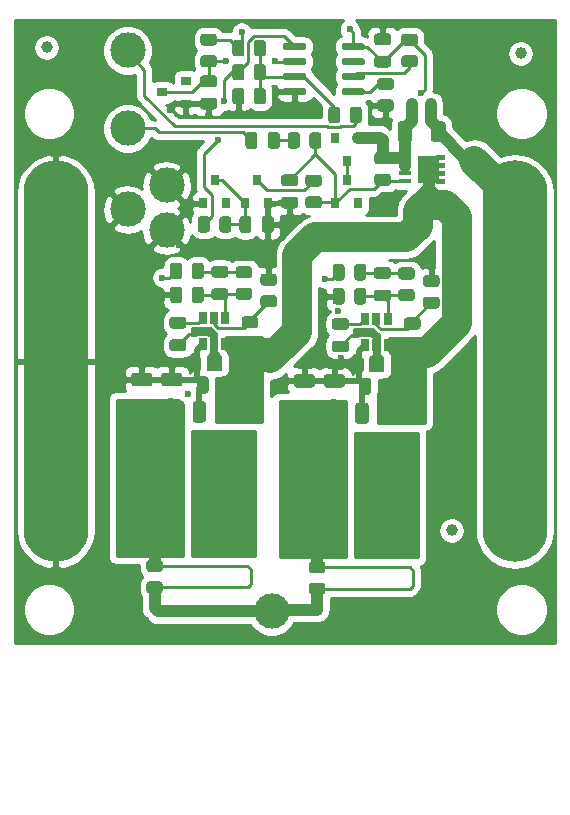
<source format=gbr>
%TF.GenerationSoftware,KiCad,Pcbnew,5.1.9-73d0e3b20d~88~ubuntu20.10.1*%
%TF.CreationDate,2021-01-20T16:53:29+01:00*%
%TF.ProjectId,makita_protector,6d616b69-7461-45f7-9072-6f746563746f,rev?*%
%TF.SameCoordinates,Original*%
%TF.FileFunction,Copper,L1,Top*%
%TF.FilePolarity,Positive*%
%FSLAX46Y46*%
G04 Gerber Fmt 4.6, Leading zero omitted, Abs format (unit mm)*
G04 Created by KiCad (PCBNEW 5.1.9-73d0e3b20d~88~ubuntu20.10.1) date 2021-01-20 16:53:29*
%MOMM*%
%LPD*%
G01*
G04 APERTURE LIST*
%TA.AperFunction,SMDPad,CuDef*%
%ADD10C,1.000000*%
%TD*%
%TA.AperFunction,SMDPad,CuDef*%
%ADD11R,3.500000X10.200000*%
%TD*%
%TA.AperFunction,ComponentPad*%
%ADD12C,3.000000*%
%TD*%
%TA.AperFunction,ComponentPad*%
%ADD13O,5.500000X34.000000*%
%TD*%
%TA.AperFunction,SMDPad,CuDef*%
%ADD14R,0.650000X1.060000*%
%TD*%
%TA.AperFunction,SMDPad,CuDef*%
%ADD15R,0.800000X0.900000*%
%TD*%
%TA.AperFunction,SMDPad,CuDef*%
%ADD16C,0.100000*%
%TD*%
%TA.AperFunction,SMDPad,CuDef*%
%ADD17R,0.990000X0.405000*%
%TD*%
%TA.AperFunction,SMDPad,CuDef*%
%ADD18R,0.900000X0.800000*%
%TD*%
%TA.AperFunction,ViaPad*%
%ADD19C,0.600000*%
%TD*%
%TA.AperFunction,Conductor*%
%ADD20C,0.500000*%
%TD*%
%TA.AperFunction,Conductor*%
%ADD21C,0.250000*%
%TD*%
%TA.AperFunction,Conductor*%
%ADD22C,1.000000*%
%TD*%
%TA.AperFunction,Conductor*%
%ADD23C,2.500000*%
%TD*%
%TA.AperFunction,Conductor*%
%ADD24C,0.254000*%
%TD*%
%TA.AperFunction,Conductor*%
%ADD25C,0.100000*%
%TD*%
%TA.AperFunction,Conductor*%
%ADD26C,0.200000*%
%TD*%
G04 APERTURE END LIST*
D10*
%TO.P,FID3,*%
%TO.N,*%
X164084000Y-99314000D03*
%TD*%
%TO.P,FID2,*%
%TO.N,*%
X169926000Y-58928000D03*
%TD*%
%TO.P,FID1,*%
%TO.N,*%
X129794000Y-58420000D03*
%TD*%
D11*
%TO.P,L1,2*%
%TO.N,+12V*%
X138749500Y-96012000D03*
%TO.P,L1,1*%
%TO.N,Net-(C4-Pad1)*%
X145349500Y-96012000D03*
%TD*%
D12*
%TO.P,J6,1*%
%TO.N,GND*%
X136652000Y-72136000D03*
%TD*%
%TO.P,J5,1*%
%TO.N,Net-(J5-Pad1)*%
X136652000Y-58674000D03*
%TD*%
%TO.P,J4,1*%
%TO.N,GND*%
X139954000Y-70104000D03*
%TD*%
%TO.P,J3,1*%
%TO.N,Net-(C3-Pad2)*%
X136652000Y-65278000D03*
%TD*%
%TO.P,J2,1*%
%TO.N,GND*%
X139954000Y-73914000D03*
%TD*%
%TO.P,J1,1*%
%TO.N,+12V*%
X148844000Y-106172000D03*
%TD*%
D13*
%TO.P,BT1,2*%
%TO.N,GND*%
X130575000Y-85000000D03*
%TO.P,BT1,1*%
%TO.N,Net-(BT1-Pad1)*%
X169425000Y-85000000D03*
%TD*%
%TO.P,R23,2*%
%TO.N,+12V*%
%TA.AperFunction,SMDPad,CuDef*%
G36*
G01*
X153151502Y-102935000D02*
X152251498Y-102935000D01*
G75*
G02*
X152001500Y-102685002I0J249998D01*
G01*
X152001500Y-102159998D01*
G75*
G02*
X152251498Y-101910000I249998J0D01*
G01*
X153151502Y-101910000D01*
G75*
G02*
X153401500Y-102159998I0J-249998D01*
G01*
X153401500Y-102685002D01*
G75*
G02*
X153151502Y-102935000I-249998J0D01*
G01*
G37*
%TD.AperFunction*%
%TO.P,R23,1*%
%TA.AperFunction,SMDPad,CuDef*%
G36*
G01*
X153151502Y-104760000D02*
X152251498Y-104760000D01*
G75*
G02*
X152001500Y-104510002I0J249998D01*
G01*
X152001500Y-103984998D01*
G75*
G02*
X152251498Y-103735000I249998J0D01*
G01*
X153151502Y-103735000D01*
G75*
G02*
X153401500Y-103984998I0J-249998D01*
G01*
X153401500Y-104510002D01*
G75*
G02*
X153151502Y-104760000I-249998J0D01*
G01*
G37*
%TD.AperFunction*%
%TD*%
%TO.P,R22,2*%
%TO.N,+12V*%
%TA.AperFunction,SMDPad,CuDef*%
G36*
G01*
X139388002Y-102827500D02*
X138487998Y-102827500D01*
G75*
G02*
X138238000Y-102577502I0J249998D01*
G01*
X138238000Y-102052498D01*
G75*
G02*
X138487998Y-101802500I249998J0D01*
G01*
X139388002Y-101802500D01*
G75*
G02*
X139638000Y-102052498I0J-249998D01*
G01*
X139638000Y-102577502D01*
G75*
G02*
X139388002Y-102827500I-249998J0D01*
G01*
G37*
%TD.AperFunction*%
%TO.P,R22,1*%
%TA.AperFunction,SMDPad,CuDef*%
G36*
G01*
X139388002Y-104652500D02*
X138487998Y-104652500D01*
G75*
G02*
X138238000Y-104402502I0J249998D01*
G01*
X138238000Y-103877498D01*
G75*
G02*
X138487998Y-103627500I249998J0D01*
G01*
X139388002Y-103627500D01*
G75*
G02*
X139638000Y-103877498I0J-249998D01*
G01*
X139638000Y-104402502D01*
G75*
G02*
X139388002Y-104652500I-249998J0D01*
G01*
G37*
%TD.AperFunction*%
%TD*%
D11*
%TO.P,L2,2*%
%TO.N,+12V*%
X152513000Y-96119500D03*
%TO.P,L2,1*%
%TO.N,Net-(C14-Pad1)*%
X159113000Y-96119500D03*
%TD*%
D14*
%TO.P,U3,5*%
%TO.N,Net-(R11-Pad2)*%
X157718000Y-81430500D03*
%TO.P,U3,6*%
%TO.N,Net-(C14-Pad2)*%
X156768000Y-81430500D03*
%TO.P,U3,4*%
%TO.N,Net-(C16-Pad2)*%
X158668000Y-81430500D03*
%TO.P,U3,3*%
%TO.N,VBUS*%
X158668000Y-83630500D03*
%TO.P,U3,2*%
%TO.N,Net-(C14-Pad1)*%
X157718000Y-83630500D03*
%TO.P,U3,1*%
%TO.N,GND*%
X156768000Y-83630500D03*
%TD*%
%TO.P,R19,2*%
%TO.N,GND*%
%TA.AperFunction,SMDPad,CuDef*%
G36*
G01*
X155032000Y-79032498D02*
X155032000Y-79932502D01*
G75*
G02*
X154782002Y-80182500I-249998J0D01*
G01*
X154256998Y-80182500D01*
G75*
G02*
X154007000Y-79932502I0J249998D01*
G01*
X154007000Y-79032498D01*
G75*
G02*
X154256998Y-78782500I249998J0D01*
G01*
X154782002Y-78782500D01*
G75*
G02*
X155032000Y-79032498I0J-249998D01*
G01*
G37*
%TD.AperFunction*%
%TO.P,R19,1*%
%TO.N,Net-(C16-Pad2)*%
%TA.AperFunction,SMDPad,CuDef*%
G36*
G01*
X156857000Y-79032498D02*
X156857000Y-79932502D01*
G75*
G02*
X156607002Y-80182500I-249998J0D01*
G01*
X156081998Y-80182500D01*
G75*
G02*
X155832000Y-79932502I0J249998D01*
G01*
X155832000Y-79032498D01*
G75*
G02*
X156081998Y-78782500I249998J0D01*
G01*
X156607002Y-78782500D01*
G75*
G02*
X156857000Y-79032498I0J-249998D01*
G01*
G37*
%TD.AperFunction*%
%TD*%
%TO.P,R18,2*%
%TO.N,Net-(C16-Pad2)*%
%TA.AperFunction,SMDPad,CuDef*%
G36*
G01*
X159807998Y-78866500D02*
X160708002Y-78866500D01*
G75*
G02*
X160958000Y-79116498I0J-249998D01*
G01*
X160958000Y-79641502D01*
G75*
G02*
X160708002Y-79891500I-249998J0D01*
G01*
X159807998Y-79891500D01*
G75*
G02*
X159558000Y-79641502I0J249998D01*
G01*
X159558000Y-79116498D01*
G75*
G02*
X159807998Y-78866500I249998J0D01*
G01*
G37*
%TD.AperFunction*%
%TO.P,R18,1*%
%TO.N,Net-(C16-Pad1)*%
%TA.AperFunction,SMDPad,CuDef*%
G36*
G01*
X159807998Y-77041500D02*
X160708002Y-77041500D01*
G75*
G02*
X160958000Y-77291498I0J-249998D01*
G01*
X160958000Y-77816502D01*
G75*
G02*
X160708002Y-78066500I-249998J0D01*
G01*
X159807998Y-78066500D01*
G75*
G02*
X159558000Y-77816502I0J249998D01*
G01*
X159558000Y-77291498D01*
G75*
G02*
X159807998Y-77041500I249998J0D01*
G01*
G37*
%TD.AperFunction*%
%TD*%
%TO.P,R17,2*%
%TO.N,Net-(C16-Pad1)*%
%TA.AperFunction,SMDPad,CuDef*%
G36*
G01*
X155832000Y-77900502D02*
X155832000Y-77000498D01*
G75*
G02*
X156081998Y-76750500I249998J0D01*
G01*
X156607002Y-76750500D01*
G75*
G02*
X156857000Y-77000498I0J-249998D01*
G01*
X156857000Y-77900502D01*
G75*
G02*
X156607002Y-78150500I-249998J0D01*
G01*
X156081998Y-78150500D01*
G75*
G02*
X155832000Y-77900502I0J249998D01*
G01*
G37*
%TD.AperFunction*%
%TO.P,R17,1*%
%TO.N,+12V*%
%TA.AperFunction,SMDPad,CuDef*%
G36*
G01*
X154007000Y-77900502D02*
X154007000Y-77000498D01*
G75*
G02*
X154256998Y-76750500I249998J0D01*
G01*
X154782002Y-76750500D01*
G75*
G02*
X155032000Y-77000498I0J-249998D01*
G01*
X155032000Y-77900502D01*
G75*
G02*
X154782002Y-78150500I-249998J0D01*
G01*
X154256998Y-78150500D01*
G75*
G02*
X154007000Y-77900502I0J249998D01*
G01*
G37*
%TD.AperFunction*%
%TD*%
%TO.P,R12,2*%
%TO.N,GND*%
%TA.AperFunction,SMDPad,CuDef*%
G36*
G01*
X162813502Y-78707500D02*
X161913498Y-78707500D01*
G75*
G02*
X161663500Y-78457502I0J249998D01*
G01*
X161663500Y-77932498D01*
G75*
G02*
X161913498Y-77682500I249998J0D01*
G01*
X162813502Y-77682500D01*
G75*
G02*
X163063500Y-77932498I0J-249998D01*
G01*
X163063500Y-78457502D01*
G75*
G02*
X162813502Y-78707500I-249998J0D01*
G01*
G37*
%TD.AperFunction*%
%TO.P,R12,1*%
%TO.N,Net-(R11-Pad2)*%
%TA.AperFunction,SMDPad,CuDef*%
G36*
G01*
X162813502Y-80532500D02*
X161913498Y-80532500D01*
G75*
G02*
X161663500Y-80282502I0J249998D01*
G01*
X161663500Y-79757498D01*
G75*
G02*
X161913498Y-79507500I249998J0D01*
G01*
X162813502Y-79507500D01*
G75*
G02*
X163063500Y-79757498I0J-249998D01*
G01*
X163063500Y-80282502D01*
G75*
G02*
X162813502Y-80532500I-249998J0D01*
G01*
G37*
%TD.AperFunction*%
%TD*%
%TO.P,R11,2*%
%TO.N,Net-(R11-Pad2)*%
%TA.AperFunction,SMDPad,CuDef*%
G36*
G01*
X161213502Y-82307500D02*
X160313498Y-82307500D01*
G75*
G02*
X160063500Y-82057502I0J249998D01*
G01*
X160063500Y-81532498D01*
G75*
G02*
X160313498Y-81282500I249998J0D01*
G01*
X161213502Y-81282500D01*
G75*
G02*
X161463500Y-81532498I0J-249998D01*
G01*
X161463500Y-82057502D01*
G75*
G02*
X161213502Y-82307500I-249998J0D01*
G01*
G37*
%TD.AperFunction*%
%TO.P,R11,1*%
%TO.N,VBUS*%
%TA.AperFunction,SMDPad,CuDef*%
G36*
G01*
X161213502Y-84132500D02*
X160313498Y-84132500D01*
G75*
G02*
X160063500Y-83882502I0J249998D01*
G01*
X160063500Y-83357498D01*
G75*
G02*
X160313498Y-83107500I249998J0D01*
G01*
X161213502Y-83107500D01*
G75*
G02*
X161463500Y-83357498I0J-249998D01*
G01*
X161463500Y-83882502D01*
G75*
G02*
X161213502Y-84132500I-249998J0D01*
G01*
G37*
%TD.AperFunction*%
%TD*%
%TO.P,C18,2*%
%TO.N,GND*%
%TA.AperFunction,SMDPad,CuDef*%
G36*
G01*
X154812001Y-87218500D02*
X153511999Y-87218500D01*
G75*
G02*
X153262000Y-86968501I0J249999D01*
G01*
X153262000Y-86318499D01*
G75*
G02*
X153511999Y-86068500I249999J0D01*
G01*
X154812001Y-86068500D01*
G75*
G02*
X155062000Y-86318499I0J-249999D01*
G01*
X155062000Y-86968501D01*
G75*
G02*
X154812001Y-87218500I-249999J0D01*
G01*
G37*
%TD.AperFunction*%
%TO.P,C18,1*%
%TO.N,+12V*%
%TA.AperFunction,SMDPad,CuDef*%
G36*
G01*
X154812001Y-90168500D02*
X153511999Y-90168500D01*
G75*
G02*
X153262000Y-89918501I0J249999D01*
G01*
X153262000Y-89268499D01*
G75*
G02*
X153511999Y-89018500I249999J0D01*
G01*
X154812001Y-89018500D01*
G75*
G02*
X155062000Y-89268499I0J-249999D01*
G01*
X155062000Y-89918501D01*
G75*
G02*
X154812001Y-90168500I-249999J0D01*
G01*
G37*
%TD.AperFunction*%
%TD*%
%TO.P,C17,2*%
%TO.N,GND*%
%TA.AperFunction,SMDPad,CuDef*%
G36*
G01*
X152272001Y-87218500D02*
X150971999Y-87218500D01*
G75*
G02*
X150722000Y-86968501I0J249999D01*
G01*
X150722000Y-86318499D01*
G75*
G02*
X150971999Y-86068500I249999J0D01*
G01*
X152272001Y-86068500D01*
G75*
G02*
X152522000Y-86318499I0J-249999D01*
G01*
X152522000Y-86968501D01*
G75*
G02*
X152272001Y-87218500I-249999J0D01*
G01*
G37*
%TD.AperFunction*%
%TO.P,C17,1*%
%TO.N,+12V*%
%TA.AperFunction,SMDPad,CuDef*%
G36*
G01*
X152272001Y-90168500D02*
X150971999Y-90168500D01*
G75*
G02*
X150722000Y-89918501I0J249999D01*
G01*
X150722000Y-89268499D01*
G75*
G02*
X150971999Y-89018500I249999J0D01*
G01*
X152272001Y-89018500D01*
G75*
G02*
X152522000Y-89268499I0J-249999D01*
G01*
X152522000Y-89918501D01*
G75*
G02*
X152272001Y-90168500I-249999J0D01*
G01*
G37*
%TD.AperFunction*%
%TD*%
%TO.P,C16,2*%
%TO.N,Net-(C16-Pad2)*%
%TA.AperFunction,SMDPad,CuDef*%
G36*
G01*
X157751000Y-78916500D02*
X158701000Y-78916500D01*
G75*
G02*
X158951000Y-79166500I0J-250000D01*
G01*
X158951000Y-79666500D01*
G75*
G02*
X158701000Y-79916500I-250000J0D01*
G01*
X157751000Y-79916500D01*
G75*
G02*
X157501000Y-79666500I0J250000D01*
G01*
X157501000Y-79166500D01*
G75*
G02*
X157751000Y-78916500I250000J0D01*
G01*
G37*
%TD.AperFunction*%
%TO.P,C16,1*%
%TO.N,Net-(C16-Pad1)*%
%TA.AperFunction,SMDPad,CuDef*%
G36*
G01*
X157751000Y-77016500D02*
X158701000Y-77016500D01*
G75*
G02*
X158951000Y-77266500I0J-250000D01*
G01*
X158951000Y-77766500D01*
G75*
G02*
X158701000Y-78016500I-250000J0D01*
G01*
X157751000Y-78016500D01*
G75*
G02*
X157501000Y-77766500I0J250000D01*
G01*
X157501000Y-77266500D01*
G75*
G02*
X157751000Y-77016500I250000J0D01*
G01*
G37*
%TD.AperFunction*%
%TD*%
%TO.P,C14,2*%
%TO.N,Net-(C14-Pad2)*%
%TA.AperFunction,SMDPad,CuDef*%
G36*
G01*
X155145000Y-82334500D02*
X154195000Y-82334500D01*
G75*
G02*
X153945000Y-82084500I0J250000D01*
G01*
X153945000Y-81584500D01*
G75*
G02*
X154195000Y-81334500I250000J0D01*
G01*
X155145000Y-81334500D01*
G75*
G02*
X155395000Y-81584500I0J-250000D01*
G01*
X155395000Y-82084500D01*
G75*
G02*
X155145000Y-82334500I-250000J0D01*
G01*
G37*
%TD.AperFunction*%
%TO.P,C14,1*%
%TO.N,Net-(C14-Pad1)*%
%TA.AperFunction,SMDPad,CuDef*%
G36*
G01*
X155145000Y-84234500D02*
X154195000Y-84234500D01*
G75*
G02*
X153945000Y-83984500I0J250000D01*
G01*
X153945000Y-83484500D01*
G75*
G02*
X154195000Y-83234500I250000J0D01*
G01*
X155145000Y-83234500D01*
G75*
G02*
X155395000Y-83484500I0J-250000D01*
G01*
X155395000Y-83984500D01*
G75*
G02*
X155145000Y-84234500I-250000J0D01*
G01*
G37*
%TD.AperFunction*%
%TD*%
%TO.P,C12,2*%
%TO.N,GND*%
%TA.AperFunction,SMDPad,CuDef*%
G36*
G01*
X157072000Y-88738499D02*
X157072000Y-90038501D01*
G75*
G02*
X156822001Y-90288500I-249999J0D01*
G01*
X156171999Y-90288500D01*
G75*
G02*
X155922000Y-90038501I0J249999D01*
G01*
X155922000Y-88738499D01*
G75*
G02*
X156171999Y-88488500I249999J0D01*
G01*
X156822001Y-88488500D01*
G75*
G02*
X157072000Y-88738499I0J-249999D01*
G01*
G37*
%TD.AperFunction*%
%TO.P,C12,1*%
%TO.N,VBUS*%
%TA.AperFunction,SMDPad,CuDef*%
G36*
G01*
X160022000Y-88738499D02*
X160022000Y-90038501D01*
G75*
G02*
X159772001Y-90288500I-249999J0D01*
G01*
X159121999Y-90288500D01*
G75*
G02*
X158872000Y-90038501I0J249999D01*
G01*
X158872000Y-88738499D01*
G75*
G02*
X159121999Y-88488500I249999J0D01*
G01*
X159772001Y-88488500D01*
G75*
G02*
X160022000Y-88738499I0J-249999D01*
G01*
G37*
%TD.AperFunction*%
%TD*%
%TO.P,C11,2*%
%TO.N,GND*%
%TA.AperFunction,SMDPad,CuDef*%
G36*
G01*
X157268000Y-86627500D02*
X157268000Y-87577500D01*
G75*
G02*
X157018000Y-87827500I-250000J0D01*
G01*
X156518000Y-87827500D01*
G75*
G02*
X156268000Y-87577500I0J250000D01*
G01*
X156268000Y-86627500D01*
G75*
G02*
X156518000Y-86377500I250000J0D01*
G01*
X157018000Y-86377500D01*
G75*
G02*
X157268000Y-86627500I0J-250000D01*
G01*
G37*
%TD.AperFunction*%
%TO.P,C11,1*%
%TO.N,VBUS*%
%TA.AperFunction,SMDPad,CuDef*%
G36*
G01*
X159168000Y-86627500D02*
X159168000Y-87577500D01*
G75*
G02*
X158918000Y-87827500I-250000J0D01*
G01*
X158418000Y-87827500D01*
G75*
G02*
X158168000Y-87577500I0J250000D01*
G01*
X158168000Y-86627500D01*
G75*
G02*
X158418000Y-86377500I250000J0D01*
G01*
X158918000Y-86377500D01*
G75*
G02*
X159168000Y-86627500I0J-250000D01*
G01*
G37*
%TD.AperFunction*%
%TD*%
%TO.P,F2,2*%
%TO.N,Net-(BT1-Pad1)*%
%TA.AperFunction,SMDPad,CuDef*%
G36*
G01*
X161894000Y-63502250D02*
X161894000Y-62989750D01*
G75*
G02*
X162112750Y-62771000I218750J0D01*
G01*
X162550250Y-62771000D01*
G75*
G02*
X162769000Y-62989750I0J-218750D01*
G01*
X162769000Y-63502250D01*
G75*
G02*
X162550250Y-63721000I-218750J0D01*
G01*
X162112750Y-63721000D01*
G75*
G02*
X161894000Y-63502250I0J218750D01*
G01*
G37*
%TD.AperFunction*%
%TO.P,F2,1*%
%TO.N,+BATT*%
%TA.AperFunction,SMDPad,CuDef*%
G36*
G01*
X160319000Y-63502250D02*
X160319000Y-62989750D01*
G75*
G02*
X160537750Y-62771000I218750J0D01*
G01*
X160975250Y-62771000D01*
G75*
G02*
X161194000Y-62989750I0J-218750D01*
G01*
X161194000Y-63502250D01*
G75*
G02*
X160975250Y-63721000I-218750J0D01*
G01*
X160537750Y-63721000D01*
G75*
G02*
X160319000Y-63502250I0J218750D01*
G01*
G37*
%TD.AperFunction*%
%TD*%
%TO.P,C4,2*%
%TO.N,Net-(C4-Pad2)*%
%TA.AperFunction,SMDPad,CuDef*%
G36*
G01*
X141381500Y-82227000D02*
X140431500Y-82227000D01*
G75*
G02*
X140181500Y-81977000I0J250000D01*
G01*
X140181500Y-81477000D01*
G75*
G02*
X140431500Y-81227000I250000J0D01*
G01*
X141381500Y-81227000D01*
G75*
G02*
X141631500Y-81477000I0J-250000D01*
G01*
X141631500Y-81977000D01*
G75*
G02*
X141381500Y-82227000I-250000J0D01*
G01*
G37*
%TD.AperFunction*%
%TO.P,C4,1*%
%TO.N,Net-(C4-Pad1)*%
%TA.AperFunction,SMDPad,CuDef*%
G36*
G01*
X141381500Y-84127000D02*
X140431500Y-84127000D01*
G75*
G02*
X140181500Y-83877000I0J250000D01*
G01*
X140181500Y-83377000D01*
G75*
G02*
X140431500Y-83127000I250000J0D01*
G01*
X141381500Y-83127000D01*
G75*
G02*
X141631500Y-83377000I0J-250000D01*
G01*
X141631500Y-83877000D01*
G75*
G02*
X141381500Y-84127000I-250000J0D01*
G01*
G37*
%TD.AperFunction*%
%TD*%
%TO.P,U2,8*%
%TO.N,VBUS*%
%TA.AperFunction,SMDPad,CuDef*%
G36*
G01*
X154779000Y-58491500D02*
X154779000Y-58191500D01*
G75*
G02*
X154929000Y-58041500I150000J0D01*
G01*
X156579000Y-58041500D01*
G75*
G02*
X156729000Y-58191500I0J-150000D01*
G01*
X156729000Y-58491500D01*
G75*
G02*
X156579000Y-58641500I-150000J0D01*
G01*
X154929000Y-58641500D01*
G75*
G02*
X154779000Y-58491500I0J150000D01*
G01*
G37*
%TD.AperFunction*%
%TO.P,U2,7*%
%TO.N,Net-(U2-Pad7)*%
%TA.AperFunction,SMDPad,CuDef*%
G36*
G01*
X154779000Y-59761500D02*
X154779000Y-59461500D01*
G75*
G02*
X154929000Y-59311500I150000J0D01*
G01*
X156579000Y-59311500D01*
G75*
G02*
X156729000Y-59461500I0J-150000D01*
G01*
X156729000Y-59761500D01*
G75*
G02*
X156579000Y-59911500I-150000J0D01*
G01*
X154929000Y-59911500D01*
G75*
G02*
X154779000Y-59761500I0J150000D01*
G01*
G37*
%TD.AperFunction*%
%TO.P,U2,6*%
%TO.N,Net-(R14-Pad2)*%
%TA.AperFunction,SMDPad,CuDef*%
G36*
G01*
X154779000Y-61031500D02*
X154779000Y-60731500D01*
G75*
G02*
X154929000Y-60581500I150000J0D01*
G01*
X156579000Y-60581500D01*
G75*
G02*
X156729000Y-60731500I0J-150000D01*
G01*
X156729000Y-61031500D01*
G75*
G02*
X156579000Y-61181500I-150000J0D01*
G01*
X154929000Y-61181500D01*
G75*
G02*
X154779000Y-61031500I0J150000D01*
G01*
G37*
%TD.AperFunction*%
%TO.P,U2,5*%
%TO.N,Net-(R13-Pad1)*%
%TA.AperFunction,SMDPad,CuDef*%
G36*
G01*
X154779000Y-62301500D02*
X154779000Y-62001500D01*
G75*
G02*
X154929000Y-61851500I150000J0D01*
G01*
X156579000Y-61851500D01*
G75*
G02*
X156729000Y-62001500I0J-150000D01*
G01*
X156729000Y-62301500D01*
G75*
G02*
X156579000Y-62451500I-150000J0D01*
G01*
X154929000Y-62451500D01*
G75*
G02*
X154779000Y-62301500I0J150000D01*
G01*
G37*
%TD.AperFunction*%
%TO.P,U2,4*%
%TO.N,GND*%
%TA.AperFunction,SMDPad,CuDef*%
G36*
G01*
X149829000Y-62301500D02*
X149829000Y-62001500D01*
G75*
G02*
X149979000Y-61851500I150000J0D01*
G01*
X151629000Y-61851500D01*
G75*
G02*
X151779000Y-62001500I0J-150000D01*
G01*
X151779000Y-62301500D01*
G75*
G02*
X151629000Y-62451500I-150000J0D01*
G01*
X149979000Y-62451500D01*
G75*
G02*
X149829000Y-62301500I0J150000D01*
G01*
G37*
%TD.AperFunction*%
%TO.P,U2,3*%
%TO.N,Net-(R10-Pad1)*%
%TA.AperFunction,SMDPad,CuDef*%
G36*
G01*
X149829000Y-61031500D02*
X149829000Y-60731500D01*
G75*
G02*
X149979000Y-60581500I150000J0D01*
G01*
X151629000Y-60581500D01*
G75*
G02*
X151779000Y-60731500I0J-150000D01*
G01*
X151779000Y-61031500D01*
G75*
G02*
X151629000Y-61181500I-150000J0D01*
G01*
X149979000Y-61181500D01*
G75*
G02*
X149829000Y-61031500I0J150000D01*
G01*
G37*
%TD.AperFunction*%
%TO.P,U2,2*%
%TO.N,Net-(C13-Pad1)*%
%TA.AperFunction,SMDPad,CuDef*%
G36*
G01*
X149829000Y-59761500D02*
X149829000Y-59461500D01*
G75*
G02*
X149979000Y-59311500I150000J0D01*
G01*
X151629000Y-59311500D01*
G75*
G02*
X151779000Y-59461500I0J-150000D01*
G01*
X151779000Y-59761500D01*
G75*
G02*
X151629000Y-59911500I-150000J0D01*
G01*
X149979000Y-59911500D01*
G75*
G02*
X149829000Y-59761500I0J150000D01*
G01*
G37*
%TD.AperFunction*%
%TO.P,U2,1*%
%TO.N,Net-(R10-Pad2)*%
%TA.AperFunction,SMDPad,CuDef*%
G36*
G01*
X149829000Y-58491500D02*
X149829000Y-58191500D01*
G75*
G02*
X149979000Y-58041500I150000J0D01*
G01*
X151629000Y-58041500D01*
G75*
G02*
X151779000Y-58191500I0J-150000D01*
G01*
X151779000Y-58491500D01*
G75*
G02*
X151629000Y-58641500I-150000J0D01*
G01*
X149979000Y-58641500D01*
G75*
G02*
X149829000Y-58491500I0J150000D01*
G01*
G37*
%TD.AperFunction*%
%TD*%
%TO.P,U1,5*%
%TO.N,Net-(R1-Pad2)*%
X143954500Y-81323000D03*
%TO.P,U1,6*%
%TO.N,Net-(C4-Pad2)*%
X143004500Y-81323000D03*
%TO.P,U1,4*%
%TO.N,Net-(C6-Pad2)*%
X144904500Y-81323000D03*
%TO.P,U1,3*%
%TO.N,VBUS*%
X144904500Y-83523000D03*
%TO.P,U1,2*%
%TO.N,Net-(C4-Pad1)*%
X143954500Y-83523000D03*
%TO.P,U1,1*%
%TO.N,GND*%
X143004500Y-83523000D03*
%TD*%
%TO.P,R21,2*%
%TO.N,GND*%
%TA.AperFunction,SMDPad,CuDef*%
G36*
G01*
X146539000Y-62097498D02*
X146539000Y-62997502D01*
G75*
G02*
X146289002Y-63247500I-249998J0D01*
G01*
X145763998Y-63247500D01*
G75*
G02*
X145514000Y-62997502I0J249998D01*
G01*
X145514000Y-62097498D01*
G75*
G02*
X145763998Y-61847500I249998J0D01*
G01*
X146289002Y-61847500D01*
G75*
G02*
X146539000Y-62097498I0J-249998D01*
G01*
G37*
%TD.AperFunction*%
%TO.P,R21,1*%
%TO.N,Net-(R10-Pad1)*%
%TA.AperFunction,SMDPad,CuDef*%
G36*
G01*
X148364000Y-62097498D02*
X148364000Y-62997502D01*
G75*
G02*
X148114002Y-63247500I-249998J0D01*
G01*
X147588998Y-63247500D01*
G75*
G02*
X147339000Y-62997502I0J249998D01*
G01*
X147339000Y-62097498D01*
G75*
G02*
X147588998Y-61847500I249998J0D01*
G01*
X148114002Y-61847500D01*
G75*
G02*
X148364000Y-62097498I0J-249998D01*
G01*
G37*
%TD.AperFunction*%
%TD*%
%TO.P,R20,2*%
%TO.N,Net-(R10-Pad1)*%
%TA.AperFunction,SMDPad,CuDef*%
G36*
G01*
X147339000Y-58933502D02*
X147339000Y-58033498D01*
G75*
G02*
X147588998Y-57783500I249998J0D01*
G01*
X148114002Y-57783500D01*
G75*
G02*
X148364000Y-58033498I0J-249998D01*
G01*
X148364000Y-58933502D01*
G75*
G02*
X148114002Y-59183500I-249998J0D01*
G01*
X147588998Y-59183500D01*
G75*
G02*
X147339000Y-58933502I0J249998D01*
G01*
G37*
%TD.AperFunction*%
%TO.P,R20,1*%
%TO.N,VBUS*%
%TA.AperFunction,SMDPad,CuDef*%
G36*
G01*
X145514000Y-58933502D02*
X145514000Y-58033498D01*
G75*
G02*
X145763998Y-57783500I249998J0D01*
G01*
X146289002Y-57783500D01*
G75*
G02*
X146539000Y-58033498I0J-249998D01*
G01*
X146539000Y-58933502D01*
G75*
G02*
X146289002Y-59183500I-249998J0D01*
G01*
X145763998Y-59183500D01*
G75*
G02*
X145514000Y-58933502I0J249998D01*
G01*
G37*
%TD.AperFunction*%
%TD*%
%TO.P,R16,2*%
%TO.N,Net-(J5-Pad1)*%
%TA.AperFunction,SMDPad,CuDef*%
G36*
G01*
X155467000Y-64585002D02*
X155467000Y-63684998D01*
G75*
G02*
X155716998Y-63435000I249998J0D01*
G01*
X156242002Y-63435000D01*
G75*
G02*
X156492000Y-63684998I0J-249998D01*
G01*
X156492000Y-64585002D01*
G75*
G02*
X156242002Y-64835000I-249998J0D01*
G01*
X155716998Y-64835000D01*
G75*
G02*
X155467000Y-64585002I0J249998D01*
G01*
G37*
%TD.AperFunction*%
%TO.P,R16,1*%
%TO.N,Net-(R10-Pad1)*%
%TA.AperFunction,SMDPad,CuDef*%
G36*
G01*
X153642000Y-64585002D02*
X153642000Y-63684998D01*
G75*
G02*
X153891998Y-63435000I249998J0D01*
G01*
X154417002Y-63435000D01*
G75*
G02*
X154667000Y-63684998I0J-249998D01*
G01*
X154667000Y-64585002D01*
G75*
G02*
X154417002Y-64835000I-249998J0D01*
G01*
X153891998Y-64835000D01*
G75*
G02*
X153642000Y-64585002I0J249998D01*
G01*
G37*
%TD.AperFunction*%
%TD*%
%TO.P,R15,2*%
%TO.N,Net-(C13-Pad1)*%
%TA.AperFunction,SMDPad,CuDef*%
G36*
G01*
X143059998Y-59074000D02*
X143960002Y-59074000D01*
G75*
G02*
X144210000Y-59323998I0J-249998D01*
G01*
X144210000Y-59849002D01*
G75*
G02*
X143960002Y-60099000I-249998J0D01*
G01*
X143059998Y-60099000D01*
G75*
G02*
X142810000Y-59849002I0J249998D01*
G01*
X142810000Y-59323998D01*
G75*
G02*
X143059998Y-59074000I249998J0D01*
G01*
G37*
%TD.AperFunction*%
%TO.P,R15,1*%
%TO.N,VBUS*%
%TA.AperFunction,SMDPad,CuDef*%
G36*
G01*
X143059998Y-57249000D02*
X143960002Y-57249000D01*
G75*
G02*
X144210000Y-57498998I0J-249998D01*
G01*
X144210000Y-58024002D01*
G75*
G02*
X143960002Y-58274000I-249998J0D01*
G01*
X143059998Y-58274000D01*
G75*
G02*
X142810000Y-58024002I0J249998D01*
G01*
X142810000Y-57498998D01*
G75*
G02*
X143059998Y-57249000I249998J0D01*
G01*
G37*
%TD.AperFunction*%
%TD*%
%TO.P,R14,2*%
%TO.N,Net-(R14-Pad2)*%
%TA.AperFunction,SMDPad,CuDef*%
G36*
G01*
X160077998Y-59074000D02*
X160978002Y-59074000D01*
G75*
G02*
X161228000Y-59323998I0J-249998D01*
G01*
X161228000Y-59849002D01*
G75*
G02*
X160978002Y-60099000I-249998J0D01*
G01*
X160077998Y-60099000D01*
G75*
G02*
X159828000Y-59849002I0J249998D01*
G01*
X159828000Y-59323998D01*
G75*
G02*
X160077998Y-59074000I249998J0D01*
G01*
G37*
%TD.AperFunction*%
%TO.P,R14,1*%
%TO.N,VBUS*%
%TA.AperFunction,SMDPad,CuDef*%
G36*
G01*
X160077998Y-57249000D02*
X160978002Y-57249000D01*
G75*
G02*
X161228000Y-57498998I0J-249998D01*
G01*
X161228000Y-58024002D01*
G75*
G02*
X160978002Y-58274000I-249998J0D01*
G01*
X160077998Y-58274000D01*
G75*
G02*
X159828000Y-58024002I0J249998D01*
G01*
X159828000Y-57498998D01*
G75*
G02*
X160077998Y-57249000I249998J0D01*
G01*
G37*
%TD.AperFunction*%
%TD*%
%TO.P,R13,2*%
%TO.N,GND*%
%TA.AperFunction,SMDPad,CuDef*%
G36*
G01*
X158045998Y-62820500D02*
X158946002Y-62820500D01*
G75*
G02*
X159196000Y-63070498I0J-249998D01*
G01*
X159196000Y-63595502D01*
G75*
G02*
X158946002Y-63845500I-249998J0D01*
G01*
X158045998Y-63845500D01*
G75*
G02*
X157796000Y-63595502I0J249998D01*
G01*
X157796000Y-63070498D01*
G75*
G02*
X158045998Y-62820500I249998J0D01*
G01*
G37*
%TD.AperFunction*%
%TO.P,R13,1*%
%TO.N,Net-(R13-Pad1)*%
%TA.AperFunction,SMDPad,CuDef*%
G36*
G01*
X158045998Y-60995500D02*
X158946002Y-60995500D01*
G75*
G02*
X159196000Y-61245498I0J-249998D01*
G01*
X159196000Y-61770502D01*
G75*
G02*
X158946002Y-62020500I-249998J0D01*
G01*
X158045998Y-62020500D01*
G75*
G02*
X157796000Y-61770502I0J249998D01*
G01*
X157796000Y-61245498D01*
G75*
G02*
X158045998Y-60995500I249998J0D01*
G01*
G37*
%TD.AperFunction*%
%TD*%
%TO.P,R10,2*%
%TO.N,Net-(R10-Pad2)*%
%TA.AperFunction,SMDPad,CuDef*%
G36*
G01*
X146539000Y-60065498D02*
X146539000Y-60965502D01*
G75*
G02*
X146289002Y-61215500I-249998J0D01*
G01*
X145763998Y-61215500D01*
G75*
G02*
X145514000Y-60965502I0J249998D01*
G01*
X145514000Y-60065498D01*
G75*
G02*
X145763998Y-59815500I249998J0D01*
G01*
X146289002Y-59815500D01*
G75*
G02*
X146539000Y-60065498I0J-249998D01*
G01*
G37*
%TD.AperFunction*%
%TO.P,R10,1*%
%TO.N,Net-(R10-Pad1)*%
%TA.AperFunction,SMDPad,CuDef*%
G36*
G01*
X148364000Y-60065498D02*
X148364000Y-60965502D01*
G75*
G02*
X148114002Y-61215500I-249998J0D01*
G01*
X147588998Y-61215500D01*
G75*
G02*
X147339000Y-60965502I0J249998D01*
G01*
X147339000Y-60065498D01*
G75*
G02*
X147588998Y-59815500I249998J0D01*
G01*
X148114002Y-59815500D01*
G75*
G02*
X148364000Y-60065498I0J-249998D01*
G01*
G37*
%TD.AperFunction*%
%TD*%
%TO.P,R9,2*%
%TO.N,Net-(C8-Pad1)*%
%TA.AperFunction,SMDPad,CuDef*%
G36*
G01*
X144418000Y-73856002D02*
X144418000Y-72955998D01*
G75*
G02*
X144667998Y-72706000I249998J0D01*
G01*
X145193002Y-72706000D01*
G75*
G02*
X145443000Y-72955998I0J-249998D01*
G01*
X145443000Y-73856002D01*
G75*
G02*
X145193002Y-74106000I-249998J0D01*
G01*
X144667998Y-74106000D01*
G75*
G02*
X144418000Y-73856002I0J249998D01*
G01*
G37*
%TD.AperFunction*%
%TO.P,R9,1*%
%TO.N,Net-(R10-Pad2)*%
%TA.AperFunction,SMDPad,CuDef*%
G36*
G01*
X142593000Y-73856002D02*
X142593000Y-72955998D01*
G75*
G02*
X142842998Y-72706000I249998J0D01*
G01*
X143368002Y-72706000D01*
G75*
G02*
X143618000Y-72955998I0J-249998D01*
G01*
X143618000Y-73856002D01*
G75*
G02*
X143368002Y-74106000I-249998J0D01*
G01*
X142842998Y-74106000D01*
G75*
G02*
X142593000Y-73856002I0J249998D01*
G01*
G37*
%TD.AperFunction*%
%TD*%
%TO.P,R8,2*%
%TO.N,Net-(Q2-Pad3)*%
%TA.AperFunction,SMDPad,CuDef*%
G36*
G01*
X152850002Y-70212000D02*
X151949998Y-70212000D01*
G75*
G02*
X151700000Y-69962002I0J249998D01*
G01*
X151700000Y-69436998D01*
G75*
G02*
X151949998Y-69187000I249998J0D01*
G01*
X152850002Y-69187000D01*
G75*
G02*
X153100000Y-69436998I0J-249998D01*
G01*
X153100000Y-69962002D01*
G75*
G02*
X152850002Y-70212000I-249998J0D01*
G01*
G37*
%TD.AperFunction*%
%TO.P,R8,1*%
%TO.N,Net-(C5-Pad1)*%
%TA.AperFunction,SMDPad,CuDef*%
G36*
G01*
X152850002Y-72037000D02*
X151949998Y-72037000D01*
G75*
G02*
X151700000Y-71787002I0J249998D01*
G01*
X151700000Y-71261998D01*
G75*
G02*
X151949998Y-71012000I249998J0D01*
G01*
X152850002Y-71012000D01*
G75*
G02*
X153100000Y-71261998I0J-249998D01*
G01*
X153100000Y-71787002D01*
G75*
G02*
X152850002Y-72037000I-249998J0D01*
G01*
G37*
%TD.AperFunction*%
%TD*%
%TO.P,R7,2*%
%TO.N,GND*%
%TA.AperFunction,SMDPad,CuDef*%
G36*
G01*
X141268500Y-78924998D02*
X141268500Y-79825002D01*
G75*
G02*
X141018502Y-80075000I-249998J0D01*
G01*
X140493498Y-80075000D01*
G75*
G02*
X140243500Y-79825002I0J249998D01*
G01*
X140243500Y-78924998D01*
G75*
G02*
X140493498Y-78675000I249998J0D01*
G01*
X141018502Y-78675000D01*
G75*
G02*
X141268500Y-78924998I0J-249998D01*
G01*
G37*
%TD.AperFunction*%
%TO.P,R7,1*%
%TO.N,Net-(C6-Pad2)*%
%TA.AperFunction,SMDPad,CuDef*%
G36*
G01*
X143093500Y-78924998D02*
X143093500Y-79825002D01*
G75*
G02*
X142843502Y-80075000I-249998J0D01*
G01*
X142318498Y-80075000D01*
G75*
G02*
X142068500Y-79825002I0J249998D01*
G01*
X142068500Y-78924998D01*
G75*
G02*
X142318498Y-78675000I249998J0D01*
G01*
X142843502Y-78675000D01*
G75*
G02*
X143093500Y-78924998I0J-249998D01*
G01*
G37*
%TD.AperFunction*%
%TD*%
%TO.P,R6,2*%
%TO.N,Net-(C6-Pad2)*%
%TA.AperFunction,SMDPad,CuDef*%
G36*
G01*
X146044498Y-78759000D02*
X146944502Y-78759000D01*
G75*
G02*
X147194500Y-79008998I0J-249998D01*
G01*
X147194500Y-79534002D01*
G75*
G02*
X146944502Y-79784000I-249998J0D01*
G01*
X146044498Y-79784000D01*
G75*
G02*
X145794500Y-79534002I0J249998D01*
G01*
X145794500Y-79008998D01*
G75*
G02*
X146044498Y-78759000I249998J0D01*
G01*
G37*
%TD.AperFunction*%
%TO.P,R6,1*%
%TO.N,Net-(C6-Pad1)*%
%TA.AperFunction,SMDPad,CuDef*%
G36*
G01*
X146044498Y-76934000D02*
X146944502Y-76934000D01*
G75*
G02*
X147194500Y-77183998I0J-249998D01*
G01*
X147194500Y-77709002D01*
G75*
G02*
X146944502Y-77959000I-249998J0D01*
G01*
X146044498Y-77959000D01*
G75*
G02*
X145794500Y-77709002I0J249998D01*
G01*
X145794500Y-77183998D01*
G75*
G02*
X146044498Y-76934000I249998J0D01*
G01*
G37*
%TD.AperFunction*%
%TD*%
%TO.P,R5,2*%
%TO.N,Net-(C6-Pad1)*%
%TA.AperFunction,SMDPad,CuDef*%
G36*
G01*
X142068500Y-77793002D02*
X142068500Y-76892998D01*
G75*
G02*
X142318498Y-76643000I249998J0D01*
G01*
X142843502Y-76643000D01*
G75*
G02*
X143093500Y-76892998I0J-249998D01*
G01*
X143093500Y-77793002D01*
G75*
G02*
X142843502Y-78043000I-249998J0D01*
G01*
X142318498Y-78043000D01*
G75*
G02*
X142068500Y-77793002I0J249998D01*
G01*
G37*
%TD.AperFunction*%
%TO.P,R5,1*%
%TO.N,+12V*%
%TA.AperFunction,SMDPad,CuDef*%
G36*
G01*
X140243500Y-77793002D02*
X140243500Y-76892998D01*
G75*
G02*
X140493498Y-76643000I249998J0D01*
G01*
X141018502Y-76643000D01*
G75*
G02*
X141268500Y-76892998I0J-249998D01*
G01*
X141268500Y-77793002D01*
G75*
G02*
X141018502Y-78043000I-249998J0D01*
G01*
X140493498Y-78043000D01*
G75*
G02*
X140243500Y-77793002I0J249998D01*
G01*
G37*
%TD.AperFunction*%
%TD*%
%TO.P,R4,2*%
%TO.N,Net-(C3-Pad1)*%
%TA.AperFunction,SMDPad,CuDef*%
G36*
G01*
X151238000Y-65843998D02*
X151238000Y-66744002D01*
G75*
G02*
X150988002Y-66994000I-249998J0D01*
G01*
X150462998Y-66994000D01*
G75*
G02*
X150213000Y-66744002I0J249998D01*
G01*
X150213000Y-65843998D01*
G75*
G02*
X150462998Y-65594000I249998J0D01*
G01*
X150988002Y-65594000D01*
G75*
G02*
X151238000Y-65843998I0J-249998D01*
G01*
G37*
%TD.AperFunction*%
%TO.P,R4,1*%
%TO.N,Net-(C5-Pad1)*%
%TA.AperFunction,SMDPad,CuDef*%
G36*
G01*
X153063000Y-65843998D02*
X153063000Y-66744002D01*
G75*
G02*
X152813002Y-66994000I-249998J0D01*
G01*
X152287998Y-66994000D01*
G75*
G02*
X152038000Y-66744002I0J249998D01*
G01*
X152038000Y-65843998D01*
G75*
G02*
X152287998Y-65594000I249998J0D01*
G01*
X152813002Y-65594000D01*
G75*
G02*
X153063000Y-65843998I0J-249998D01*
G01*
G37*
%TD.AperFunction*%
%TD*%
%TO.P,R3,2*%
%TO.N,Net-(C5-Pad1)*%
%TA.AperFunction,SMDPad,CuDef*%
G36*
G01*
X157791998Y-69107000D02*
X158692002Y-69107000D01*
G75*
G02*
X158942000Y-69356998I0J-249998D01*
G01*
X158942000Y-69882002D01*
G75*
G02*
X158692002Y-70132000I-249998J0D01*
G01*
X157791998Y-70132000D01*
G75*
G02*
X157542000Y-69882002I0J249998D01*
G01*
X157542000Y-69356998D01*
G75*
G02*
X157791998Y-69107000I249998J0D01*
G01*
G37*
%TD.AperFunction*%
%TO.P,R3,1*%
%TO.N,+BATT*%
%TA.AperFunction,SMDPad,CuDef*%
G36*
G01*
X157791998Y-67282000D02*
X158692002Y-67282000D01*
G75*
G02*
X158942000Y-67531998I0J-249998D01*
G01*
X158942000Y-68057002D01*
G75*
G02*
X158692002Y-68307000I-249998J0D01*
G01*
X157791998Y-68307000D01*
G75*
G02*
X157542000Y-68057002I0J249998D01*
G01*
X157542000Y-67531998D01*
G75*
G02*
X157791998Y-67282000I249998J0D01*
G01*
G37*
%TD.AperFunction*%
%TD*%
%TO.P,R2,2*%
%TO.N,GND*%
%TA.AperFunction,SMDPad,CuDef*%
G36*
G01*
X149050002Y-78600000D02*
X148149998Y-78600000D01*
G75*
G02*
X147900000Y-78350002I0J249998D01*
G01*
X147900000Y-77824998D01*
G75*
G02*
X148149998Y-77575000I249998J0D01*
G01*
X149050002Y-77575000D01*
G75*
G02*
X149300000Y-77824998I0J-249998D01*
G01*
X149300000Y-78350002D01*
G75*
G02*
X149050002Y-78600000I-249998J0D01*
G01*
G37*
%TD.AperFunction*%
%TO.P,R2,1*%
%TO.N,Net-(R1-Pad2)*%
%TA.AperFunction,SMDPad,CuDef*%
G36*
G01*
X149050002Y-80425000D02*
X148149998Y-80425000D01*
G75*
G02*
X147900000Y-80175002I0J249998D01*
G01*
X147900000Y-79649998D01*
G75*
G02*
X148149998Y-79400000I249998J0D01*
G01*
X149050002Y-79400000D01*
G75*
G02*
X149300000Y-79649998I0J-249998D01*
G01*
X149300000Y-80175002D01*
G75*
G02*
X149050002Y-80425000I-249998J0D01*
G01*
G37*
%TD.AperFunction*%
%TD*%
%TO.P,R1,2*%
%TO.N,Net-(R1-Pad2)*%
%TA.AperFunction,SMDPad,CuDef*%
G36*
G01*
X147450002Y-82200000D02*
X146549998Y-82200000D01*
G75*
G02*
X146300000Y-81950002I0J249998D01*
G01*
X146300000Y-81424998D01*
G75*
G02*
X146549998Y-81175000I249998J0D01*
G01*
X147450002Y-81175000D01*
G75*
G02*
X147700000Y-81424998I0J-249998D01*
G01*
X147700000Y-81950002D01*
G75*
G02*
X147450002Y-82200000I-249998J0D01*
G01*
G37*
%TD.AperFunction*%
%TO.P,R1,1*%
%TO.N,VBUS*%
%TA.AperFunction,SMDPad,CuDef*%
G36*
G01*
X147450002Y-84025000D02*
X146549998Y-84025000D01*
G75*
G02*
X146300000Y-83775002I0J249998D01*
G01*
X146300000Y-83249998D01*
G75*
G02*
X146549998Y-83000000I249998J0D01*
G01*
X147450002Y-83000000D01*
G75*
G02*
X147700000Y-83249998I0J-249998D01*
G01*
X147700000Y-83775002D01*
G75*
G02*
X147450002Y-84025000I-249998J0D01*
G01*
G37*
%TD.AperFunction*%
%TD*%
D15*
%TO.P,Q2,3*%
%TO.N,Net-(Q2-Pad3)*%
X147574000Y-69612000D03*
%TO.P,Q2,2*%
%TO.N,GND*%
X148524000Y-71612000D03*
%TO.P,Q2,1*%
%TO.N,Net-(C8-Pad1)*%
X146624000Y-71612000D03*
%TD*%
%TA.AperFunction,SMDPad,CuDef*%
D16*
%TO.P,Q1,5*%
%TO.N,VBUS*%
G36*
X163512000Y-67970500D02*
G01*
X163002000Y-67970500D01*
X163002000Y-68225500D01*
X163512000Y-68225500D01*
X163512000Y-68630500D01*
X163002000Y-68630500D01*
X163002000Y-68885500D01*
X163512000Y-68885500D01*
X163512000Y-69290500D01*
X163002000Y-69290500D01*
X163002000Y-69545500D01*
X163512000Y-69545500D01*
X163512000Y-69953000D01*
X162752000Y-69953000D01*
X162752000Y-69875500D01*
X161277000Y-69875500D01*
X161277000Y-67640500D01*
X162752000Y-67640500D01*
X162752000Y-67563000D01*
X163512000Y-67563000D01*
X163512000Y-67970500D01*
G37*
%TD.AperFunction*%
D17*
%TO.P,Q1,4*%
%TO.N,Net-(C5-Pad1)*%
X160147000Y-69748000D03*
%TO.P,Q1,3*%
%TO.N,+BATT*%
X160147000Y-69088000D03*
%TO.P,Q1,2*%
X160147000Y-68428000D03*
%TO.P,Q1,1*%
X160147000Y-67768000D03*
%TD*%
%TO.P,F1,2*%
%TO.N,Net-(BT1-Pad1)*%
%TA.AperFunction,SMDPad,CuDef*%
G36*
G01*
X162319000Y-66157000D02*
X162319000Y-64907000D01*
G75*
G02*
X162569000Y-64657000I250000J0D01*
G01*
X163319000Y-64657000D01*
G75*
G02*
X163569000Y-64907000I0J-250000D01*
G01*
X163569000Y-66157000D01*
G75*
G02*
X163319000Y-66407000I-250000J0D01*
G01*
X162569000Y-66407000D01*
G75*
G02*
X162319000Y-66157000I0J250000D01*
G01*
G37*
%TD.AperFunction*%
%TO.P,F1,1*%
%TO.N,+BATT*%
%TA.AperFunction,SMDPad,CuDef*%
G36*
G01*
X159519000Y-66157000D02*
X159519000Y-64907000D01*
G75*
G02*
X159769000Y-64657000I250000J0D01*
G01*
X160519000Y-64657000D01*
G75*
G02*
X160769000Y-64907000I0J-250000D01*
G01*
X160769000Y-66157000D01*
G75*
G02*
X160519000Y-66407000I-250000J0D01*
G01*
X159769000Y-66407000D01*
G75*
G02*
X159519000Y-66157000I0J250000D01*
G01*
G37*
%TD.AperFunction*%
%TD*%
D18*
%TO.P,D4,1*%
%TO.N,Net-(C13-Pad1)*%
X139589000Y-62230000D03*
%TO.P,D4,*%
%TO.N,*%
X141589000Y-61280000D03*
%TO.P,D4,2*%
%TO.N,GND*%
X141589000Y-63180000D03*
%TD*%
D15*
%TO.P,D3,1*%
%TO.N,Net-(C8-Pad1)*%
X144018000Y-69612000D03*
%TO.P,D3,*%
%TO.N,*%
X144968000Y-71612000D03*
%TO.P,D3,2*%
%TO.N,GND*%
X143068000Y-71612000D03*
%TD*%
%TO.P,D2,1*%
%TO.N,Net-(D1-Pad1)*%
X155194000Y-69612000D03*
%TO.P,D2,*%
%TO.N,*%
X156144000Y-71612000D03*
%TO.P,D2,2*%
%TO.N,Net-(C5-Pad1)*%
X154244000Y-71612000D03*
%TD*%
%TO.P,D1,1*%
%TO.N,Net-(D1-Pad1)*%
X155194000Y-68056000D03*
%TO.P,D1,*%
%TO.N,*%
X154244000Y-66056000D03*
%TO.P,D1,2*%
%TO.N,+BATT*%
X156144000Y-66056000D03*
%TD*%
%TO.P,C13,2*%
%TO.N,GND*%
%TA.AperFunction,SMDPad,CuDef*%
G36*
G01*
X143035000Y-62680000D02*
X143985000Y-62680000D01*
G75*
G02*
X144235000Y-62930000I0J-250000D01*
G01*
X144235000Y-63430000D01*
G75*
G02*
X143985000Y-63680000I-250000J0D01*
G01*
X143035000Y-63680000D01*
G75*
G02*
X142785000Y-63430000I0J250000D01*
G01*
X142785000Y-62930000D01*
G75*
G02*
X143035000Y-62680000I250000J0D01*
G01*
G37*
%TD.AperFunction*%
%TO.P,C13,1*%
%TO.N,Net-(C13-Pad1)*%
%TA.AperFunction,SMDPad,CuDef*%
G36*
G01*
X143035000Y-60780000D02*
X143985000Y-60780000D01*
G75*
G02*
X144235000Y-61030000I0J-250000D01*
G01*
X144235000Y-61530000D01*
G75*
G02*
X143985000Y-61780000I-250000J0D01*
G01*
X143035000Y-61780000D01*
G75*
G02*
X142785000Y-61530000I0J250000D01*
G01*
X142785000Y-61030000D01*
G75*
G02*
X143035000Y-60780000I250000J0D01*
G01*
G37*
%TD.AperFunction*%
%TD*%
%TO.P,C10,2*%
%TO.N,GND*%
%TA.AperFunction,SMDPad,CuDef*%
G36*
G01*
X158717000Y-58224000D02*
X157767000Y-58224000D01*
G75*
G02*
X157517000Y-57974000I0J250000D01*
G01*
X157517000Y-57474000D01*
G75*
G02*
X157767000Y-57224000I250000J0D01*
G01*
X158717000Y-57224000D01*
G75*
G02*
X158967000Y-57474000I0J-250000D01*
G01*
X158967000Y-57974000D01*
G75*
G02*
X158717000Y-58224000I-250000J0D01*
G01*
G37*
%TD.AperFunction*%
%TO.P,C10,1*%
%TO.N,VBUS*%
%TA.AperFunction,SMDPad,CuDef*%
G36*
G01*
X158717000Y-60124000D02*
X157767000Y-60124000D01*
G75*
G02*
X157517000Y-59874000I0J250000D01*
G01*
X157517000Y-59374000D01*
G75*
G02*
X157767000Y-59124000I250000J0D01*
G01*
X158717000Y-59124000D01*
G75*
G02*
X158967000Y-59374000I0J-250000D01*
G01*
X158967000Y-59874000D01*
G75*
G02*
X158717000Y-60124000I-250000J0D01*
G01*
G37*
%TD.AperFunction*%
%TD*%
%TO.P,C9,2*%
%TO.N,GND*%
%TA.AperFunction,SMDPad,CuDef*%
G36*
G01*
X141048501Y-87111000D02*
X139748499Y-87111000D01*
G75*
G02*
X139498500Y-86861001I0J249999D01*
G01*
X139498500Y-86210999D01*
G75*
G02*
X139748499Y-85961000I249999J0D01*
G01*
X141048501Y-85961000D01*
G75*
G02*
X141298500Y-86210999I0J-249999D01*
G01*
X141298500Y-86861001D01*
G75*
G02*
X141048501Y-87111000I-249999J0D01*
G01*
G37*
%TD.AperFunction*%
%TO.P,C9,1*%
%TO.N,+12V*%
%TA.AperFunction,SMDPad,CuDef*%
G36*
G01*
X141048501Y-90061000D02*
X139748499Y-90061000D01*
G75*
G02*
X139498500Y-89811001I0J249999D01*
G01*
X139498500Y-89160999D01*
G75*
G02*
X139748499Y-88911000I249999J0D01*
G01*
X141048501Y-88911000D01*
G75*
G02*
X141298500Y-89160999I0J-249999D01*
G01*
X141298500Y-89811001D01*
G75*
G02*
X141048501Y-90061000I-249999J0D01*
G01*
G37*
%TD.AperFunction*%
%TD*%
%TO.P,C8,2*%
%TO.N,GND*%
%TA.AperFunction,SMDPad,CuDef*%
G36*
G01*
X148024000Y-73881000D02*
X148024000Y-72931000D01*
G75*
G02*
X148274000Y-72681000I250000J0D01*
G01*
X148774000Y-72681000D01*
G75*
G02*
X149024000Y-72931000I0J-250000D01*
G01*
X149024000Y-73881000D01*
G75*
G02*
X148774000Y-74131000I-250000J0D01*
G01*
X148274000Y-74131000D01*
G75*
G02*
X148024000Y-73881000I0J250000D01*
G01*
G37*
%TD.AperFunction*%
%TO.P,C8,1*%
%TO.N,Net-(C8-Pad1)*%
%TA.AperFunction,SMDPad,CuDef*%
G36*
G01*
X146124000Y-73881000D02*
X146124000Y-72931000D01*
G75*
G02*
X146374000Y-72681000I250000J0D01*
G01*
X146874000Y-72681000D01*
G75*
G02*
X147124000Y-72931000I0J-250000D01*
G01*
X147124000Y-73881000D01*
G75*
G02*
X146874000Y-74131000I-250000J0D01*
G01*
X146374000Y-74131000D01*
G75*
G02*
X146124000Y-73881000I0J250000D01*
G01*
G37*
%TD.AperFunction*%
%TD*%
%TO.P,C7,2*%
%TO.N,GND*%
%TA.AperFunction,SMDPad,CuDef*%
G36*
G01*
X138508501Y-87111000D02*
X137208499Y-87111000D01*
G75*
G02*
X136958500Y-86861001I0J249999D01*
G01*
X136958500Y-86210999D01*
G75*
G02*
X137208499Y-85961000I249999J0D01*
G01*
X138508501Y-85961000D01*
G75*
G02*
X138758500Y-86210999I0J-249999D01*
G01*
X138758500Y-86861001D01*
G75*
G02*
X138508501Y-87111000I-249999J0D01*
G01*
G37*
%TD.AperFunction*%
%TO.P,C7,1*%
%TO.N,+12V*%
%TA.AperFunction,SMDPad,CuDef*%
G36*
G01*
X138508501Y-90061000D02*
X137208499Y-90061000D01*
G75*
G02*
X136958500Y-89811001I0J249999D01*
G01*
X136958500Y-89160999D01*
G75*
G02*
X137208499Y-88911000I249999J0D01*
G01*
X138508501Y-88911000D01*
G75*
G02*
X138758500Y-89160999I0J-249999D01*
G01*
X138758500Y-89811001D01*
G75*
G02*
X138508501Y-90061000I-249999J0D01*
G01*
G37*
%TD.AperFunction*%
%TD*%
%TO.P,C6,2*%
%TO.N,Net-(C6-Pad2)*%
%TA.AperFunction,SMDPad,CuDef*%
G36*
G01*
X143987500Y-78809000D02*
X144937500Y-78809000D01*
G75*
G02*
X145187500Y-79059000I0J-250000D01*
G01*
X145187500Y-79559000D01*
G75*
G02*
X144937500Y-79809000I-250000J0D01*
G01*
X143987500Y-79809000D01*
G75*
G02*
X143737500Y-79559000I0J250000D01*
G01*
X143737500Y-79059000D01*
G75*
G02*
X143987500Y-78809000I250000J0D01*
G01*
G37*
%TD.AperFunction*%
%TO.P,C6,1*%
%TO.N,Net-(C6-Pad1)*%
%TA.AperFunction,SMDPad,CuDef*%
G36*
G01*
X143987500Y-76909000D02*
X144937500Y-76909000D01*
G75*
G02*
X145187500Y-77159000I0J-250000D01*
G01*
X145187500Y-77659000D01*
G75*
G02*
X144937500Y-77909000I-250000J0D01*
G01*
X143987500Y-77909000D01*
G75*
G02*
X143737500Y-77659000I0J250000D01*
G01*
X143737500Y-77159000D01*
G75*
G02*
X143987500Y-76909000I250000J0D01*
G01*
G37*
%TD.AperFunction*%
%TD*%
%TO.P,C5,2*%
%TO.N,GND*%
%TA.AperFunction,SMDPad,CuDef*%
G36*
G01*
X149893000Y-71062000D02*
X150843000Y-71062000D01*
G75*
G02*
X151093000Y-71312000I0J-250000D01*
G01*
X151093000Y-71812000D01*
G75*
G02*
X150843000Y-72062000I-250000J0D01*
G01*
X149893000Y-72062000D01*
G75*
G02*
X149643000Y-71812000I0J250000D01*
G01*
X149643000Y-71312000D01*
G75*
G02*
X149893000Y-71062000I250000J0D01*
G01*
G37*
%TD.AperFunction*%
%TO.P,C5,1*%
%TO.N,Net-(C5-Pad1)*%
%TA.AperFunction,SMDPad,CuDef*%
G36*
G01*
X149893000Y-69162000D02*
X150843000Y-69162000D01*
G75*
G02*
X151093000Y-69412000I0J-250000D01*
G01*
X151093000Y-69912000D01*
G75*
G02*
X150843000Y-70162000I-250000J0D01*
G01*
X149893000Y-70162000D01*
G75*
G02*
X149643000Y-69912000I0J250000D01*
G01*
X149643000Y-69412000D01*
G75*
G02*
X149893000Y-69162000I250000J0D01*
G01*
G37*
%TD.AperFunction*%
%TD*%
%TO.P,C3,2*%
%TO.N,Net-(C3-Pad2)*%
%TA.AperFunction,SMDPad,CuDef*%
G36*
G01*
X147632000Y-65819000D02*
X147632000Y-66769000D01*
G75*
G02*
X147382000Y-67019000I-250000J0D01*
G01*
X146882000Y-67019000D01*
G75*
G02*
X146632000Y-66769000I0J250000D01*
G01*
X146632000Y-65819000D01*
G75*
G02*
X146882000Y-65569000I250000J0D01*
G01*
X147382000Y-65569000D01*
G75*
G02*
X147632000Y-65819000I0J-250000D01*
G01*
G37*
%TD.AperFunction*%
%TO.P,C3,1*%
%TO.N,Net-(C3-Pad1)*%
%TA.AperFunction,SMDPad,CuDef*%
G36*
G01*
X149532000Y-65819000D02*
X149532000Y-66769000D01*
G75*
G02*
X149282000Y-67019000I-250000J0D01*
G01*
X148782000Y-67019000D01*
G75*
G02*
X148532000Y-66769000I0J250000D01*
G01*
X148532000Y-65819000D01*
G75*
G02*
X148782000Y-65569000I250000J0D01*
G01*
X149282000Y-65569000D01*
G75*
G02*
X149532000Y-65819000I0J-250000D01*
G01*
G37*
%TD.AperFunction*%
%TD*%
%TO.P,C2,2*%
%TO.N,GND*%
%TA.AperFunction,SMDPad,CuDef*%
G36*
G01*
X143308500Y-88630999D02*
X143308500Y-89931001D01*
G75*
G02*
X143058501Y-90181000I-249999J0D01*
G01*
X142408499Y-90181000D01*
G75*
G02*
X142158500Y-89931001I0J249999D01*
G01*
X142158500Y-88630999D01*
G75*
G02*
X142408499Y-88381000I249999J0D01*
G01*
X143058501Y-88381000D01*
G75*
G02*
X143308500Y-88630999I0J-249999D01*
G01*
G37*
%TD.AperFunction*%
%TO.P,C2,1*%
%TO.N,VBUS*%
%TA.AperFunction,SMDPad,CuDef*%
G36*
G01*
X146258500Y-88630999D02*
X146258500Y-89931001D01*
G75*
G02*
X146008501Y-90181000I-249999J0D01*
G01*
X145358499Y-90181000D01*
G75*
G02*
X145108500Y-89931001I0J249999D01*
G01*
X145108500Y-88630999D01*
G75*
G02*
X145358499Y-88381000I249999J0D01*
G01*
X146008501Y-88381000D01*
G75*
G02*
X146258500Y-88630999I0J-249999D01*
G01*
G37*
%TD.AperFunction*%
%TD*%
%TO.P,C1,2*%
%TO.N,GND*%
%TA.AperFunction,SMDPad,CuDef*%
G36*
G01*
X143504500Y-86520000D02*
X143504500Y-87470000D01*
G75*
G02*
X143254500Y-87720000I-250000J0D01*
G01*
X142754500Y-87720000D01*
G75*
G02*
X142504500Y-87470000I0J250000D01*
G01*
X142504500Y-86520000D01*
G75*
G02*
X142754500Y-86270000I250000J0D01*
G01*
X143254500Y-86270000D01*
G75*
G02*
X143504500Y-86520000I0J-250000D01*
G01*
G37*
%TD.AperFunction*%
%TO.P,C1,1*%
%TO.N,VBUS*%
%TA.AperFunction,SMDPad,CuDef*%
G36*
G01*
X145404500Y-86520000D02*
X145404500Y-87470000D01*
G75*
G02*
X145154500Y-87720000I-250000J0D01*
G01*
X144654500Y-87720000D01*
G75*
G02*
X144404500Y-87470000I0J250000D01*
G01*
X144404500Y-86520000D01*
G75*
G02*
X144654500Y-86270000I250000J0D01*
G01*
X145154500Y-86270000D01*
G75*
G02*
X145404500Y-86520000I0J-250000D01*
G01*
G37*
%TD.AperFunction*%
%TD*%
D19*
%TO.N,*%
X141750000Y-87750000D03*
%TO.N,GND*%
X143500000Y-64250000D03*
X140208000Y-63754000D03*
X136906000Y-61214000D03*
X146000000Y-64250000D03*
X150750000Y-63500000D03*
X151250000Y-57250000D03*
X158500000Y-64750000D03*
X150500000Y-73000000D03*
X150000000Y-73750000D03*
X159500000Y-71000000D03*
X157750000Y-72250000D03*
X162500000Y-76750000D03*
X148500000Y-76750000D03*
X154500000Y-80750000D03*
X156269171Y-84730829D03*
X156269171Y-85480829D03*
X154750000Y-84750000D03*
X154750000Y-85500000D03*
X151750000Y-85250000D03*
X149750000Y-86750000D03*
X137750000Y-85250000D03*
X140500000Y-85000000D03*
X142505671Y-84494329D03*
X142505671Y-85494329D03*
X142214000Y-86536000D03*
X161544000Y-104648000D03*
X162052000Y-102616000D03*
X162560000Y-91186000D03*
X163068000Y-86360000D03*
X165608000Y-83820000D03*
X165862000Y-100838000D03*
X169418000Y-103124000D03*
X172466000Y-101600000D03*
X172466000Y-108458000D03*
X165354000Y-108458000D03*
X133350000Y-108458000D03*
X127508000Y-108458000D03*
X127508000Y-103124000D03*
X136906000Y-102616000D03*
X134366000Y-100584000D03*
X134620000Y-86868000D03*
X135636000Y-86868000D03*
X127762000Y-67564000D03*
X133350000Y-67310000D03*
X127762000Y-56642000D03*
X133604000Y-56642000D03*
X142240000Y-56388000D03*
X145034000Y-56388000D03*
X152654000Y-64008000D03*
X153670000Y-61214000D03*
X153416000Y-58166000D03*
X141732000Y-67564000D03*
X140970000Y-75184000D03*
X172212000Y-56896000D03*
X157988000Y-56388000D03*
X172466000Y-67056000D03*
X168402000Y-66548000D03*
X163830000Y-63754000D03*
X162814000Y-61214000D03*
X162306000Y-57658000D03*
X139192000Y-60706000D03*
X138684000Y-66548000D03*
X142240000Y-66548000D03*
X136906000Y-62738000D03*
%TO.N,VBUS*%
X161500000Y-62300000D03*
X162139500Y-68758000D03*
X155448000Y-56896000D03*
X146304000Y-57150000D03*
%TO.N,Net-(C4-Pad1)*%
X142600000Y-96000000D03*
X142600000Y-96800000D03*
X142600000Y-97600000D03*
X142600000Y-98400000D03*
X142600000Y-99200000D03*
X142600000Y-100000000D03*
X142600000Y-100800000D03*
X142600000Y-95200000D03*
X142600000Y-94400000D03*
X142600000Y-93600000D03*
X142600000Y-92800000D03*
X142600000Y-92000000D03*
X142600000Y-91200000D03*
X143700000Y-84750000D03*
X144300000Y-84750000D03*
X144300000Y-85400000D03*
X143700000Y-85400000D03*
%TO.N,+12V*%
X140350000Y-88350000D03*
X139600000Y-77900000D03*
X154113500Y-88457500D03*
X153363500Y-78007500D03*
%TO.N,Net-(C13-Pad1)*%
X149161500Y-59563000D03*
X144970500Y-59563000D03*
%TO.N,Net-(C14-Pad1)*%
X156363500Y-96107500D03*
X156363500Y-96907500D03*
X156363500Y-97707500D03*
X156363500Y-98507500D03*
X156363500Y-99307500D03*
X156363500Y-100107500D03*
X156363500Y-100907500D03*
X156363500Y-95307500D03*
X156363500Y-94507500D03*
X156363500Y-93707500D03*
X156363500Y-92907500D03*
X156363500Y-92107500D03*
X156363500Y-91307500D03*
X157463500Y-84857500D03*
X158063500Y-84857500D03*
X158063500Y-85507500D03*
X157463500Y-85507500D03*
%TO.N,Net-(R10-Pad2)*%
X144284395Y-66235030D03*
X144843500Y-62928500D03*
%TD*%
D20*
%TO.N,GND*%
X142505671Y-84021829D02*
X143004500Y-83523000D01*
X142505671Y-86496171D02*
X142505671Y-85494329D01*
X143004500Y-86995000D02*
X142505671Y-86496171D01*
X142545500Y-86536000D02*
X143004500Y-86995000D01*
X140398500Y-86536000D02*
X142214000Y-86536000D01*
X142733500Y-87266000D02*
X143004500Y-86995000D01*
X142733500Y-89281000D02*
X142733500Y-87266000D01*
X156269171Y-84129329D02*
X156768000Y-83630500D01*
X156269171Y-86603671D02*
X156269171Y-85480829D01*
X156768000Y-87102500D02*
X156269171Y-86603671D01*
X156309000Y-86643500D02*
X156768000Y-87102500D01*
X154162000Y-86643500D02*
X156309000Y-86643500D01*
X156497000Y-87373500D02*
X156768000Y-87102500D01*
X156497000Y-89388500D02*
X156497000Y-87373500D01*
X156269171Y-84730829D02*
X156269171Y-84129329D01*
X156269171Y-85480829D02*
X156269171Y-84730829D01*
X142505671Y-84494329D02*
X142505671Y-84021829D01*
X142505671Y-85494329D02*
X142505671Y-84494329D01*
X142214000Y-86536000D02*
X142545500Y-86536000D01*
D21*
%TO.N,VBUS*%
X145304500Y-57761500D02*
X146026500Y-58483500D01*
X143510000Y-57761500D02*
X145304500Y-57761500D01*
D22*
X162139500Y-68758000D02*
X162139500Y-69860500D01*
X147000000Y-83512500D02*
X149987500Y-83512500D01*
X161250000Y-71250000D02*
X162139500Y-70360500D01*
X162139500Y-70360500D02*
X162139500Y-68758000D01*
X162640000Y-83620000D02*
X160763500Y-83620000D01*
X162139500Y-70360500D02*
X162139500Y-70389500D01*
D23*
X164513510Y-81746490D02*
X162640000Y-83620000D01*
X164513510Y-72763510D02*
X164513510Y-81746490D01*
X163500000Y-71750000D02*
X164513510Y-72763510D01*
D22*
X162139500Y-70389500D02*
X163500000Y-71750000D01*
D23*
X162640000Y-83620000D02*
X162010000Y-84250000D01*
X161250000Y-73500000D02*
X160250000Y-74500000D01*
X161250000Y-72250000D02*
X161250000Y-73500000D01*
D22*
X161250000Y-72250000D02*
X161250000Y-71250000D01*
D23*
X152500000Y-74500000D02*
X151000000Y-76000000D01*
X160250000Y-74500000D02*
X152500000Y-74500000D01*
X151000000Y-82500000D02*
X149987500Y-83512500D01*
X151000000Y-76000000D02*
X151000000Y-82500000D01*
X149987500Y-83512500D02*
X148750000Y-84750000D01*
X161750000Y-71750000D02*
X161250000Y-72250000D01*
X163500000Y-71750000D02*
X161750000Y-71750000D01*
D21*
X156959500Y-58341500D02*
X155754000Y-58341500D01*
X158242000Y-59624000D02*
X156959500Y-58341500D01*
X160104500Y-57761500D02*
X158242000Y-59624000D01*
X160528000Y-57761500D02*
X160104500Y-57761500D01*
X161799999Y-59033499D02*
X160528000Y-57761500D01*
X161799999Y-62000001D02*
X161799999Y-59033499D01*
X161500000Y-62300000D02*
X161799999Y-62000001D01*
X155754000Y-57202000D02*
X155448000Y-56896000D01*
X155754000Y-58341500D02*
X155754000Y-57202000D01*
X146304000Y-58206000D02*
X146026500Y-58483500D01*
X146304000Y-57150000D02*
X146304000Y-58206000D01*
%TO.N,Net-(C3-Pad2)*%
X138938000Y-65278000D02*
X136652000Y-65278000D01*
X139270020Y-65610020D02*
X138938000Y-65278000D01*
X146448020Y-65610020D02*
X139270020Y-65610020D01*
X147132000Y-66294000D02*
X146448020Y-65610020D01*
%TO.N,Net-(C3-Pad1)*%
X150725500Y-66294000D02*
X149032000Y-66294000D01*
%TO.N,Net-(C4-Pad2)*%
X142600500Y-81727000D02*
X143004500Y-81323000D01*
X140906500Y-81727000D02*
X142600500Y-81727000D01*
%TO.N,Net-(C4-Pad1)*%
X140906500Y-83627000D02*
X141883500Y-82650000D01*
X143954500Y-82743000D02*
X143954500Y-83523000D01*
X143861500Y-82650000D02*
X143954500Y-82743000D01*
X141883500Y-82650000D02*
X143861500Y-82650000D01*
%TO.N,Net-(C5-Pad1)*%
X158370500Y-69748000D02*
X158242000Y-69619500D01*
X160147000Y-69748000D02*
X158370500Y-69748000D01*
X155468999Y-70387001D02*
X154244000Y-71612000D01*
X157474499Y-70387001D02*
X155468999Y-70387001D01*
X158242000Y-69619500D02*
X157474499Y-70387001D01*
X152550500Y-67479500D02*
X150368000Y-69662000D01*
X152550500Y-66294000D02*
X152550500Y-67479500D01*
X154156500Y-71524500D02*
X154244000Y-71612000D01*
X152400000Y-71524500D02*
X154156500Y-71524500D01*
X154244000Y-69173000D02*
X152550500Y-67479500D01*
X154244000Y-71612000D02*
X154244000Y-69173000D01*
%TO.N,Net-(C6-Pad2)*%
X144904500Y-79751000D02*
X144904500Y-81323000D01*
X144462500Y-79309000D02*
X144904500Y-79751000D01*
X144500000Y-79271500D02*
X144462500Y-79309000D01*
X146494500Y-79271500D02*
X144500000Y-79271500D01*
X144396500Y-79375000D02*
X144462500Y-79309000D01*
X142581000Y-79375000D02*
X144396500Y-79375000D01*
%TO.N,Net-(C6-Pad1)*%
X144500000Y-77446500D02*
X144462500Y-77409000D01*
X146494500Y-77446500D02*
X144500000Y-77446500D01*
X142647000Y-77409000D02*
X142581000Y-77343000D01*
X144462500Y-77409000D02*
X142647000Y-77409000D01*
%TO.N,+12V*%
X138938000Y-102315000D02*
X146765000Y-102315000D01*
X146765000Y-102315000D02*
X147066000Y-102616000D01*
X147066000Y-102616000D02*
X147066000Y-103886000D01*
X146812000Y-104140000D02*
X138938000Y-104140000D01*
X147066000Y-103886000D02*
X146812000Y-104140000D01*
D22*
X138938000Y-96200500D02*
X138749500Y-96012000D01*
X138938000Y-102315000D02*
X138938000Y-96200500D01*
D21*
X140398500Y-88398500D02*
X140350000Y-88350000D01*
X140398500Y-89486000D02*
X140398500Y-88398500D01*
X140199000Y-77900000D02*
X140756000Y-77343000D01*
X139600000Y-77900000D02*
X140199000Y-77900000D01*
X152701500Y-102422500D02*
X160528500Y-102422500D01*
X160528500Y-102422500D02*
X160829500Y-102723500D01*
X160829500Y-102723500D02*
X160829500Y-103993500D01*
X160575500Y-104247500D02*
X152701500Y-104247500D01*
X160829500Y-103993500D02*
X160575500Y-104247500D01*
D22*
X152701500Y-104247500D02*
X152701500Y-106025500D01*
X152701500Y-96308000D02*
X152513000Y-96119500D01*
X152701500Y-102422500D02*
X152701500Y-96308000D01*
D21*
X154162000Y-88506000D02*
X154113500Y-88457500D01*
X154162000Y-89593500D02*
X154162000Y-88506000D01*
X153962500Y-78007500D02*
X154519500Y-77450500D01*
X153363500Y-78007500D02*
X153962500Y-78007500D01*
D22*
X138938000Y-104140000D02*
X138938000Y-105918000D01*
X148990500Y-106025500D02*
X148844000Y-106172000D01*
X152701500Y-106025500D02*
X148990500Y-106025500D01*
X139192000Y-106172000D02*
X138938000Y-105918000D01*
X141732000Y-106172000D02*
X139192000Y-106172000D01*
X148844000Y-106172000D02*
X141732000Y-106172000D01*
D21*
%TO.N,Net-(C8-Pad1)*%
X146624000Y-73406000D02*
X146624000Y-71612000D01*
X144624000Y-69612000D02*
X144018000Y-69612000D01*
X146624000Y-71612000D02*
X144624000Y-69612000D01*
X144930500Y-73406000D02*
X146624000Y-73406000D01*
%TO.N,Net-(C13-Pad1)*%
X143510000Y-59586500D02*
X143510000Y-61280000D01*
X149210000Y-59611500D02*
X149161500Y-59563000D01*
X150804000Y-59611500D02*
X149210000Y-59611500D01*
X143533500Y-59563000D02*
X143510000Y-59586500D01*
X144970500Y-59563000D02*
X143533500Y-59563000D01*
X143024002Y-61280000D02*
X143510000Y-61280000D01*
X142074002Y-62230000D02*
X143024002Y-61280000D01*
X139589000Y-62230000D02*
X142074002Y-62230000D01*
%TO.N,Net-(C14-Pad2)*%
X156364000Y-81834500D02*
X156768000Y-81430500D01*
X154670000Y-81834500D02*
X156364000Y-81834500D01*
%TO.N,Net-(C14-Pad1)*%
X154670000Y-83734500D02*
X155647000Y-82757500D01*
X157718000Y-82850500D02*
X157718000Y-83630500D01*
X157625000Y-82757500D02*
X157718000Y-82850500D01*
X155647000Y-82757500D02*
X157625000Y-82757500D01*
%TO.N,Net-(C16-Pad2)*%
X158668000Y-79858500D02*
X158668000Y-81430500D01*
X158226000Y-79416500D02*
X158668000Y-79858500D01*
X158263500Y-79379000D02*
X158226000Y-79416500D01*
X160258000Y-79379000D02*
X158263500Y-79379000D01*
X158160000Y-79482500D02*
X158226000Y-79416500D01*
X156344500Y-79482500D02*
X158160000Y-79482500D01*
%TO.N,Net-(C16-Pad1)*%
X158263500Y-77554000D02*
X158226000Y-77516500D01*
X160258000Y-77554000D02*
X158263500Y-77554000D01*
X156410500Y-77516500D02*
X156344500Y-77450500D01*
X158226000Y-77516500D02*
X156410500Y-77516500D01*
%TO.N,Net-(D1-Pad1)*%
X155194000Y-69612000D02*
X155194000Y-68056000D01*
D22*
%TO.N,+BATT*%
X160756500Y-64665500D02*
X160144000Y-65278000D01*
X160756500Y-63246000D02*
X160756500Y-64665500D01*
X160144000Y-67765000D02*
X160147000Y-67768000D01*
X160144000Y-65278000D02*
X160144000Y-67765000D01*
X156144000Y-66056000D02*
X158004000Y-66056000D01*
X158242000Y-66294000D02*
X158242000Y-67794500D01*
X158004000Y-66056000D02*
X158242000Y-66294000D01*
X160147000Y-68428000D02*
X160147000Y-67768000D01*
X160120500Y-67794500D02*
X160147000Y-67768000D01*
X158242000Y-67794500D02*
X160120500Y-67794500D01*
D21*
X160147000Y-69088000D02*
X160147000Y-68428000D01*
D22*
%TO.N,Net-(BT1-Pad1)*%
X162331500Y-64665500D02*
X162944000Y-65278000D01*
X162331500Y-63246000D02*
X162331500Y-64665500D01*
D23*
X169425000Y-85000000D02*
X169425000Y-71425000D01*
X169425000Y-71425000D02*
X166000000Y-68000000D01*
D22*
X165412000Y-68000000D02*
X162944000Y-65532000D01*
X166000000Y-68000000D02*
X165412000Y-68000000D01*
D21*
%TO.N,Net-(Q2-Pad3)*%
X148449010Y-70487010D02*
X147574000Y-69612000D01*
X151612490Y-70487010D02*
X148449010Y-70487010D01*
X152400000Y-69699500D02*
X151612490Y-70487010D01*
%TO.N,Net-(R1-Pad2)*%
X143954500Y-81813002D02*
X143954500Y-81323000D01*
X144319499Y-82178001D02*
X143954500Y-81813002D01*
X146509499Y-82178001D02*
X144319499Y-82178001D01*
X147000000Y-81687500D02*
X146509499Y-82178001D01*
X147000000Y-81512500D02*
X148600000Y-79912500D01*
X147000000Y-81687500D02*
X147000000Y-81512500D01*
%TO.N,Net-(R10-Pad2)*%
X146864010Y-59677990D02*
X146026500Y-60515500D01*
X146864010Y-57945300D02*
X146864010Y-59677990D01*
X147350820Y-57458490D02*
X146864010Y-57945300D01*
X149920990Y-57458490D02*
X147350820Y-57458490D01*
X150804000Y-58341500D02*
X149920990Y-57458490D01*
X143793001Y-72718499D02*
X143793001Y-70901999D01*
X143105500Y-70214498D02*
X143105500Y-67413925D01*
X143793001Y-70901999D02*
X143105500Y-70214498D01*
X143105500Y-73406000D02*
X143793001Y-72718499D01*
X143105500Y-67413925D02*
X144284395Y-66235030D01*
X145514000Y-60515500D02*
X144843500Y-61186000D01*
X146026500Y-60515500D02*
X145514000Y-60515500D01*
X144843500Y-61186000D02*
X144843500Y-62928500D01*
%TO.N,Net-(R10-Pad1)*%
X147851500Y-58483500D02*
X147851500Y-62547500D01*
X148217500Y-60881500D02*
X147851500Y-60515500D01*
X150804000Y-60881500D02*
X148217500Y-60881500D01*
X151601000Y-60881500D02*
X150804000Y-60881500D01*
X154154500Y-63435000D02*
X151601000Y-60881500D01*
X154154500Y-64135000D02*
X154154500Y-63435000D01*
%TO.N,Net-(R11-Pad2)*%
X157718000Y-81920502D02*
X157718000Y-81430500D01*
X158082999Y-82285501D02*
X157718000Y-81920502D01*
X160272999Y-82285501D02*
X158082999Y-82285501D01*
X160763500Y-81795000D02*
X160272999Y-82285501D01*
X160763500Y-81620000D02*
X162363500Y-80020000D01*
X160763500Y-81795000D02*
X160763500Y-81620000D01*
%TO.N,Net-(R13-Pad1)*%
X158496000Y-61508000D02*
X157821000Y-61508000D01*
X157177500Y-62151500D02*
X155754000Y-62151500D01*
X157821000Y-61508000D02*
X157177500Y-62151500D01*
%TO.N,Net-(R14-Pad2)*%
X156054000Y-60581500D02*
X155754000Y-60881500D01*
X160045500Y-60581500D02*
X156054000Y-60581500D01*
X160528000Y-60099000D02*
X160045500Y-60581500D01*
X160528000Y-59586500D02*
X160528000Y-60099000D01*
%TO.N,Net-(J5-Pad1)*%
X136652000Y-58928000D02*
X136652000Y-58674000D01*
X138058999Y-60334999D02*
X136652000Y-58928000D01*
X140648401Y-65081991D02*
X138058999Y-62492588D01*
X153575801Y-65081991D02*
X140648401Y-65081991D01*
X138058999Y-62492588D02*
X138058999Y-60334999D01*
X153653820Y-65160010D02*
X153575801Y-65081991D01*
X154655180Y-65160010D02*
X153653820Y-65160010D01*
X154733199Y-65081991D02*
X154655180Y-65160010D01*
X155732509Y-65081991D02*
X154733199Y-65081991D01*
X155979500Y-64835000D02*
X155732509Y-65081991D01*
X155979500Y-64135000D02*
X155979500Y-64835000D01*
%TD*%
D24*
%TO.N,GND*%
X154851972Y-56169738D02*
X154721738Y-56299972D01*
X154619414Y-56453111D01*
X154548932Y-56623271D01*
X154513000Y-56803911D01*
X154513000Y-56988089D01*
X154548932Y-57168729D01*
X154619414Y-57338889D01*
X154689946Y-57444449D01*
X154627418Y-57463416D01*
X154491171Y-57536242D01*
X154371749Y-57634249D01*
X154273742Y-57753671D01*
X154200916Y-57889918D01*
X154156071Y-58037755D01*
X154140928Y-58191500D01*
X154140928Y-58491500D01*
X154156071Y-58645245D01*
X154200916Y-58793082D01*
X154273742Y-58929329D01*
X154312454Y-58976500D01*
X154273742Y-59023671D01*
X154200916Y-59159918D01*
X154156071Y-59307755D01*
X154140928Y-59461500D01*
X154140928Y-59761500D01*
X154156071Y-59915245D01*
X154200916Y-60063082D01*
X154273742Y-60199329D01*
X154312454Y-60246500D01*
X154273742Y-60293671D01*
X154200916Y-60429918D01*
X154156071Y-60577755D01*
X154140928Y-60731500D01*
X154140928Y-61031500D01*
X154156071Y-61185245D01*
X154200916Y-61333082D01*
X154273742Y-61469329D01*
X154312454Y-61516500D01*
X154273742Y-61563671D01*
X154200916Y-61699918D01*
X154156071Y-61847755D01*
X154140928Y-62001500D01*
X154140928Y-62301500D01*
X154145858Y-62351556D01*
X152405193Y-60610892D01*
X152401929Y-60577755D01*
X152357084Y-60429918D01*
X152284258Y-60293671D01*
X152245546Y-60246500D01*
X152284258Y-60199329D01*
X152357084Y-60063082D01*
X152401929Y-59915245D01*
X152417072Y-59761500D01*
X152417072Y-59461500D01*
X152401929Y-59307755D01*
X152357084Y-59159918D01*
X152284258Y-59023671D01*
X152245546Y-58976500D01*
X152284258Y-58929329D01*
X152357084Y-58793082D01*
X152401929Y-58645245D01*
X152417072Y-58491500D01*
X152417072Y-58191500D01*
X152401929Y-58037755D01*
X152357084Y-57889918D01*
X152284258Y-57753671D01*
X152186251Y-57634249D01*
X152066829Y-57536242D01*
X151930582Y-57463416D01*
X151782745Y-57418571D01*
X151629000Y-57403428D01*
X150940730Y-57403428D01*
X150484793Y-56947492D01*
X150460991Y-56918489D01*
X150345266Y-56823516D01*
X150213237Y-56752944D01*
X150069976Y-56709487D01*
X149958323Y-56698490D01*
X149958312Y-56698490D01*
X149920990Y-56694814D01*
X149883668Y-56698490D01*
X147388142Y-56698490D01*
X147350819Y-56694814D01*
X147313496Y-56698490D01*
X147313487Y-56698490D01*
X147201834Y-56709487D01*
X147141190Y-56727883D01*
X147132586Y-56707111D01*
X147030262Y-56553972D01*
X146900028Y-56423738D01*
X146746889Y-56321414D01*
X146576729Y-56250932D01*
X146396089Y-56215000D01*
X146211911Y-56215000D01*
X146031271Y-56250932D01*
X145861111Y-56321414D01*
X145707972Y-56423738D01*
X145577738Y-56553972D01*
X145475414Y-56707111D01*
X145404932Y-56877271D01*
X145379483Y-57005208D01*
X145341833Y-57001500D01*
X145341822Y-57001500D01*
X145304500Y-56997824D01*
X145267178Y-57001500D01*
X144695030Y-57001500D01*
X144587962Y-56871038D01*
X144453387Y-56760595D01*
X144299852Y-56678528D01*
X144133256Y-56627992D01*
X143960002Y-56610928D01*
X143059998Y-56610928D01*
X142886744Y-56627992D01*
X142720148Y-56678528D01*
X142566613Y-56760595D01*
X142432038Y-56871038D01*
X142321595Y-57005613D01*
X142239528Y-57159148D01*
X142188992Y-57325744D01*
X142171928Y-57498998D01*
X142171928Y-58024002D01*
X142188992Y-58197256D01*
X142239528Y-58363852D01*
X142321595Y-58517387D01*
X142432038Y-58651962D01*
X142458891Y-58674000D01*
X142432038Y-58696038D01*
X142321595Y-58830613D01*
X142239528Y-58984148D01*
X142188992Y-59150744D01*
X142171928Y-59323998D01*
X142171928Y-59849002D01*
X142188992Y-60022256D01*
X142239528Y-60188852D01*
X142298131Y-60298490D01*
X142283180Y-60290498D01*
X142163482Y-60254188D01*
X142039000Y-60241928D01*
X141139000Y-60241928D01*
X141014518Y-60254188D01*
X140894820Y-60290498D01*
X140784506Y-60349463D01*
X140687815Y-60428815D01*
X140608463Y-60525506D01*
X140549498Y-60635820D01*
X140513188Y-60755518D01*
X140500928Y-60880000D01*
X140500928Y-61391905D01*
X140490185Y-61378815D01*
X140393494Y-61299463D01*
X140283180Y-61240498D01*
X140163482Y-61204188D01*
X140039000Y-61191928D01*
X139139000Y-61191928D01*
X139014518Y-61204188D01*
X138894820Y-61240498D01*
X138818999Y-61281026D01*
X138818999Y-60372321D01*
X138822675Y-60334998D01*
X138818999Y-60297675D01*
X138818999Y-60297666D01*
X138808002Y-60186013D01*
X138764545Y-60042752D01*
X138760392Y-60034983D01*
X138693973Y-59910722D01*
X138622798Y-59823996D01*
X138599000Y-59794998D01*
X138570002Y-59771200D01*
X138520016Y-59721214D01*
X138544012Y-59685302D01*
X138704953Y-59296756D01*
X138787000Y-58884279D01*
X138787000Y-58463721D01*
X138704953Y-58051244D01*
X138544012Y-57662698D01*
X138310363Y-57313017D01*
X138012983Y-57015637D01*
X137663302Y-56781988D01*
X137274756Y-56621047D01*
X136862279Y-56539000D01*
X136441721Y-56539000D01*
X136029244Y-56621047D01*
X135640698Y-56781988D01*
X135291017Y-57015637D01*
X134993637Y-57313017D01*
X134759988Y-57662698D01*
X134599047Y-58051244D01*
X134517000Y-58463721D01*
X134517000Y-58884279D01*
X134599047Y-59296756D01*
X134759988Y-59685302D01*
X134993637Y-60034983D01*
X135291017Y-60332363D01*
X135640698Y-60566012D01*
X136029244Y-60726953D01*
X136441721Y-60809000D01*
X136862279Y-60809000D01*
X137274756Y-60726953D01*
X137299000Y-60716911D01*
X137298999Y-62455265D01*
X137295323Y-62492588D01*
X137298999Y-62529910D01*
X137298999Y-62529920D01*
X137309996Y-62641573D01*
X137353453Y-62784834D01*
X137424025Y-62916863D01*
X137518998Y-63032589D01*
X137548002Y-63056392D01*
X139013354Y-64521745D01*
X138975333Y-64518000D01*
X138975322Y-64518000D01*
X138938000Y-64514324D01*
X138900678Y-64518000D01*
X138648105Y-64518000D01*
X138544012Y-64266698D01*
X138310363Y-63917017D01*
X138012983Y-63619637D01*
X137663302Y-63385988D01*
X137274756Y-63225047D01*
X136862279Y-63143000D01*
X136441721Y-63143000D01*
X136029244Y-63225047D01*
X135640698Y-63385988D01*
X135291017Y-63619637D01*
X134993637Y-63917017D01*
X134759988Y-64266698D01*
X134599047Y-64655244D01*
X134517000Y-65067721D01*
X134517000Y-65488279D01*
X134599047Y-65900756D01*
X134759988Y-66289302D01*
X134993637Y-66638983D01*
X135291017Y-66936363D01*
X135640698Y-67170012D01*
X136029244Y-67330953D01*
X136441721Y-67413000D01*
X136862279Y-67413000D01*
X137274756Y-67330953D01*
X137663302Y-67170012D01*
X138012983Y-66936363D01*
X138310363Y-66638983D01*
X138544012Y-66289302D01*
X138640810Y-66055611D01*
X138706216Y-66121017D01*
X138730019Y-66150021D01*
X138845744Y-66244994D01*
X138977773Y-66315566D01*
X139121034Y-66359023D01*
X139232687Y-66370020D01*
X139232696Y-66370020D01*
X139270019Y-66373696D01*
X139307342Y-66370020D01*
X143074604Y-66370020D01*
X142594498Y-66850126D01*
X142565500Y-66873924D01*
X142541702Y-66902922D01*
X142541701Y-66902923D01*
X142470526Y-66989649D01*
X142399954Y-67121679D01*
X142378153Y-67193551D01*
X142357273Y-67262386D01*
X142356498Y-67264940D01*
X142341824Y-67413925D01*
X142345501Y-67451257D01*
X142345500Y-70177175D01*
X142341824Y-70214498D01*
X142345500Y-70251820D01*
X142345500Y-70251830D01*
X142356497Y-70363483D01*
X142393968Y-70487009D01*
X142399954Y-70506744D01*
X142433527Y-70569554D01*
X142423820Y-70572498D01*
X142313506Y-70631463D01*
X142216815Y-70710815D01*
X142137463Y-70807506D01*
X142078498Y-70917820D01*
X142042188Y-71037518D01*
X142029928Y-71162000D01*
X142033000Y-71326250D01*
X142191750Y-71485000D01*
X142941000Y-71485000D01*
X142941000Y-71465000D01*
X143033002Y-71465000D01*
X143033001Y-71759000D01*
X142941000Y-71759000D01*
X142941000Y-71739000D01*
X142191750Y-71739000D01*
X142033000Y-71897750D01*
X142029928Y-72062000D01*
X142042188Y-72186482D01*
X142078498Y-72306180D01*
X142137463Y-72416494D01*
X142139953Y-72419529D01*
X142104595Y-72462613D01*
X142022528Y-72616148D01*
X141971992Y-72782744D01*
X141954928Y-72955998D01*
X141954928Y-73163322D01*
X141919243Y-73053617D01*
X141761214Y-72757962D01*
X141445653Y-72601952D01*
X140133605Y-73914000D01*
X141445653Y-75226048D01*
X141761214Y-75070038D01*
X141952020Y-74695255D01*
X142066044Y-74290449D01*
X142066945Y-74278950D01*
X142104595Y-74349387D01*
X142215038Y-74483962D01*
X142349613Y-74594405D01*
X142503148Y-74676472D01*
X142669744Y-74727008D01*
X142842998Y-74744072D01*
X143368002Y-74744072D01*
X143541256Y-74727008D01*
X143707852Y-74676472D01*
X143861387Y-74594405D01*
X143995962Y-74483962D01*
X144018000Y-74457109D01*
X144040038Y-74483962D01*
X144174613Y-74594405D01*
X144328148Y-74676472D01*
X144494744Y-74727008D01*
X144667998Y-74744072D01*
X145193002Y-74744072D01*
X145366256Y-74727008D01*
X145532852Y-74676472D01*
X145686387Y-74594405D01*
X145768269Y-74527206D01*
X145880614Y-74619405D01*
X146034150Y-74701472D01*
X146200746Y-74752008D01*
X146374000Y-74769072D01*
X146874000Y-74769072D01*
X147047254Y-74752008D01*
X147213850Y-74701472D01*
X147367386Y-74619405D01*
X147501962Y-74508962D01*
X147507342Y-74502406D01*
X147572815Y-74582185D01*
X147669506Y-74661537D01*
X147779820Y-74720502D01*
X147899518Y-74756812D01*
X148024000Y-74769072D01*
X148238250Y-74766000D01*
X148397000Y-74607250D01*
X148397000Y-73533000D01*
X148651000Y-73533000D01*
X148651000Y-74607250D01*
X148809750Y-74766000D01*
X149024000Y-74769072D01*
X149148482Y-74756812D01*
X149268180Y-74720502D01*
X149378494Y-74661537D01*
X149475185Y-74582185D01*
X149554537Y-74485494D01*
X149613502Y-74375180D01*
X149649812Y-74255482D01*
X149662072Y-74131000D01*
X149659000Y-73691750D01*
X149500250Y-73533000D01*
X148651000Y-73533000D01*
X148397000Y-73533000D01*
X148377000Y-73533000D01*
X148377000Y-73279000D01*
X148397000Y-73279000D01*
X148397000Y-71739000D01*
X148651000Y-71739000D01*
X148651000Y-73279000D01*
X149500250Y-73279000D01*
X149659000Y-73120250D01*
X149661940Y-72699940D01*
X150082250Y-72697000D01*
X150241000Y-72538250D01*
X150241000Y-71689000D01*
X149166750Y-71689000D01*
X149116750Y-71739000D01*
X148651000Y-71739000D01*
X148397000Y-71739000D01*
X148377000Y-71739000D01*
X148377000Y-71485000D01*
X148397000Y-71485000D01*
X148397000Y-71465000D01*
X148651000Y-71465000D01*
X148651000Y-71485000D01*
X149400250Y-71485000D01*
X149450250Y-71435000D01*
X150241000Y-71435000D01*
X150241000Y-71415000D01*
X150495000Y-71415000D01*
X150495000Y-71435000D01*
X150515000Y-71435000D01*
X150515000Y-71689000D01*
X150495000Y-71689000D01*
X150495000Y-72538250D01*
X150653750Y-72697000D01*
X151093000Y-72700072D01*
X151217482Y-72687812D01*
X151337180Y-72651502D01*
X151447494Y-72592537D01*
X151500628Y-72548932D01*
X151610148Y-72607472D01*
X151776744Y-72658008D01*
X151949998Y-72675072D01*
X152022358Y-72675072D01*
X151775152Y-72750061D01*
X151447683Y-72925097D01*
X151447681Y-72925098D01*
X151447682Y-72925098D01*
X151232579Y-73101628D01*
X151232577Y-73101630D01*
X151160655Y-73160655D01*
X151101630Y-73232577D01*
X149732582Y-74601626D01*
X149660655Y-74660655D01*
X149425097Y-74947683D01*
X149250061Y-75275153D01*
X149142275Y-75630477D01*
X149115000Y-75907404D01*
X149115000Y-75907411D01*
X149105881Y-76000000D01*
X149115000Y-76092589D01*
X149115000Y-76938300D01*
X148885750Y-76940000D01*
X148727000Y-77098750D01*
X148727000Y-77960500D01*
X148747000Y-77960500D01*
X148747000Y-78214500D01*
X148727000Y-78214500D01*
X148727000Y-78234500D01*
X148473000Y-78234500D01*
X148473000Y-78214500D01*
X148453000Y-78214500D01*
X148453000Y-77960500D01*
X148473000Y-77960500D01*
X148473000Y-77098750D01*
X148314250Y-76940000D01*
X147900000Y-76936928D01*
X147796217Y-76947149D01*
X147764972Y-76844148D01*
X147682905Y-76690613D01*
X147572462Y-76556038D01*
X147437887Y-76445595D01*
X147284352Y-76363528D01*
X147117756Y-76312992D01*
X146944502Y-76295928D01*
X146044498Y-76295928D01*
X145871244Y-76312992D01*
X145704648Y-76363528D01*
X145551113Y-76445595D01*
X145506231Y-76482429D01*
X145430886Y-76420595D01*
X145277350Y-76338528D01*
X145110754Y-76287992D01*
X144937500Y-76270928D01*
X143987500Y-76270928D01*
X143814246Y-76287992D01*
X143647650Y-76338528D01*
X143567106Y-76381580D01*
X143471462Y-76265038D01*
X143336887Y-76154595D01*
X143183352Y-76072528D01*
X143016756Y-76021992D01*
X142843502Y-76004928D01*
X142318498Y-76004928D01*
X142145244Y-76021992D01*
X141978648Y-76072528D01*
X141825113Y-76154595D01*
X141690538Y-76265038D01*
X141668500Y-76291891D01*
X141646462Y-76265038D01*
X141511887Y-76154595D01*
X141358352Y-76072528D01*
X141191756Y-76021992D01*
X141018502Y-76004928D01*
X140493498Y-76004928D01*
X140320244Y-76021992D01*
X140153648Y-76072528D01*
X140000113Y-76154595D01*
X139865538Y-76265038D01*
X139755095Y-76399613D01*
X139673028Y-76553148D01*
X139622492Y-76719744D01*
X139605428Y-76892998D01*
X139605428Y-76965000D01*
X139507911Y-76965000D01*
X139327271Y-77000932D01*
X139157111Y-77071414D01*
X139003972Y-77173738D01*
X138873738Y-77303972D01*
X138771414Y-77457111D01*
X138700932Y-77627271D01*
X138665000Y-77807911D01*
X138665000Y-77992089D01*
X138700932Y-78172729D01*
X138771414Y-78342889D01*
X138873738Y-78496028D01*
X139003972Y-78626262D01*
X139157111Y-78728586D01*
X139327271Y-78799068D01*
X139507911Y-78835000D01*
X139606615Y-78835000D01*
X139608500Y-79089250D01*
X139767250Y-79248000D01*
X140629000Y-79248000D01*
X140629000Y-79228000D01*
X140883000Y-79228000D01*
X140883000Y-79248000D01*
X140903000Y-79248000D01*
X140903000Y-79502000D01*
X140883000Y-79502000D01*
X140883000Y-79522000D01*
X140629000Y-79522000D01*
X140629000Y-79502000D01*
X139767250Y-79502000D01*
X139608500Y-79660750D01*
X139605428Y-80075000D01*
X139617688Y-80199482D01*
X139653998Y-80319180D01*
X139712963Y-80429494D01*
X139792315Y-80526185D01*
X139889006Y-80605537D01*
X139999320Y-80664502D01*
X140048705Y-80679483D01*
X139938114Y-80738595D01*
X139803538Y-80849038D01*
X139693095Y-80983614D01*
X139611028Y-81137150D01*
X139560492Y-81303746D01*
X139543428Y-81477000D01*
X139543428Y-81977000D01*
X139560492Y-82150254D01*
X139611028Y-82316850D01*
X139693095Y-82470386D01*
X139803538Y-82604962D01*
X139891317Y-82677000D01*
X139803538Y-82749038D01*
X139693095Y-82883614D01*
X139611028Y-83037150D01*
X139560492Y-83203746D01*
X139543428Y-83377000D01*
X139543428Y-83877000D01*
X139560492Y-84050254D01*
X139611028Y-84216850D01*
X139693095Y-84370386D01*
X139803538Y-84504962D01*
X139938114Y-84615405D01*
X140091650Y-84697472D01*
X140258246Y-84748008D01*
X140431500Y-84765072D01*
X141381500Y-84765072D01*
X141554754Y-84748008D01*
X141721350Y-84697472D01*
X141874886Y-84615405D01*
X142009462Y-84504962D01*
X142119905Y-84370386D01*
X142124516Y-84361759D01*
X142148963Y-84407494D01*
X142228315Y-84504185D01*
X142325006Y-84583537D01*
X142435320Y-84642502D01*
X142555018Y-84678812D01*
X142679500Y-84691072D01*
X142715000Y-84688294D01*
X142715000Y-85634946D01*
X142504500Y-85631928D01*
X142380018Y-85644188D01*
X142260320Y-85680498D01*
X142150006Y-85739463D01*
X142053315Y-85818815D01*
X141973963Y-85915506D01*
X141936307Y-85985954D01*
X141936572Y-85961000D01*
X141924312Y-85836518D01*
X141888002Y-85716820D01*
X141829037Y-85606506D01*
X141749685Y-85509815D01*
X141652994Y-85430463D01*
X141542680Y-85371498D01*
X141422982Y-85335188D01*
X141298500Y-85322928D01*
X140684250Y-85326000D01*
X140525500Y-85484750D01*
X140525500Y-86409000D01*
X140545500Y-86409000D01*
X140545500Y-86663000D01*
X140525500Y-86663000D01*
X140525500Y-86683000D01*
X140271500Y-86683000D01*
X140271500Y-86663000D01*
X137985500Y-86663000D01*
X137985500Y-86683000D01*
X137731500Y-86683000D01*
X137731500Y-86663000D01*
X136482250Y-86663000D01*
X136323500Y-86821750D01*
X136320428Y-87111000D01*
X136332688Y-87235482D01*
X136368998Y-87355180D01*
X136427963Y-87465494D01*
X136458743Y-87503000D01*
X135636000Y-87503000D01*
X135512118Y-87515201D01*
X135392996Y-87551336D01*
X135283213Y-87610017D01*
X135186987Y-87688987D01*
X135108017Y-87785213D01*
X135049336Y-87894996D01*
X135013201Y-88014118D01*
X135001000Y-88138000D01*
X135001000Y-101600000D01*
X135013201Y-101723882D01*
X135049336Y-101843004D01*
X135108017Y-101952787D01*
X135186987Y-102049013D01*
X135283213Y-102127983D01*
X135392996Y-102186664D01*
X135512118Y-102222799D01*
X135636000Y-102235000D01*
X137599928Y-102235000D01*
X137599928Y-102577502D01*
X137616992Y-102750756D01*
X137667528Y-102917352D01*
X137749595Y-103070887D01*
X137860038Y-103205462D01*
X137886891Y-103227500D01*
X137860038Y-103249538D01*
X137749595Y-103384113D01*
X137667528Y-103537648D01*
X137616992Y-103704244D01*
X137599928Y-103877498D01*
X137599928Y-104402502D01*
X137616992Y-104575756D01*
X137667528Y-104742352D01*
X137749595Y-104895887D01*
X137803000Y-104960961D01*
X137803000Y-105862249D01*
X137797509Y-105918000D01*
X137819423Y-106140498D01*
X137884324Y-106354446D01*
X137905733Y-106394499D01*
X137989717Y-106551623D01*
X138131552Y-106724449D01*
X138174860Y-106759991D01*
X138350004Y-106935135D01*
X138385551Y-106978449D01*
X138558377Y-107120284D01*
X138755553Y-107225676D01*
X138969501Y-107290577D01*
X139136248Y-107307000D01*
X139136257Y-107307000D01*
X139191999Y-107312490D01*
X139247741Y-107307000D01*
X147034640Y-107307000D01*
X147185637Y-107532983D01*
X147483017Y-107830363D01*
X147832698Y-108064012D01*
X148221244Y-108224953D01*
X148633721Y-108307000D01*
X149054279Y-108307000D01*
X149466756Y-108224953D01*
X149855302Y-108064012D01*
X150204983Y-107830363D01*
X150502363Y-107532983D01*
X150736012Y-107183302D01*
X150745457Y-107160500D01*
X152645749Y-107160500D01*
X152701500Y-107165991D01*
X152923999Y-107144077D01*
X153137947Y-107079176D01*
X153335123Y-106973784D01*
X153507949Y-106831949D01*
X153649784Y-106659123D01*
X153755176Y-106461947D01*
X153820077Y-106247999D01*
X153836500Y-106081252D01*
X153841991Y-106025500D01*
X153836500Y-105969748D01*
X153836500Y-105779872D01*
X167765000Y-105779872D01*
X167765000Y-106220128D01*
X167850890Y-106651925D01*
X168019369Y-107058669D01*
X168263962Y-107424729D01*
X168575271Y-107736038D01*
X168941331Y-107980631D01*
X169348075Y-108149110D01*
X169779872Y-108235000D01*
X170220128Y-108235000D01*
X170651925Y-108149110D01*
X171058669Y-107980631D01*
X171424729Y-107736038D01*
X171736038Y-107424729D01*
X171980631Y-107058669D01*
X172149110Y-106651925D01*
X172235000Y-106220128D01*
X172235000Y-105779872D01*
X172149110Y-105348075D01*
X171980631Y-104941331D01*
X171736038Y-104575271D01*
X171424729Y-104263962D01*
X171058669Y-104019369D01*
X170651925Y-103850890D01*
X170220128Y-103765000D01*
X169779872Y-103765000D01*
X169348075Y-103850890D01*
X168941331Y-104019369D01*
X168575271Y-104263962D01*
X168263962Y-104575271D01*
X168019369Y-104941331D01*
X167850890Y-105348075D01*
X167765000Y-105779872D01*
X153836500Y-105779872D01*
X153836500Y-105068461D01*
X153886530Y-105007500D01*
X160538178Y-105007500D01*
X160575500Y-105011176D01*
X160612822Y-105007500D01*
X160612833Y-105007500D01*
X160724486Y-104996503D01*
X160867747Y-104953046D01*
X160999776Y-104882474D01*
X161115501Y-104787501D01*
X161139304Y-104758497D01*
X161340497Y-104557304D01*
X161369501Y-104533501D01*
X161464474Y-104417776D01*
X161535046Y-104285747D01*
X161578503Y-104142486D01*
X161589500Y-104030833D01*
X161589500Y-104030824D01*
X161593176Y-103993501D01*
X161589500Y-103956178D01*
X161589500Y-102760822D01*
X161593176Y-102723499D01*
X161589500Y-102686176D01*
X161589500Y-102686167D01*
X161578503Y-102574514D01*
X161535046Y-102431253D01*
X161481399Y-102330888D01*
X161487382Y-102330299D01*
X161606504Y-102294164D01*
X161716287Y-102235483D01*
X161812513Y-102156513D01*
X161891483Y-102060287D01*
X161950164Y-101950504D01*
X161986299Y-101831382D01*
X161998500Y-101707500D01*
X161998500Y-99202212D01*
X162949000Y-99202212D01*
X162949000Y-99425788D01*
X162992617Y-99645067D01*
X163078176Y-99851624D01*
X163202388Y-100037520D01*
X163360480Y-100195612D01*
X163546376Y-100319824D01*
X163752933Y-100405383D01*
X163972212Y-100449000D01*
X164195788Y-100449000D01*
X164415067Y-100405383D01*
X164621624Y-100319824D01*
X164807520Y-100195612D01*
X164965612Y-100037520D01*
X165089824Y-99851624D01*
X165175383Y-99645067D01*
X165219000Y-99425788D01*
X165219000Y-99202212D01*
X165175383Y-98982933D01*
X165089824Y-98776376D01*
X164965612Y-98590480D01*
X164807520Y-98432388D01*
X164621624Y-98308176D01*
X164415067Y-98222617D01*
X164195788Y-98179000D01*
X163972212Y-98179000D01*
X163752933Y-98222617D01*
X163546376Y-98308176D01*
X163360480Y-98432388D01*
X163202388Y-98590480D01*
X163078176Y-98776376D01*
X162992617Y-98982933D01*
X162949000Y-99202212D01*
X161998500Y-99202212D01*
X161998500Y-90930268D01*
X162072745Y-90923024D01*
X162191932Y-90887106D01*
X162301822Y-90828627D01*
X162398192Y-90749832D01*
X162477338Y-90653751D01*
X162536219Y-90544075D01*
X162572571Y-90425019D01*
X162584999Y-90301160D01*
X162592775Y-86043036D01*
X162734848Y-85999938D01*
X163062317Y-85824902D01*
X163277420Y-85648372D01*
X163907415Y-85018376D01*
X163907420Y-85018372D01*
X165780933Y-83144860D01*
X165852855Y-83085835D01*
X165934479Y-82986377D01*
X166040000Y-82857798D01*
X166040001Y-99416287D01*
X166088980Y-99913576D01*
X166282537Y-100551651D01*
X166596859Y-101139704D01*
X167019864Y-101655137D01*
X167535297Y-102078142D01*
X168123350Y-102392464D01*
X168761425Y-102586021D01*
X169425000Y-102651378D01*
X170088576Y-102586021D01*
X170726651Y-102392464D01*
X171314704Y-102078142D01*
X171830137Y-101655137D01*
X172253142Y-101139704D01*
X172567464Y-100551651D01*
X172761021Y-99913576D01*
X172810000Y-99416287D01*
X172810000Y-70583713D01*
X172761021Y-70086424D01*
X172567464Y-69448349D01*
X172253142Y-68860296D01*
X171830137Y-68344863D01*
X171314703Y-67921858D01*
X170726650Y-67607536D01*
X170088575Y-67413979D01*
X169425000Y-67348622D01*
X168761424Y-67413979D01*
X168238421Y-67572629D01*
X167267420Y-66601628D01*
X167052317Y-66425098D01*
X166724848Y-66250062D01*
X166369524Y-66142275D01*
X166000000Y-66105881D01*
X165630476Y-66142275D01*
X165275152Y-66250062D01*
X165269966Y-66252834D01*
X164207072Y-65189941D01*
X164207072Y-64907000D01*
X164190008Y-64733746D01*
X164139472Y-64567150D01*
X164057405Y-64413614D01*
X163946962Y-64279038D01*
X163812386Y-64168595D01*
X163658850Y-64086528D01*
X163492254Y-64035992D01*
X163466500Y-64033455D01*
X163466500Y-63779872D01*
X167765000Y-63779872D01*
X167765000Y-64220128D01*
X167850890Y-64651925D01*
X168019369Y-65058669D01*
X168263962Y-65424729D01*
X168575271Y-65736038D01*
X168941331Y-65980631D01*
X169348075Y-66149110D01*
X169779872Y-66235000D01*
X170220128Y-66235000D01*
X170651925Y-66149110D01*
X171058669Y-65980631D01*
X171424729Y-65736038D01*
X171736038Y-65424729D01*
X171980631Y-65058669D01*
X172149110Y-64651925D01*
X172235000Y-64220128D01*
X172235000Y-63779872D01*
X172149110Y-63348075D01*
X171980631Y-62941331D01*
X171736038Y-62575271D01*
X171424729Y-62263962D01*
X171058669Y-62019369D01*
X170651925Y-61850890D01*
X170220128Y-61765000D01*
X169779872Y-61765000D01*
X169348075Y-61850890D01*
X168941331Y-62019369D01*
X168575271Y-62263962D01*
X168263962Y-62575271D01*
X168019369Y-62941331D01*
X167850890Y-63348075D01*
X167765000Y-63779872D01*
X163466500Y-63779872D01*
X163466500Y-63190248D01*
X163450077Y-63023501D01*
X163391318Y-62829800D01*
X163390608Y-62822592D01*
X163341850Y-62661858D01*
X163262671Y-62513725D01*
X163156115Y-62383885D01*
X163026275Y-62277329D01*
X162878142Y-62198150D01*
X162717408Y-62149392D01*
X162582673Y-62136121D01*
X162553998Y-62127423D01*
X162551153Y-62127143D01*
X162559999Y-62037334D01*
X162559999Y-62037326D01*
X162563675Y-62000001D01*
X162559999Y-61962676D01*
X162559999Y-59070821D01*
X162563675Y-59033498D01*
X162559999Y-58996175D01*
X162559999Y-58996166D01*
X162549002Y-58884513D01*
X162528284Y-58816212D01*
X168791000Y-58816212D01*
X168791000Y-59039788D01*
X168834617Y-59259067D01*
X168920176Y-59465624D01*
X169044388Y-59651520D01*
X169202480Y-59809612D01*
X169388376Y-59933824D01*
X169594933Y-60019383D01*
X169814212Y-60063000D01*
X170037788Y-60063000D01*
X170257067Y-60019383D01*
X170463624Y-59933824D01*
X170649520Y-59809612D01*
X170807612Y-59651520D01*
X170931824Y-59465624D01*
X171017383Y-59259067D01*
X171061000Y-59039788D01*
X171061000Y-58816212D01*
X171017383Y-58596933D01*
X170931824Y-58390376D01*
X170807612Y-58204480D01*
X170649520Y-58046388D01*
X170463624Y-57922176D01*
X170257067Y-57836617D01*
X170037788Y-57793000D01*
X169814212Y-57793000D01*
X169594933Y-57836617D01*
X169388376Y-57922176D01*
X169202480Y-58046388D01*
X169044388Y-58204480D01*
X168920176Y-58390376D01*
X168834617Y-58596933D01*
X168791000Y-58816212D01*
X162528284Y-58816212D01*
X162505545Y-58741252D01*
X162434973Y-58609223D01*
X162340000Y-58493498D01*
X162311002Y-58469700D01*
X161866003Y-58024701D01*
X161866072Y-58024002D01*
X161866072Y-57498998D01*
X161849008Y-57325744D01*
X161798472Y-57159148D01*
X161716405Y-57005613D01*
X161605962Y-56871038D01*
X161471387Y-56760595D01*
X161317852Y-56678528D01*
X161151256Y-56627992D01*
X160978002Y-56610928D01*
X160077998Y-56610928D01*
X159904744Y-56627992D01*
X159738148Y-56678528D01*
X159584613Y-56760595D01*
X159479172Y-56847128D01*
X159418185Y-56772815D01*
X159321494Y-56693463D01*
X159211180Y-56634498D01*
X159091482Y-56598188D01*
X158967000Y-56585928D01*
X158527750Y-56589000D01*
X158369000Y-56747750D01*
X158369000Y-57597000D01*
X158389000Y-57597000D01*
X158389000Y-57851000D01*
X158369000Y-57851000D01*
X158369000Y-57871000D01*
X158115000Y-57871000D01*
X158115000Y-57851000D01*
X158095000Y-57851000D01*
X158095000Y-57597000D01*
X158115000Y-57597000D01*
X158115000Y-56747750D01*
X157956250Y-56589000D01*
X157517000Y-56585928D01*
X157392518Y-56598188D01*
X157272820Y-56634498D01*
X157162506Y-56693463D01*
X157065815Y-56772815D01*
X156986463Y-56869506D01*
X156927498Y-56979820D01*
X156891188Y-57099518D01*
X156878928Y-57224000D01*
X156882000Y-57438250D01*
X156937692Y-57493942D01*
X156880582Y-57463416D01*
X156732745Y-57418571D01*
X156579000Y-57403428D01*
X156514000Y-57403428D01*
X156514000Y-57239322D01*
X156517676Y-57201999D01*
X156514000Y-57164676D01*
X156514000Y-57164667D01*
X156503003Y-57053014D01*
X156459546Y-56909753D01*
X156388974Y-56777724D01*
X156374213Y-56759738D01*
X156347068Y-56623271D01*
X156276586Y-56453111D01*
X156174262Y-56299972D01*
X156044028Y-56169738D01*
X155980066Y-56127000D01*
X172873000Y-56127000D01*
X172873000Y-108873000D01*
X127127000Y-108873000D01*
X127127000Y-105779872D01*
X127765000Y-105779872D01*
X127765000Y-106220128D01*
X127850890Y-106651925D01*
X128019369Y-107058669D01*
X128263962Y-107424729D01*
X128575271Y-107736038D01*
X128941331Y-107980631D01*
X129348075Y-108149110D01*
X129779872Y-108235000D01*
X130220128Y-108235000D01*
X130651925Y-108149110D01*
X131058669Y-107980631D01*
X131424729Y-107736038D01*
X131736038Y-107424729D01*
X131980631Y-107058669D01*
X132149110Y-106651925D01*
X132235000Y-106220128D01*
X132235000Y-105779872D01*
X132149110Y-105348075D01*
X131980631Y-104941331D01*
X131736038Y-104575271D01*
X131424729Y-104263962D01*
X131058669Y-104019369D01*
X130651925Y-103850890D01*
X130220128Y-103765000D01*
X129779872Y-103765000D01*
X129348075Y-103850890D01*
X128941331Y-104019369D01*
X128575271Y-104263962D01*
X128263962Y-104575271D01*
X128019369Y-104941331D01*
X127850890Y-105348075D01*
X127765000Y-105779872D01*
X127127000Y-105779872D01*
X127127000Y-85127000D01*
X127190000Y-85127000D01*
X127190000Y-99377000D01*
X127279818Y-100034940D01*
X127496268Y-100662716D01*
X127831032Y-101236202D01*
X128271245Y-101733359D01*
X128799990Y-102135082D01*
X129396948Y-102425933D01*
X129920406Y-102571104D01*
X130448000Y-102473749D01*
X130448000Y-85127000D01*
X130702000Y-85127000D01*
X130702000Y-102473749D01*
X131229594Y-102571104D01*
X131753052Y-102425933D01*
X132350010Y-102135082D01*
X132878755Y-101733359D01*
X133318968Y-101236202D01*
X133653732Y-100662716D01*
X133870182Y-100034940D01*
X133960000Y-99377000D01*
X133960000Y-85961000D01*
X136320428Y-85961000D01*
X136323500Y-86250250D01*
X136482250Y-86409000D01*
X137731500Y-86409000D01*
X137731500Y-85484750D01*
X137985500Y-85484750D01*
X137985500Y-86409000D01*
X140271500Y-86409000D01*
X140271500Y-85484750D01*
X140112750Y-85326000D01*
X139498500Y-85322928D01*
X139374018Y-85335188D01*
X139254320Y-85371498D01*
X139144006Y-85430463D01*
X139128500Y-85443188D01*
X139112994Y-85430463D01*
X139002680Y-85371498D01*
X138882982Y-85335188D01*
X138758500Y-85322928D01*
X138144250Y-85326000D01*
X137985500Y-85484750D01*
X137731500Y-85484750D01*
X137572750Y-85326000D01*
X136958500Y-85322928D01*
X136834018Y-85335188D01*
X136714320Y-85371498D01*
X136604006Y-85430463D01*
X136507315Y-85509815D01*
X136427963Y-85606506D01*
X136368998Y-85716820D01*
X136332688Y-85836518D01*
X136320428Y-85961000D01*
X133960000Y-85961000D01*
X133960000Y-85127000D01*
X130702000Y-85127000D01*
X130448000Y-85127000D01*
X127190000Y-85127000D01*
X127127000Y-85127000D01*
X127127000Y-70623000D01*
X127190000Y-70623000D01*
X127190000Y-84873000D01*
X130448000Y-84873000D01*
X130448000Y-67526251D01*
X130702000Y-67526251D01*
X130702000Y-84873000D01*
X133960000Y-84873000D01*
X133960000Y-75405653D01*
X138641952Y-75405653D01*
X138797962Y-75721214D01*
X139172745Y-75912020D01*
X139577551Y-76026044D01*
X139996824Y-76058902D01*
X140414451Y-76009334D01*
X140814383Y-75879243D01*
X141110038Y-75721214D01*
X141266048Y-75405653D01*
X139954000Y-74093605D01*
X138641952Y-75405653D01*
X133960000Y-75405653D01*
X133960000Y-72178824D01*
X134507098Y-72178824D01*
X134556666Y-72596451D01*
X134686757Y-72996383D01*
X134844786Y-73292038D01*
X135160347Y-73448048D01*
X136472395Y-72136000D01*
X135160347Y-70823952D01*
X134844786Y-70979962D01*
X134653980Y-71354745D01*
X134539956Y-71759551D01*
X134507098Y-72178824D01*
X133960000Y-72178824D01*
X133960000Y-70644347D01*
X135339952Y-70644347D01*
X136652000Y-71956395D01*
X136666143Y-71942253D01*
X136845748Y-72121858D01*
X136831605Y-72136000D01*
X136845748Y-72150143D01*
X136666143Y-72329748D01*
X136652000Y-72315605D01*
X135339952Y-73627653D01*
X135495962Y-73943214D01*
X135870745Y-74134020D01*
X136275551Y-74248044D01*
X136694824Y-74280902D01*
X137112451Y-74231334D01*
X137512383Y-74101243D01*
X137808038Y-73943214D01*
X137810565Y-73938102D01*
X137809098Y-73956824D01*
X137858666Y-74374451D01*
X137988757Y-74774383D01*
X138146786Y-75070038D01*
X138462347Y-75226048D01*
X139774395Y-73914000D01*
X139760253Y-73899858D01*
X139939858Y-73720253D01*
X139954000Y-73734395D01*
X141266048Y-72422347D01*
X141110038Y-72106786D01*
X140922639Y-72011379D01*
X141110038Y-71911214D01*
X141266048Y-71595653D01*
X139954000Y-70283605D01*
X139939858Y-70297748D01*
X139760253Y-70118143D01*
X139774395Y-70104000D01*
X140133605Y-70104000D01*
X141445653Y-71416048D01*
X141761214Y-71260038D01*
X141952020Y-70885255D01*
X142066044Y-70480449D01*
X142098902Y-70061176D01*
X142049334Y-69643549D01*
X141919243Y-69243617D01*
X141761214Y-68947962D01*
X141445653Y-68791952D01*
X140133605Y-70104000D01*
X139774395Y-70104000D01*
X138462347Y-68791952D01*
X138146786Y-68947962D01*
X137955980Y-69322745D01*
X137841956Y-69727551D01*
X137809098Y-70146824D01*
X137837853Y-70389092D01*
X137808038Y-70328786D01*
X137433255Y-70137980D01*
X137028449Y-70023956D01*
X136609176Y-69991098D01*
X136191549Y-70040666D01*
X135791617Y-70170757D01*
X135495962Y-70328786D01*
X135339952Y-70644347D01*
X133960000Y-70644347D01*
X133960000Y-70623000D01*
X133870182Y-69965060D01*
X133653732Y-69337284D01*
X133318968Y-68763798D01*
X133184865Y-68612347D01*
X138641952Y-68612347D01*
X139954000Y-69924395D01*
X141266048Y-68612347D01*
X141110038Y-68296786D01*
X140735255Y-68105980D01*
X140330449Y-67991956D01*
X139911176Y-67959098D01*
X139493549Y-68008666D01*
X139093617Y-68138757D01*
X138797962Y-68296786D01*
X138641952Y-68612347D01*
X133184865Y-68612347D01*
X132878755Y-68266641D01*
X132350010Y-67864918D01*
X131753052Y-67574067D01*
X131229594Y-67428896D01*
X130702000Y-67526251D01*
X130448000Y-67526251D01*
X129920406Y-67428896D01*
X129396948Y-67574067D01*
X128799990Y-67864918D01*
X128271245Y-68266641D01*
X127831032Y-68763798D01*
X127496268Y-69337284D01*
X127279818Y-69965060D01*
X127190000Y-70623000D01*
X127127000Y-70623000D01*
X127127000Y-63779872D01*
X127765000Y-63779872D01*
X127765000Y-64220128D01*
X127850890Y-64651925D01*
X128019369Y-65058669D01*
X128263962Y-65424729D01*
X128575271Y-65736038D01*
X128941331Y-65980631D01*
X129348075Y-66149110D01*
X129779872Y-66235000D01*
X130220128Y-66235000D01*
X130651925Y-66149110D01*
X131058669Y-65980631D01*
X131424729Y-65736038D01*
X131736038Y-65424729D01*
X131980631Y-65058669D01*
X132149110Y-64651925D01*
X132235000Y-64220128D01*
X132235000Y-63779872D01*
X132149110Y-63348075D01*
X131980631Y-62941331D01*
X131736038Y-62575271D01*
X131424729Y-62263962D01*
X131058669Y-62019369D01*
X130651925Y-61850890D01*
X130220128Y-61765000D01*
X129779872Y-61765000D01*
X129348075Y-61850890D01*
X128941331Y-62019369D01*
X128575271Y-62263962D01*
X128263962Y-62575271D01*
X128019369Y-62941331D01*
X127850890Y-63348075D01*
X127765000Y-63779872D01*
X127127000Y-63779872D01*
X127127000Y-58308212D01*
X128659000Y-58308212D01*
X128659000Y-58531788D01*
X128702617Y-58751067D01*
X128788176Y-58957624D01*
X128912388Y-59143520D01*
X129070480Y-59301612D01*
X129256376Y-59425824D01*
X129462933Y-59511383D01*
X129682212Y-59555000D01*
X129905788Y-59555000D01*
X130125067Y-59511383D01*
X130331624Y-59425824D01*
X130517520Y-59301612D01*
X130675612Y-59143520D01*
X130799824Y-58957624D01*
X130885383Y-58751067D01*
X130929000Y-58531788D01*
X130929000Y-58308212D01*
X130885383Y-58088933D01*
X130799824Y-57882376D01*
X130675612Y-57696480D01*
X130517520Y-57538388D01*
X130331624Y-57414176D01*
X130125067Y-57328617D01*
X129905788Y-57285000D01*
X129682212Y-57285000D01*
X129462933Y-57328617D01*
X129256376Y-57414176D01*
X129070480Y-57538388D01*
X128912388Y-57696480D01*
X128788176Y-57882376D01*
X128702617Y-58088933D01*
X128659000Y-58308212D01*
X127127000Y-58308212D01*
X127127000Y-56127000D01*
X154915934Y-56127000D01*
X154851972Y-56169738D01*
%TA.AperFunction,Conductor*%
D25*
G36*
X154851972Y-56169738D02*
G01*
X154721738Y-56299972D01*
X154619414Y-56453111D01*
X154548932Y-56623271D01*
X154513000Y-56803911D01*
X154513000Y-56988089D01*
X154548932Y-57168729D01*
X154619414Y-57338889D01*
X154689946Y-57444449D01*
X154627418Y-57463416D01*
X154491171Y-57536242D01*
X154371749Y-57634249D01*
X154273742Y-57753671D01*
X154200916Y-57889918D01*
X154156071Y-58037755D01*
X154140928Y-58191500D01*
X154140928Y-58491500D01*
X154156071Y-58645245D01*
X154200916Y-58793082D01*
X154273742Y-58929329D01*
X154312454Y-58976500D01*
X154273742Y-59023671D01*
X154200916Y-59159918D01*
X154156071Y-59307755D01*
X154140928Y-59461500D01*
X154140928Y-59761500D01*
X154156071Y-59915245D01*
X154200916Y-60063082D01*
X154273742Y-60199329D01*
X154312454Y-60246500D01*
X154273742Y-60293671D01*
X154200916Y-60429918D01*
X154156071Y-60577755D01*
X154140928Y-60731500D01*
X154140928Y-61031500D01*
X154156071Y-61185245D01*
X154200916Y-61333082D01*
X154273742Y-61469329D01*
X154312454Y-61516500D01*
X154273742Y-61563671D01*
X154200916Y-61699918D01*
X154156071Y-61847755D01*
X154140928Y-62001500D01*
X154140928Y-62301500D01*
X154145858Y-62351556D01*
X152405193Y-60610892D01*
X152401929Y-60577755D01*
X152357084Y-60429918D01*
X152284258Y-60293671D01*
X152245546Y-60246500D01*
X152284258Y-60199329D01*
X152357084Y-60063082D01*
X152401929Y-59915245D01*
X152417072Y-59761500D01*
X152417072Y-59461500D01*
X152401929Y-59307755D01*
X152357084Y-59159918D01*
X152284258Y-59023671D01*
X152245546Y-58976500D01*
X152284258Y-58929329D01*
X152357084Y-58793082D01*
X152401929Y-58645245D01*
X152417072Y-58491500D01*
X152417072Y-58191500D01*
X152401929Y-58037755D01*
X152357084Y-57889918D01*
X152284258Y-57753671D01*
X152186251Y-57634249D01*
X152066829Y-57536242D01*
X151930582Y-57463416D01*
X151782745Y-57418571D01*
X151629000Y-57403428D01*
X150940730Y-57403428D01*
X150484793Y-56947492D01*
X150460991Y-56918489D01*
X150345266Y-56823516D01*
X150213237Y-56752944D01*
X150069976Y-56709487D01*
X149958323Y-56698490D01*
X149958312Y-56698490D01*
X149920990Y-56694814D01*
X149883668Y-56698490D01*
X147388142Y-56698490D01*
X147350819Y-56694814D01*
X147313496Y-56698490D01*
X147313487Y-56698490D01*
X147201834Y-56709487D01*
X147141190Y-56727883D01*
X147132586Y-56707111D01*
X147030262Y-56553972D01*
X146900028Y-56423738D01*
X146746889Y-56321414D01*
X146576729Y-56250932D01*
X146396089Y-56215000D01*
X146211911Y-56215000D01*
X146031271Y-56250932D01*
X145861111Y-56321414D01*
X145707972Y-56423738D01*
X145577738Y-56553972D01*
X145475414Y-56707111D01*
X145404932Y-56877271D01*
X145379483Y-57005208D01*
X145341833Y-57001500D01*
X145341822Y-57001500D01*
X145304500Y-56997824D01*
X145267178Y-57001500D01*
X144695030Y-57001500D01*
X144587962Y-56871038D01*
X144453387Y-56760595D01*
X144299852Y-56678528D01*
X144133256Y-56627992D01*
X143960002Y-56610928D01*
X143059998Y-56610928D01*
X142886744Y-56627992D01*
X142720148Y-56678528D01*
X142566613Y-56760595D01*
X142432038Y-56871038D01*
X142321595Y-57005613D01*
X142239528Y-57159148D01*
X142188992Y-57325744D01*
X142171928Y-57498998D01*
X142171928Y-58024002D01*
X142188992Y-58197256D01*
X142239528Y-58363852D01*
X142321595Y-58517387D01*
X142432038Y-58651962D01*
X142458891Y-58674000D01*
X142432038Y-58696038D01*
X142321595Y-58830613D01*
X142239528Y-58984148D01*
X142188992Y-59150744D01*
X142171928Y-59323998D01*
X142171928Y-59849002D01*
X142188992Y-60022256D01*
X142239528Y-60188852D01*
X142298131Y-60298490D01*
X142283180Y-60290498D01*
X142163482Y-60254188D01*
X142039000Y-60241928D01*
X141139000Y-60241928D01*
X141014518Y-60254188D01*
X140894820Y-60290498D01*
X140784506Y-60349463D01*
X140687815Y-60428815D01*
X140608463Y-60525506D01*
X140549498Y-60635820D01*
X140513188Y-60755518D01*
X140500928Y-60880000D01*
X140500928Y-61391905D01*
X140490185Y-61378815D01*
X140393494Y-61299463D01*
X140283180Y-61240498D01*
X140163482Y-61204188D01*
X140039000Y-61191928D01*
X139139000Y-61191928D01*
X139014518Y-61204188D01*
X138894820Y-61240498D01*
X138818999Y-61281026D01*
X138818999Y-60372321D01*
X138822675Y-60334998D01*
X138818999Y-60297675D01*
X138818999Y-60297666D01*
X138808002Y-60186013D01*
X138764545Y-60042752D01*
X138760392Y-60034983D01*
X138693973Y-59910722D01*
X138622798Y-59823996D01*
X138599000Y-59794998D01*
X138570002Y-59771200D01*
X138520016Y-59721214D01*
X138544012Y-59685302D01*
X138704953Y-59296756D01*
X138787000Y-58884279D01*
X138787000Y-58463721D01*
X138704953Y-58051244D01*
X138544012Y-57662698D01*
X138310363Y-57313017D01*
X138012983Y-57015637D01*
X137663302Y-56781988D01*
X137274756Y-56621047D01*
X136862279Y-56539000D01*
X136441721Y-56539000D01*
X136029244Y-56621047D01*
X135640698Y-56781988D01*
X135291017Y-57015637D01*
X134993637Y-57313017D01*
X134759988Y-57662698D01*
X134599047Y-58051244D01*
X134517000Y-58463721D01*
X134517000Y-58884279D01*
X134599047Y-59296756D01*
X134759988Y-59685302D01*
X134993637Y-60034983D01*
X135291017Y-60332363D01*
X135640698Y-60566012D01*
X136029244Y-60726953D01*
X136441721Y-60809000D01*
X136862279Y-60809000D01*
X137274756Y-60726953D01*
X137299000Y-60716911D01*
X137298999Y-62455265D01*
X137295323Y-62492588D01*
X137298999Y-62529910D01*
X137298999Y-62529920D01*
X137309996Y-62641573D01*
X137353453Y-62784834D01*
X137424025Y-62916863D01*
X137518998Y-63032589D01*
X137548002Y-63056392D01*
X139013354Y-64521745D01*
X138975333Y-64518000D01*
X138975322Y-64518000D01*
X138938000Y-64514324D01*
X138900678Y-64518000D01*
X138648105Y-64518000D01*
X138544012Y-64266698D01*
X138310363Y-63917017D01*
X138012983Y-63619637D01*
X137663302Y-63385988D01*
X137274756Y-63225047D01*
X136862279Y-63143000D01*
X136441721Y-63143000D01*
X136029244Y-63225047D01*
X135640698Y-63385988D01*
X135291017Y-63619637D01*
X134993637Y-63917017D01*
X134759988Y-64266698D01*
X134599047Y-64655244D01*
X134517000Y-65067721D01*
X134517000Y-65488279D01*
X134599047Y-65900756D01*
X134759988Y-66289302D01*
X134993637Y-66638983D01*
X135291017Y-66936363D01*
X135640698Y-67170012D01*
X136029244Y-67330953D01*
X136441721Y-67413000D01*
X136862279Y-67413000D01*
X137274756Y-67330953D01*
X137663302Y-67170012D01*
X138012983Y-66936363D01*
X138310363Y-66638983D01*
X138544012Y-66289302D01*
X138640810Y-66055611D01*
X138706216Y-66121017D01*
X138730019Y-66150021D01*
X138845744Y-66244994D01*
X138977773Y-66315566D01*
X139121034Y-66359023D01*
X139232687Y-66370020D01*
X139232696Y-66370020D01*
X139270019Y-66373696D01*
X139307342Y-66370020D01*
X143074604Y-66370020D01*
X142594498Y-66850126D01*
X142565500Y-66873924D01*
X142541702Y-66902922D01*
X142541701Y-66902923D01*
X142470526Y-66989649D01*
X142399954Y-67121679D01*
X142378153Y-67193551D01*
X142357273Y-67262386D01*
X142356498Y-67264940D01*
X142341824Y-67413925D01*
X142345501Y-67451257D01*
X142345500Y-70177175D01*
X142341824Y-70214498D01*
X142345500Y-70251820D01*
X142345500Y-70251830D01*
X142356497Y-70363483D01*
X142393968Y-70487009D01*
X142399954Y-70506744D01*
X142433527Y-70569554D01*
X142423820Y-70572498D01*
X142313506Y-70631463D01*
X142216815Y-70710815D01*
X142137463Y-70807506D01*
X142078498Y-70917820D01*
X142042188Y-71037518D01*
X142029928Y-71162000D01*
X142033000Y-71326250D01*
X142191750Y-71485000D01*
X142941000Y-71485000D01*
X142941000Y-71465000D01*
X143033002Y-71465000D01*
X143033001Y-71759000D01*
X142941000Y-71759000D01*
X142941000Y-71739000D01*
X142191750Y-71739000D01*
X142033000Y-71897750D01*
X142029928Y-72062000D01*
X142042188Y-72186482D01*
X142078498Y-72306180D01*
X142137463Y-72416494D01*
X142139953Y-72419529D01*
X142104595Y-72462613D01*
X142022528Y-72616148D01*
X141971992Y-72782744D01*
X141954928Y-72955998D01*
X141954928Y-73163322D01*
X141919243Y-73053617D01*
X141761214Y-72757962D01*
X141445653Y-72601952D01*
X140133605Y-73914000D01*
X141445653Y-75226048D01*
X141761214Y-75070038D01*
X141952020Y-74695255D01*
X142066044Y-74290449D01*
X142066945Y-74278950D01*
X142104595Y-74349387D01*
X142215038Y-74483962D01*
X142349613Y-74594405D01*
X142503148Y-74676472D01*
X142669744Y-74727008D01*
X142842998Y-74744072D01*
X143368002Y-74744072D01*
X143541256Y-74727008D01*
X143707852Y-74676472D01*
X143861387Y-74594405D01*
X143995962Y-74483962D01*
X144018000Y-74457109D01*
X144040038Y-74483962D01*
X144174613Y-74594405D01*
X144328148Y-74676472D01*
X144494744Y-74727008D01*
X144667998Y-74744072D01*
X145193002Y-74744072D01*
X145366256Y-74727008D01*
X145532852Y-74676472D01*
X145686387Y-74594405D01*
X145768269Y-74527206D01*
X145880614Y-74619405D01*
X146034150Y-74701472D01*
X146200746Y-74752008D01*
X146374000Y-74769072D01*
X146874000Y-74769072D01*
X147047254Y-74752008D01*
X147213850Y-74701472D01*
X147367386Y-74619405D01*
X147501962Y-74508962D01*
X147507342Y-74502406D01*
X147572815Y-74582185D01*
X147669506Y-74661537D01*
X147779820Y-74720502D01*
X147899518Y-74756812D01*
X148024000Y-74769072D01*
X148238250Y-74766000D01*
X148397000Y-74607250D01*
X148397000Y-73533000D01*
X148651000Y-73533000D01*
X148651000Y-74607250D01*
X148809750Y-74766000D01*
X149024000Y-74769072D01*
X149148482Y-74756812D01*
X149268180Y-74720502D01*
X149378494Y-74661537D01*
X149475185Y-74582185D01*
X149554537Y-74485494D01*
X149613502Y-74375180D01*
X149649812Y-74255482D01*
X149662072Y-74131000D01*
X149659000Y-73691750D01*
X149500250Y-73533000D01*
X148651000Y-73533000D01*
X148397000Y-73533000D01*
X148377000Y-73533000D01*
X148377000Y-73279000D01*
X148397000Y-73279000D01*
X148397000Y-71739000D01*
X148651000Y-71739000D01*
X148651000Y-73279000D01*
X149500250Y-73279000D01*
X149659000Y-73120250D01*
X149661940Y-72699940D01*
X150082250Y-72697000D01*
X150241000Y-72538250D01*
X150241000Y-71689000D01*
X149166750Y-71689000D01*
X149116750Y-71739000D01*
X148651000Y-71739000D01*
X148397000Y-71739000D01*
X148377000Y-71739000D01*
X148377000Y-71485000D01*
X148397000Y-71485000D01*
X148397000Y-71465000D01*
X148651000Y-71465000D01*
X148651000Y-71485000D01*
X149400250Y-71485000D01*
X149450250Y-71435000D01*
X150241000Y-71435000D01*
X150241000Y-71415000D01*
X150495000Y-71415000D01*
X150495000Y-71435000D01*
X150515000Y-71435000D01*
X150515000Y-71689000D01*
X150495000Y-71689000D01*
X150495000Y-72538250D01*
X150653750Y-72697000D01*
X151093000Y-72700072D01*
X151217482Y-72687812D01*
X151337180Y-72651502D01*
X151447494Y-72592537D01*
X151500628Y-72548932D01*
X151610148Y-72607472D01*
X151776744Y-72658008D01*
X151949998Y-72675072D01*
X152022358Y-72675072D01*
X151775152Y-72750061D01*
X151447683Y-72925097D01*
X151447681Y-72925098D01*
X151447682Y-72925098D01*
X151232579Y-73101628D01*
X151232577Y-73101630D01*
X151160655Y-73160655D01*
X151101630Y-73232577D01*
X149732582Y-74601626D01*
X149660655Y-74660655D01*
X149425097Y-74947683D01*
X149250061Y-75275153D01*
X149142275Y-75630477D01*
X149115000Y-75907404D01*
X149115000Y-75907411D01*
X149105881Y-76000000D01*
X149115000Y-76092589D01*
X149115000Y-76938300D01*
X148885750Y-76940000D01*
X148727000Y-77098750D01*
X148727000Y-77960500D01*
X148747000Y-77960500D01*
X148747000Y-78214500D01*
X148727000Y-78214500D01*
X148727000Y-78234500D01*
X148473000Y-78234500D01*
X148473000Y-78214500D01*
X148453000Y-78214500D01*
X148453000Y-77960500D01*
X148473000Y-77960500D01*
X148473000Y-77098750D01*
X148314250Y-76940000D01*
X147900000Y-76936928D01*
X147796217Y-76947149D01*
X147764972Y-76844148D01*
X147682905Y-76690613D01*
X147572462Y-76556038D01*
X147437887Y-76445595D01*
X147284352Y-76363528D01*
X147117756Y-76312992D01*
X146944502Y-76295928D01*
X146044498Y-76295928D01*
X145871244Y-76312992D01*
X145704648Y-76363528D01*
X145551113Y-76445595D01*
X145506231Y-76482429D01*
X145430886Y-76420595D01*
X145277350Y-76338528D01*
X145110754Y-76287992D01*
X144937500Y-76270928D01*
X143987500Y-76270928D01*
X143814246Y-76287992D01*
X143647650Y-76338528D01*
X143567106Y-76381580D01*
X143471462Y-76265038D01*
X143336887Y-76154595D01*
X143183352Y-76072528D01*
X143016756Y-76021992D01*
X142843502Y-76004928D01*
X142318498Y-76004928D01*
X142145244Y-76021992D01*
X141978648Y-76072528D01*
X141825113Y-76154595D01*
X141690538Y-76265038D01*
X141668500Y-76291891D01*
X141646462Y-76265038D01*
X141511887Y-76154595D01*
X141358352Y-76072528D01*
X141191756Y-76021992D01*
X141018502Y-76004928D01*
X140493498Y-76004928D01*
X140320244Y-76021992D01*
X140153648Y-76072528D01*
X140000113Y-76154595D01*
X139865538Y-76265038D01*
X139755095Y-76399613D01*
X139673028Y-76553148D01*
X139622492Y-76719744D01*
X139605428Y-76892998D01*
X139605428Y-76965000D01*
X139507911Y-76965000D01*
X139327271Y-77000932D01*
X139157111Y-77071414D01*
X139003972Y-77173738D01*
X138873738Y-77303972D01*
X138771414Y-77457111D01*
X138700932Y-77627271D01*
X138665000Y-77807911D01*
X138665000Y-77992089D01*
X138700932Y-78172729D01*
X138771414Y-78342889D01*
X138873738Y-78496028D01*
X139003972Y-78626262D01*
X139157111Y-78728586D01*
X139327271Y-78799068D01*
X139507911Y-78835000D01*
X139606615Y-78835000D01*
X139608500Y-79089250D01*
X139767250Y-79248000D01*
X140629000Y-79248000D01*
X140629000Y-79228000D01*
X140883000Y-79228000D01*
X140883000Y-79248000D01*
X140903000Y-79248000D01*
X140903000Y-79502000D01*
X140883000Y-79502000D01*
X140883000Y-79522000D01*
X140629000Y-79522000D01*
X140629000Y-79502000D01*
X139767250Y-79502000D01*
X139608500Y-79660750D01*
X139605428Y-80075000D01*
X139617688Y-80199482D01*
X139653998Y-80319180D01*
X139712963Y-80429494D01*
X139792315Y-80526185D01*
X139889006Y-80605537D01*
X139999320Y-80664502D01*
X140048705Y-80679483D01*
X139938114Y-80738595D01*
X139803538Y-80849038D01*
X139693095Y-80983614D01*
X139611028Y-81137150D01*
X139560492Y-81303746D01*
X139543428Y-81477000D01*
X139543428Y-81977000D01*
X139560492Y-82150254D01*
X139611028Y-82316850D01*
X139693095Y-82470386D01*
X139803538Y-82604962D01*
X139891317Y-82677000D01*
X139803538Y-82749038D01*
X139693095Y-82883614D01*
X139611028Y-83037150D01*
X139560492Y-83203746D01*
X139543428Y-83377000D01*
X139543428Y-83877000D01*
X139560492Y-84050254D01*
X139611028Y-84216850D01*
X139693095Y-84370386D01*
X139803538Y-84504962D01*
X139938114Y-84615405D01*
X140091650Y-84697472D01*
X140258246Y-84748008D01*
X140431500Y-84765072D01*
X141381500Y-84765072D01*
X141554754Y-84748008D01*
X141721350Y-84697472D01*
X141874886Y-84615405D01*
X142009462Y-84504962D01*
X142119905Y-84370386D01*
X142124516Y-84361759D01*
X142148963Y-84407494D01*
X142228315Y-84504185D01*
X142325006Y-84583537D01*
X142435320Y-84642502D01*
X142555018Y-84678812D01*
X142679500Y-84691072D01*
X142715000Y-84688294D01*
X142715000Y-85634946D01*
X142504500Y-85631928D01*
X142380018Y-85644188D01*
X142260320Y-85680498D01*
X142150006Y-85739463D01*
X142053315Y-85818815D01*
X141973963Y-85915506D01*
X141936307Y-85985954D01*
X141936572Y-85961000D01*
X141924312Y-85836518D01*
X141888002Y-85716820D01*
X141829037Y-85606506D01*
X141749685Y-85509815D01*
X141652994Y-85430463D01*
X141542680Y-85371498D01*
X141422982Y-85335188D01*
X141298500Y-85322928D01*
X140684250Y-85326000D01*
X140525500Y-85484750D01*
X140525500Y-86409000D01*
X140545500Y-86409000D01*
X140545500Y-86663000D01*
X140525500Y-86663000D01*
X140525500Y-86683000D01*
X140271500Y-86683000D01*
X140271500Y-86663000D01*
X137985500Y-86663000D01*
X137985500Y-86683000D01*
X137731500Y-86683000D01*
X137731500Y-86663000D01*
X136482250Y-86663000D01*
X136323500Y-86821750D01*
X136320428Y-87111000D01*
X136332688Y-87235482D01*
X136368998Y-87355180D01*
X136427963Y-87465494D01*
X136458743Y-87503000D01*
X135636000Y-87503000D01*
X135512118Y-87515201D01*
X135392996Y-87551336D01*
X135283213Y-87610017D01*
X135186987Y-87688987D01*
X135108017Y-87785213D01*
X135049336Y-87894996D01*
X135013201Y-88014118D01*
X135001000Y-88138000D01*
X135001000Y-101600000D01*
X135013201Y-101723882D01*
X135049336Y-101843004D01*
X135108017Y-101952787D01*
X135186987Y-102049013D01*
X135283213Y-102127983D01*
X135392996Y-102186664D01*
X135512118Y-102222799D01*
X135636000Y-102235000D01*
X137599928Y-102235000D01*
X137599928Y-102577502D01*
X137616992Y-102750756D01*
X137667528Y-102917352D01*
X137749595Y-103070887D01*
X137860038Y-103205462D01*
X137886891Y-103227500D01*
X137860038Y-103249538D01*
X137749595Y-103384113D01*
X137667528Y-103537648D01*
X137616992Y-103704244D01*
X137599928Y-103877498D01*
X137599928Y-104402502D01*
X137616992Y-104575756D01*
X137667528Y-104742352D01*
X137749595Y-104895887D01*
X137803000Y-104960961D01*
X137803000Y-105862249D01*
X137797509Y-105918000D01*
X137819423Y-106140498D01*
X137884324Y-106354446D01*
X137905733Y-106394499D01*
X137989717Y-106551623D01*
X138131552Y-106724449D01*
X138174860Y-106759991D01*
X138350004Y-106935135D01*
X138385551Y-106978449D01*
X138558377Y-107120284D01*
X138755553Y-107225676D01*
X138969501Y-107290577D01*
X139136248Y-107307000D01*
X139136257Y-107307000D01*
X139191999Y-107312490D01*
X139247741Y-107307000D01*
X147034640Y-107307000D01*
X147185637Y-107532983D01*
X147483017Y-107830363D01*
X147832698Y-108064012D01*
X148221244Y-108224953D01*
X148633721Y-108307000D01*
X149054279Y-108307000D01*
X149466756Y-108224953D01*
X149855302Y-108064012D01*
X150204983Y-107830363D01*
X150502363Y-107532983D01*
X150736012Y-107183302D01*
X150745457Y-107160500D01*
X152645749Y-107160500D01*
X152701500Y-107165991D01*
X152923999Y-107144077D01*
X153137947Y-107079176D01*
X153335123Y-106973784D01*
X153507949Y-106831949D01*
X153649784Y-106659123D01*
X153755176Y-106461947D01*
X153820077Y-106247999D01*
X153836500Y-106081252D01*
X153841991Y-106025500D01*
X153836500Y-105969748D01*
X153836500Y-105779872D01*
X167765000Y-105779872D01*
X167765000Y-106220128D01*
X167850890Y-106651925D01*
X168019369Y-107058669D01*
X168263962Y-107424729D01*
X168575271Y-107736038D01*
X168941331Y-107980631D01*
X169348075Y-108149110D01*
X169779872Y-108235000D01*
X170220128Y-108235000D01*
X170651925Y-108149110D01*
X171058669Y-107980631D01*
X171424729Y-107736038D01*
X171736038Y-107424729D01*
X171980631Y-107058669D01*
X172149110Y-106651925D01*
X172235000Y-106220128D01*
X172235000Y-105779872D01*
X172149110Y-105348075D01*
X171980631Y-104941331D01*
X171736038Y-104575271D01*
X171424729Y-104263962D01*
X171058669Y-104019369D01*
X170651925Y-103850890D01*
X170220128Y-103765000D01*
X169779872Y-103765000D01*
X169348075Y-103850890D01*
X168941331Y-104019369D01*
X168575271Y-104263962D01*
X168263962Y-104575271D01*
X168019369Y-104941331D01*
X167850890Y-105348075D01*
X167765000Y-105779872D01*
X153836500Y-105779872D01*
X153836500Y-105068461D01*
X153886530Y-105007500D01*
X160538178Y-105007500D01*
X160575500Y-105011176D01*
X160612822Y-105007500D01*
X160612833Y-105007500D01*
X160724486Y-104996503D01*
X160867747Y-104953046D01*
X160999776Y-104882474D01*
X161115501Y-104787501D01*
X161139304Y-104758497D01*
X161340497Y-104557304D01*
X161369501Y-104533501D01*
X161464474Y-104417776D01*
X161535046Y-104285747D01*
X161578503Y-104142486D01*
X161589500Y-104030833D01*
X161589500Y-104030824D01*
X161593176Y-103993501D01*
X161589500Y-103956178D01*
X161589500Y-102760822D01*
X161593176Y-102723499D01*
X161589500Y-102686176D01*
X161589500Y-102686167D01*
X161578503Y-102574514D01*
X161535046Y-102431253D01*
X161481399Y-102330888D01*
X161487382Y-102330299D01*
X161606504Y-102294164D01*
X161716287Y-102235483D01*
X161812513Y-102156513D01*
X161891483Y-102060287D01*
X161950164Y-101950504D01*
X161986299Y-101831382D01*
X161998500Y-101707500D01*
X161998500Y-99202212D01*
X162949000Y-99202212D01*
X162949000Y-99425788D01*
X162992617Y-99645067D01*
X163078176Y-99851624D01*
X163202388Y-100037520D01*
X163360480Y-100195612D01*
X163546376Y-100319824D01*
X163752933Y-100405383D01*
X163972212Y-100449000D01*
X164195788Y-100449000D01*
X164415067Y-100405383D01*
X164621624Y-100319824D01*
X164807520Y-100195612D01*
X164965612Y-100037520D01*
X165089824Y-99851624D01*
X165175383Y-99645067D01*
X165219000Y-99425788D01*
X165219000Y-99202212D01*
X165175383Y-98982933D01*
X165089824Y-98776376D01*
X164965612Y-98590480D01*
X164807520Y-98432388D01*
X164621624Y-98308176D01*
X164415067Y-98222617D01*
X164195788Y-98179000D01*
X163972212Y-98179000D01*
X163752933Y-98222617D01*
X163546376Y-98308176D01*
X163360480Y-98432388D01*
X163202388Y-98590480D01*
X163078176Y-98776376D01*
X162992617Y-98982933D01*
X162949000Y-99202212D01*
X161998500Y-99202212D01*
X161998500Y-90930268D01*
X162072745Y-90923024D01*
X162191932Y-90887106D01*
X162301822Y-90828627D01*
X162398192Y-90749832D01*
X162477338Y-90653751D01*
X162536219Y-90544075D01*
X162572571Y-90425019D01*
X162584999Y-90301160D01*
X162592775Y-86043036D01*
X162734848Y-85999938D01*
X163062317Y-85824902D01*
X163277420Y-85648372D01*
X163907415Y-85018376D01*
X163907420Y-85018372D01*
X165780933Y-83144860D01*
X165852855Y-83085835D01*
X165934479Y-82986377D01*
X166040000Y-82857798D01*
X166040001Y-99416287D01*
X166088980Y-99913576D01*
X166282537Y-100551651D01*
X166596859Y-101139704D01*
X167019864Y-101655137D01*
X167535297Y-102078142D01*
X168123350Y-102392464D01*
X168761425Y-102586021D01*
X169425000Y-102651378D01*
X170088576Y-102586021D01*
X170726651Y-102392464D01*
X171314704Y-102078142D01*
X171830137Y-101655137D01*
X172253142Y-101139704D01*
X172567464Y-100551651D01*
X172761021Y-99913576D01*
X172810000Y-99416287D01*
X172810000Y-70583713D01*
X172761021Y-70086424D01*
X172567464Y-69448349D01*
X172253142Y-68860296D01*
X171830137Y-68344863D01*
X171314703Y-67921858D01*
X170726650Y-67607536D01*
X170088575Y-67413979D01*
X169425000Y-67348622D01*
X168761424Y-67413979D01*
X168238421Y-67572629D01*
X167267420Y-66601628D01*
X167052317Y-66425098D01*
X166724848Y-66250062D01*
X166369524Y-66142275D01*
X166000000Y-66105881D01*
X165630476Y-66142275D01*
X165275152Y-66250062D01*
X165269966Y-66252834D01*
X164207072Y-65189941D01*
X164207072Y-64907000D01*
X164190008Y-64733746D01*
X164139472Y-64567150D01*
X164057405Y-64413614D01*
X163946962Y-64279038D01*
X163812386Y-64168595D01*
X163658850Y-64086528D01*
X163492254Y-64035992D01*
X163466500Y-64033455D01*
X163466500Y-63779872D01*
X167765000Y-63779872D01*
X167765000Y-64220128D01*
X167850890Y-64651925D01*
X168019369Y-65058669D01*
X168263962Y-65424729D01*
X168575271Y-65736038D01*
X168941331Y-65980631D01*
X169348075Y-66149110D01*
X169779872Y-66235000D01*
X170220128Y-66235000D01*
X170651925Y-66149110D01*
X171058669Y-65980631D01*
X171424729Y-65736038D01*
X171736038Y-65424729D01*
X171980631Y-65058669D01*
X172149110Y-64651925D01*
X172235000Y-64220128D01*
X172235000Y-63779872D01*
X172149110Y-63348075D01*
X171980631Y-62941331D01*
X171736038Y-62575271D01*
X171424729Y-62263962D01*
X171058669Y-62019369D01*
X170651925Y-61850890D01*
X170220128Y-61765000D01*
X169779872Y-61765000D01*
X169348075Y-61850890D01*
X168941331Y-62019369D01*
X168575271Y-62263962D01*
X168263962Y-62575271D01*
X168019369Y-62941331D01*
X167850890Y-63348075D01*
X167765000Y-63779872D01*
X163466500Y-63779872D01*
X163466500Y-63190248D01*
X163450077Y-63023501D01*
X163391318Y-62829800D01*
X163390608Y-62822592D01*
X163341850Y-62661858D01*
X163262671Y-62513725D01*
X163156115Y-62383885D01*
X163026275Y-62277329D01*
X162878142Y-62198150D01*
X162717408Y-62149392D01*
X162582673Y-62136121D01*
X162553998Y-62127423D01*
X162551153Y-62127143D01*
X162559999Y-62037334D01*
X162559999Y-62037326D01*
X162563675Y-62000001D01*
X162559999Y-61962676D01*
X162559999Y-59070821D01*
X162563675Y-59033498D01*
X162559999Y-58996175D01*
X162559999Y-58996166D01*
X162549002Y-58884513D01*
X162528284Y-58816212D01*
X168791000Y-58816212D01*
X168791000Y-59039788D01*
X168834617Y-59259067D01*
X168920176Y-59465624D01*
X169044388Y-59651520D01*
X169202480Y-59809612D01*
X169388376Y-59933824D01*
X169594933Y-60019383D01*
X169814212Y-60063000D01*
X170037788Y-60063000D01*
X170257067Y-60019383D01*
X170463624Y-59933824D01*
X170649520Y-59809612D01*
X170807612Y-59651520D01*
X170931824Y-59465624D01*
X171017383Y-59259067D01*
X171061000Y-59039788D01*
X171061000Y-58816212D01*
X171017383Y-58596933D01*
X170931824Y-58390376D01*
X170807612Y-58204480D01*
X170649520Y-58046388D01*
X170463624Y-57922176D01*
X170257067Y-57836617D01*
X170037788Y-57793000D01*
X169814212Y-57793000D01*
X169594933Y-57836617D01*
X169388376Y-57922176D01*
X169202480Y-58046388D01*
X169044388Y-58204480D01*
X168920176Y-58390376D01*
X168834617Y-58596933D01*
X168791000Y-58816212D01*
X162528284Y-58816212D01*
X162505545Y-58741252D01*
X162434973Y-58609223D01*
X162340000Y-58493498D01*
X162311002Y-58469700D01*
X161866003Y-58024701D01*
X161866072Y-58024002D01*
X161866072Y-57498998D01*
X161849008Y-57325744D01*
X161798472Y-57159148D01*
X161716405Y-57005613D01*
X161605962Y-56871038D01*
X161471387Y-56760595D01*
X161317852Y-56678528D01*
X161151256Y-56627992D01*
X160978002Y-56610928D01*
X160077998Y-56610928D01*
X159904744Y-56627992D01*
X159738148Y-56678528D01*
X159584613Y-56760595D01*
X159479172Y-56847128D01*
X159418185Y-56772815D01*
X159321494Y-56693463D01*
X159211180Y-56634498D01*
X159091482Y-56598188D01*
X158967000Y-56585928D01*
X158527750Y-56589000D01*
X158369000Y-56747750D01*
X158369000Y-57597000D01*
X158389000Y-57597000D01*
X158389000Y-57851000D01*
X158369000Y-57851000D01*
X158369000Y-57871000D01*
X158115000Y-57871000D01*
X158115000Y-57851000D01*
X158095000Y-57851000D01*
X158095000Y-57597000D01*
X158115000Y-57597000D01*
X158115000Y-56747750D01*
X157956250Y-56589000D01*
X157517000Y-56585928D01*
X157392518Y-56598188D01*
X157272820Y-56634498D01*
X157162506Y-56693463D01*
X157065815Y-56772815D01*
X156986463Y-56869506D01*
X156927498Y-56979820D01*
X156891188Y-57099518D01*
X156878928Y-57224000D01*
X156882000Y-57438250D01*
X156937692Y-57493942D01*
X156880582Y-57463416D01*
X156732745Y-57418571D01*
X156579000Y-57403428D01*
X156514000Y-57403428D01*
X156514000Y-57239322D01*
X156517676Y-57201999D01*
X156514000Y-57164676D01*
X156514000Y-57164667D01*
X156503003Y-57053014D01*
X156459546Y-56909753D01*
X156388974Y-56777724D01*
X156374213Y-56759738D01*
X156347068Y-56623271D01*
X156276586Y-56453111D01*
X156174262Y-56299972D01*
X156044028Y-56169738D01*
X155980066Y-56127000D01*
X172873000Y-56127000D01*
X172873000Y-108873000D01*
X127127000Y-108873000D01*
X127127000Y-105779872D01*
X127765000Y-105779872D01*
X127765000Y-106220128D01*
X127850890Y-106651925D01*
X128019369Y-107058669D01*
X128263962Y-107424729D01*
X128575271Y-107736038D01*
X128941331Y-107980631D01*
X129348075Y-108149110D01*
X129779872Y-108235000D01*
X130220128Y-108235000D01*
X130651925Y-108149110D01*
X131058669Y-107980631D01*
X131424729Y-107736038D01*
X131736038Y-107424729D01*
X131980631Y-107058669D01*
X132149110Y-106651925D01*
X132235000Y-106220128D01*
X132235000Y-105779872D01*
X132149110Y-105348075D01*
X131980631Y-104941331D01*
X131736038Y-104575271D01*
X131424729Y-104263962D01*
X131058669Y-104019369D01*
X130651925Y-103850890D01*
X130220128Y-103765000D01*
X129779872Y-103765000D01*
X129348075Y-103850890D01*
X128941331Y-104019369D01*
X128575271Y-104263962D01*
X128263962Y-104575271D01*
X128019369Y-104941331D01*
X127850890Y-105348075D01*
X127765000Y-105779872D01*
X127127000Y-105779872D01*
X127127000Y-85127000D01*
X127190000Y-85127000D01*
X127190000Y-99377000D01*
X127279818Y-100034940D01*
X127496268Y-100662716D01*
X127831032Y-101236202D01*
X128271245Y-101733359D01*
X128799990Y-102135082D01*
X129396948Y-102425933D01*
X129920406Y-102571104D01*
X130448000Y-102473749D01*
X130448000Y-85127000D01*
X130702000Y-85127000D01*
X130702000Y-102473749D01*
X131229594Y-102571104D01*
X131753052Y-102425933D01*
X132350010Y-102135082D01*
X132878755Y-101733359D01*
X133318968Y-101236202D01*
X133653732Y-100662716D01*
X133870182Y-100034940D01*
X133960000Y-99377000D01*
X133960000Y-85961000D01*
X136320428Y-85961000D01*
X136323500Y-86250250D01*
X136482250Y-86409000D01*
X137731500Y-86409000D01*
X137731500Y-85484750D01*
X137985500Y-85484750D01*
X137985500Y-86409000D01*
X140271500Y-86409000D01*
X140271500Y-85484750D01*
X140112750Y-85326000D01*
X139498500Y-85322928D01*
X139374018Y-85335188D01*
X139254320Y-85371498D01*
X139144006Y-85430463D01*
X139128500Y-85443188D01*
X139112994Y-85430463D01*
X139002680Y-85371498D01*
X138882982Y-85335188D01*
X138758500Y-85322928D01*
X138144250Y-85326000D01*
X137985500Y-85484750D01*
X137731500Y-85484750D01*
X137572750Y-85326000D01*
X136958500Y-85322928D01*
X136834018Y-85335188D01*
X136714320Y-85371498D01*
X136604006Y-85430463D01*
X136507315Y-85509815D01*
X136427963Y-85606506D01*
X136368998Y-85716820D01*
X136332688Y-85836518D01*
X136320428Y-85961000D01*
X133960000Y-85961000D01*
X133960000Y-85127000D01*
X130702000Y-85127000D01*
X130448000Y-85127000D01*
X127190000Y-85127000D01*
X127127000Y-85127000D01*
X127127000Y-70623000D01*
X127190000Y-70623000D01*
X127190000Y-84873000D01*
X130448000Y-84873000D01*
X130448000Y-67526251D01*
X130702000Y-67526251D01*
X130702000Y-84873000D01*
X133960000Y-84873000D01*
X133960000Y-75405653D01*
X138641952Y-75405653D01*
X138797962Y-75721214D01*
X139172745Y-75912020D01*
X139577551Y-76026044D01*
X139996824Y-76058902D01*
X140414451Y-76009334D01*
X140814383Y-75879243D01*
X141110038Y-75721214D01*
X141266048Y-75405653D01*
X139954000Y-74093605D01*
X138641952Y-75405653D01*
X133960000Y-75405653D01*
X133960000Y-72178824D01*
X134507098Y-72178824D01*
X134556666Y-72596451D01*
X134686757Y-72996383D01*
X134844786Y-73292038D01*
X135160347Y-73448048D01*
X136472395Y-72136000D01*
X135160347Y-70823952D01*
X134844786Y-70979962D01*
X134653980Y-71354745D01*
X134539956Y-71759551D01*
X134507098Y-72178824D01*
X133960000Y-72178824D01*
X133960000Y-70644347D01*
X135339952Y-70644347D01*
X136652000Y-71956395D01*
X136666143Y-71942253D01*
X136845748Y-72121858D01*
X136831605Y-72136000D01*
X136845748Y-72150143D01*
X136666143Y-72329748D01*
X136652000Y-72315605D01*
X135339952Y-73627653D01*
X135495962Y-73943214D01*
X135870745Y-74134020D01*
X136275551Y-74248044D01*
X136694824Y-74280902D01*
X137112451Y-74231334D01*
X137512383Y-74101243D01*
X137808038Y-73943214D01*
X137810565Y-73938102D01*
X137809098Y-73956824D01*
X137858666Y-74374451D01*
X137988757Y-74774383D01*
X138146786Y-75070038D01*
X138462347Y-75226048D01*
X139774395Y-73914000D01*
X139760253Y-73899858D01*
X139939858Y-73720253D01*
X139954000Y-73734395D01*
X141266048Y-72422347D01*
X141110038Y-72106786D01*
X140922639Y-72011379D01*
X141110038Y-71911214D01*
X141266048Y-71595653D01*
X139954000Y-70283605D01*
X139939858Y-70297748D01*
X139760253Y-70118143D01*
X139774395Y-70104000D01*
X140133605Y-70104000D01*
X141445653Y-71416048D01*
X141761214Y-71260038D01*
X141952020Y-70885255D01*
X142066044Y-70480449D01*
X142098902Y-70061176D01*
X142049334Y-69643549D01*
X141919243Y-69243617D01*
X141761214Y-68947962D01*
X141445653Y-68791952D01*
X140133605Y-70104000D01*
X139774395Y-70104000D01*
X138462347Y-68791952D01*
X138146786Y-68947962D01*
X137955980Y-69322745D01*
X137841956Y-69727551D01*
X137809098Y-70146824D01*
X137837853Y-70389092D01*
X137808038Y-70328786D01*
X137433255Y-70137980D01*
X137028449Y-70023956D01*
X136609176Y-69991098D01*
X136191549Y-70040666D01*
X135791617Y-70170757D01*
X135495962Y-70328786D01*
X135339952Y-70644347D01*
X133960000Y-70644347D01*
X133960000Y-70623000D01*
X133870182Y-69965060D01*
X133653732Y-69337284D01*
X133318968Y-68763798D01*
X133184865Y-68612347D01*
X138641952Y-68612347D01*
X139954000Y-69924395D01*
X141266048Y-68612347D01*
X141110038Y-68296786D01*
X140735255Y-68105980D01*
X140330449Y-67991956D01*
X139911176Y-67959098D01*
X139493549Y-68008666D01*
X139093617Y-68138757D01*
X138797962Y-68296786D01*
X138641952Y-68612347D01*
X133184865Y-68612347D01*
X132878755Y-68266641D01*
X132350010Y-67864918D01*
X131753052Y-67574067D01*
X131229594Y-67428896D01*
X130702000Y-67526251D01*
X130448000Y-67526251D01*
X129920406Y-67428896D01*
X129396948Y-67574067D01*
X128799990Y-67864918D01*
X128271245Y-68266641D01*
X127831032Y-68763798D01*
X127496268Y-69337284D01*
X127279818Y-69965060D01*
X127190000Y-70623000D01*
X127127000Y-70623000D01*
X127127000Y-63779872D01*
X127765000Y-63779872D01*
X127765000Y-64220128D01*
X127850890Y-64651925D01*
X128019369Y-65058669D01*
X128263962Y-65424729D01*
X128575271Y-65736038D01*
X128941331Y-65980631D01*
X129348075Y-66149110D01*
X129779872Y-66235000D01*
X130220128Y-66235000D01*
X130651925Y-66149110D01*
X131058669Y-65980631D01*
X131424729Y-65736038D01*
X131736038Y-65424729D01*
X131980631Y-65058669D01*
X132149110Y-64651925D01*
X132235000Y-64220128D01*
X132235000Y-63779872D01*
X132149110Y-63348075D01*
X131980631Y-62941331D01*
X131736038Y-62575271D01*
X131424729Y-62263962D01*
X131058669Y-62019369D01*
X130651925Y-61850890D01*
X130220128Y-61765000D01*
X129779872Y-61765000D01*
X129348075Y-61850890D01*
X128941331Y-62019369D01*
X128575271Y-62263962D01*
X128263962Y-62575271D01*
X128019369Y-62941331D01*
X127850890Y-63348075D01*
X127765000Y-63779872D01*
X127127000Y-63779872D01*
X127127000Y-58308212D01*
X128659000Y-58308212D01*
X128659000Y-58531788D01*
X128702617Y-58751067D01*
X128788176Y-58957624D01*
X128912388Y-59143520D01*
X129070480Y-59301612D01*
X129256376Y-59425824D01*
X129462933Y-59511383D01*
X129682212Y-59555000D01*
X129905788Y-59555000D01*
X130125067Y-59511383D01*
X130331624Y-59425824D01*
X130517520Y-59301612D01*
X130675612Y-59143520D01*
X130799824Y-58957624D01*
X130885383Y-58751067D01*
X130929000Y-58531788D01*
X130929000Y-58308212D01*
X130885383Y-58088933D01*
X130799824Y-57882376D01*
X130675612Y-57696480D01*
X130517520Y-57538388D01*
X130331624Y-57414176D01*
X130125067Y-57328617D01*
X129905788Y-57285000D01*
X129682212Y-57285000D01*
X129462933Y-57328617D01*
X129256376Y-57414176D01*
X129070480Y-57538388D01*
X128912388Y-57696480D01*
X128788176Y-57882376D01*
X128702617Y-58088933D01*
X128659000Y-58308212D01*
X127127000Y-58308212D01*
X127127000Y-56127000D01*
X154915934Y-56127000D01*
X154851972Y-56169738D01*
G37*
%TD.AperFunction*%
D24*
X156624000Y-89261500D02*
X156644000Y-89261500D01*
X156644000Y-89515500D01*
X156624000Y-89515500D01*
X156624000Y-89535500D01*
X156370000Y-89535500D01*
X156370000Y-89515500D01*
X156350000Y-89515500D01*
X156350000Y-89261500D01*
X156370000Y-89261500D01*
X156370000Y-89241500D01*
X156624000Y-89241500D01*
X156624000Y-89261500D01*
%TA.AperFunction,Conductor*%
D25*
G36*
X156624000Y-89261500D02*
G01*
X156644000Y-89261500D01*
X156644000Y-89515500D01*
X156624000Y-89515500D01*
X156624000Y-89535500D01*
X156370000Y-89535500D01*
X156370000Y-89515500D01*
X156350000Y-89515500D01*
X156350000Y-89261500D01*
X156370000Y-89261500D01*
X156370000Y-89241500D01*
X156624000Y-89241500D01*
X156624000Y-89261500D01*
G37*
%TD.AperFunction*%
D24*
X142860500Y-89154000D02*
X142880500Y-89154000D01*
X142880500Y-89408000D01*
X142860500Y-89408000D01*
X142860500Y-89428000D01*
X142606500Y-89428000D01*
X142606500Y-89408000D01*
X142586500Y-89408000D01*
X142586500Y-89154000D01*
X142606500Y-89154000D01*
X142606500Y-89134000D01*
X142860500Y-89134000D01*
X142860500Y-89154000D01*
%TA.AperFunction,Conductor*%
D25*
G36*
X142860500Y-89154000D02*
G01*
X142880500Y-89154000D01*
X142880500Y-89408000D01*
X142860500Y-89408000D01*
X142860500Y-89428000D01*
X142606500Y-89428000D01*
X142606500Y-89408000D01*
X142586500Y-89408000D01*
X142586500Y-89154000D01*
X142606500Y-89154000D01*
X142606500Y-89134000D01*
X142860500Y-89134000D01*
X142860500Y-89154000D01*
G37*
%TD.AperFunction*%
D24*
X152920611Y-78836086D02*
X153090771Y-78906568D01*
X153271411Y-78942500D01*
X153370115Y-78942500D01*
X153372000Y-79196750D01*
X153530750Y-79355500D01*
X154392500Y-79355500D01*
X154392500Y-79335500D01*
X154646500Y-79335500D01*
X154646500Y-79355500D01*
X154666500Y-79355500D01*
X154666500Y-79609500D01*
X154646500Y-79609500D01*
X154646500Y-79629500D01*
X154392500Y-79629500D01*
X154392500Y-79609500D01*
X153530750Y-79609500D01*
X153372000Y-79768250D01*
X153368928Y-80182500D01*
X153381188Y-80306982D01*
X153417498Y-80426680D01*
X153476463Y-80536994D01*
X153555815Y-80633685D01*
X153652506Y-80713037D01*
X153762820Y-80772002D01*
X153812205Y-80786983D01*
X153701614Y-80846095D01*
X153567038Y-80956538D01*
X153456595Y-81091114D01*
X153374528Y-81244650D01*
X153323992Y-81411246D01*
X153306928Y-81584500D01*
X153306928Y-82084500D01*
X153323992Y-82257754D01*
X153374528Y-82424350D01*
X153456595Y-82577886D01*
X153567038Y-82712462D01*
X153654817Y-82784500D01*
X153567038Y-82856538D01*
X153456595Y-82991114D01*
X153374528Y-83144650D01*
X153323992Y-83311246D01*
X153306928Y-83484500D01*
X153306928Y-83984500D01*
X153323992Y-84157754D01*
X153374528Y-84324350D01*
X153456595Y-84477886D01*
X153567038Y-84612462D01*
X153701614Y-84722905D01*
X153855150Y-84804972D01*
X154021746Y-84855508D01*
X154195000Y-84872572D01*
X155145000Y-84872572D01*
X155318254Y-84855508D01*
X155484850Y-84804972D01*
X155638386Y-84722905D01*
X155772962Y-84612462D01*
X155883405Y-84477886D01*
X155888016Y-84469259D01*
X155912463Y-84514994D01*
X155991815Y-84611685D01*
X156088506Y-84691037D01*
X156198820Y-84750002D01*
X156318518Y-84786312D01*
X156443000Y-84798572D01*
X156478500Y-84795794D01*
X156478500Y-85742446D01*
X156268000Y-85739428D01*
X156143518Y-85751688D01*
X156023820Y-85787998D01*
X155913506Y-85846963D01*
X155816815Y-85926315D01*
X155737463Y-86023006D01*
X155699807Y-86093454D01*
X155700072Y-86068500D01*
X155687812Y-85944018D01*
X155651502Y-85824320D01*
X155592537Y-85714006D01*
X155513185Y-85617315D01*
X155416494Y-85537963D01*
X155306180Y-85478998D01*
X155186482Y-85442688D01*
X155062000Y-85430428D01*
X154447750Y-85433500D01*
X154289000Y-85592250D01*
X154289000Y-86516500D01*
X154309000Y-86516500D01*
X154309000Y-86770500D01*
X154289000Y-86770500D01*
X154289000Y-86790500D01*
X154035000Y-86790500D01*
X154035000Y-86770500D01*
X151749000Y-86770500D01*
X151749000Y-86790500D01*
X151495000Y-86790500D01*
X151495000Y-86770500D01*
X150245750Y-86770500D01*
X150087000Y-86929250D01*
X150083928Y-87218500D01*
X150096188Y-87342982D01*
X150132498Y-87462680D01*
X150191463Y-87572994D01*
X150222243Y-87610500D01*
X149399500Y-87610500D01*
X149275618Y-87622701D01*
X149156496Y-87658836D01*
X149046713Y-87717517D01*
X148950487Y-87796487D01*
X148871517Y-87892713D01*
X148835000Y-87961031D01*
X148835000Y-86635747D01*
X149119524Y-86607725D01*
X149474848Y-86499938D01*
X149802317Y-86324902D01*
X150017420Y-86148372D01*
X150084068Y-86081724D01*
X150087000Y-86357750D01*
X150245750Y-86516500D01*
X151495000Y-86516500D01*
X151495000Y-85592250D01*
X151749000Y-85592250D01*
X151749000Y-86516500D01*
X154035000Y-86516500D01*
X154035000Y-85592250D01*
X153876250Y-85433500D01*
X153262000Y-85430428D01*
X153137518Y-85442688D01*
X153017820Y-85478998D01*
X152907506Y-85537963D01*
X152892000Y-85550688D01*
X152876494Y-85537963D01*
X152766180Y-85478998D01*
X152646482Y-85442688D01*
X152522000Y-85430428D01*
X151907750Y-85433500D01*
X151749000Y-85592250D01*
X151495000Y-85592250D01*
X151336250Y-85433500D01*
X150735297Y-85430495D01*
X152267418Y-83898374D01*
X152339345Y-83839345D01*
X152574903Y-83552317D01*
X152749939Y-83224848D01*
X152857725Y-82869524D01*
X152885000Y-82592597D01*
X152885000Y-82592588D01*
X152894119Y-82500001D01*
X152885000Y-82407414D01*
X152885000Y-78812292D01*
X152920611Y-78836086D01*
%TA.AperFunction,Conductor*%
D25*
G36*
X152920611Y-78836086D02*
G01*
X153090771Y-78906568D01*
X153271411Y-78942500D01*
X153370115Y-78942500D01*
X153372000Y-79196750D01*
X153530750Y-79355500D01*
X154392500Y-79355500D01*
X154392500Y-79335500D01*
X154646500Y-79335500D01*
X154646500Y-79355500D01*
X154666500Y-79355500D01*
X154666500Y-79609500D01*
X154646500Y-79609500D01*
X154646500Y-79629500D01*
X154392500Y-79629500D01*
X154392500Y-79609500D01*
X153530750Y-79609500D01*
X153372000Y-79768250D01*
X153368928Y-80182500D01*
X153381188Y-80306982D01*
X153417498Y-80426680D01*
X153476463Y-80536994D01*
X153555815Y-80633685D01*
X153652506Y-80713037D01*
X153762820Y-80772002D01*
X153812205Y-80786983D01*
X153701614Y-80846095D01*
X153567038Y-80956538D01*
X153456595Y-81091114D01*
X153374528Y-81244650D01*
X153323992Y-81411246D01*
X153306928Y-81584500D01*
X153306928Y-82084500D01*
X153323992Y-82257754D01*
X153374528Y-82424350D01*
X153456595Y-82577886D01*
X153567038Y-82712462D01*
X153654817Y-82784500D01*
X153567038Y-82856538D01*
X153456595Y-82991114D01*
X153374528Y-83144650D01*
X153323992Y-83311246D01*
X153306928Y-83484500D01*
X153306928Y-83984500D01*
X153323992Y-84157754D01*
X153374528Y-84324350D01*
X153456595Y-84477886D01*
X153567038Y-84612462D01*
X153701614Y-84722905D01*
X153855150Y-84804972D01*
X154021746Y-84855508D01*
X154195000Y-84872572D01*
X155145000Y-84872572D01*
X155318254Y-84855508D01*
X155484850Y-84804972D01*
X155638386Y-84722905D01*
X155772962Y-84612462D01*
X155883405Y-84477886D01*
X155888016Y-84469259D01*
X155912463Y-84514994D01*
X155991815Y-84611685D01*
X156088506Y-84691037D01*
X156198820Y-84750002D01*
X156318518Y-84786312D01*
X156443000Y-84798572D01*
X156478500Y-84795794D01*
X156478500Y-85742446D01*
X156268000Y-85739428D01*
X156143518Y-85751688D01*
X156023820Y-85787998D01*
X155913506Y-85846963D01*
X155816815Y-85926315D01*
X155737463Y-86023006D01*
X155699807Y-86093454D01*
X155700072Y-86068500D01*
X155687812Y-85944018D01*
X155651502Y-85824320D01*
X155592537Y-85714006D01*
X155513185Y-85617315D01*
X155416494Y-85537963D01*
X155306180Y-85478998D01*
X155186482Y-85442688D01*
X155062000Y-85430428D01*
X154447750Y-85433500D01*
X154289000Y-85592250D01*
X154289000Y-86516500D01*
X154309000Y-86516500D01*
X154309000Y-86770500D01*
X154289000Y-86770500D01*
X154289000Y-86790500D01*
X154035000Y-86790500D01*
X154035000Y-86770500D01*
X151749000Y-86770500D01*
X151749000Y-86790500D01*
X151495000Y-86790500D01*
X151495000Y-86770500D01*
X150245750Y-86770500D01*
X150087000Y-86929250D01*
X150083928Y-87218500D01*
X150096188Y-87342982D01*
X150132498Y-87462680D01*
X150191463Y-87572994D01*
X150222243Y-87610500D01*
X149399500Y-87610500D01*
X149275618Y-87622701D01*
X149156496Y-87658836D01*
X149046713Y-87717517D01*
X148950487Y-87796487D01*
X148871517Y-87892713D01*
X148835000Y-87961031D01*
X148835000Y-86635747D01*
X149119524Y-86607725D01*
X149474848Y-86499938D01*
X149802317Y-86324902D01*
X150017420Y-86148372D01*
X150084068Y-86081724D01*
X150087000Y-86357750D01*
X150245750Y-86516500D01*
X151495000Y-86516500D01*
X151495000Y-85592250D01*
X151749000Y-85592250D01*
X151749000Y-86516500D01*
X154035000Y-86516500D01*
X154035000Y-85592250D01*
X153876250Y-85433500D01*
X153262000Y-85430428D01*
X153137518Y-85442688D01*
X153017820Y-85478998D01*
X152907506Y-85537963D01*
X152892000Y-85550688D01*
X152876494Y-85537963D01*
X152766180Y-85478998D01*
X152646482Y-85442688D01*
X152522000Y-85430428D01*
X151907750Y-85433500D01*
X151749000Y-85592250D01*
X151495000Y-85592250D01*
X151336250Y-85433500D01*
X150735297Y-85430495D01*
X152267418Y-83898374D01*
X152339345Y-83839345D01*
X152574903Y-83552317D01*
X152749939Y-83224848D01*
X152857725Y-82869524D01*
X152885000Y-82592597D01*
X152885000Y-82592588D01*
X152894119Y-82500001D01*
X152885000Y-82407414D01*
X152885000Y-78812292D01*
X152920611Y-78836086D01*
G37*
%TD.AperFunction*%
D24*
X156895000Y-86975500D02*
X156915000Y-86975500D01*
X156915000Y-87229500D01*
X156895000Y-87229500D01*
X156895000Y-87249500D01*
X156641000Y-87249500D01*
X156641000Y-87229500D01*
X156621000Y-87229500D01*
X156621000Y-86975500D01*
X156641000Y-86975500D01*
X156641000Y-86955500D01*
X156895000Y-86955500D01*
X156895000Y-86975500D01*
%TA.AperFunction,Conductor*%
D25*
G36*
X156895000Y-86975500D02*
G01*
X156915000Y-86975500D01*
X156915000Y-87229500D01*
X156895000Y-87229500D01*
X156895000Y-87249500D01*
X156641000Y-87249500D01*
X156641000Y-87229500D01*
X156621000Y-87229500D01*
X156621000Y-86975500D01*
X156641000Y-86975500D01*
X156641000Y-86955500D01*
X156895000Y-86955500D01*
X156895000Y-86975500D01*
G37*
%TD.AperFunction*%
D24*
X143131500Y-86868000D02*
X143151500Y-86868000D01*
X143151500Y-87122000D01*
X143131500Y-87122000D01*
X143131500Y-87142000D01*
X142877500Y-87142000D01*
X142877500Y-87122000D01*
X142857500Y-87122000D01*
X142857500Y-86868000D01*
X142877500Y-86868000D01*
X142877500Y-86848000D01*
X143131500Y-86848000D01*
X143131500Y-86868000D01*
%TA.AperFunction,Conductor*%
D25*
G36*
X143131500Y-86868000D02*
G01*
X143151500Y-86868000D01*
X143151500Y-87122000D01*
X143131500Y-87122000D01*
X143131500Y-87142000D01*
X142877500Y-87142000D01*
X142877500Y-87122000D01*
X142857500Y-87122000D01*
X142857500Y-86868000D01*
X142877500Y-86868000D01*
X142877500Y-86848000D01*
X143131500Y-86848000D01*
X143131500Y-86868000D01*
G37*
%TD.AperFunction*%
D24*
X156754928Y-83777500D02*
X156641000Y-83777500D01*
X156641000Y-83757500D01*
X156621000Y-83757500D01*
X156621000Y-83692500D01*
X156754928Y-83692500D01*
X156754928Y-83777500D01*
%TA.AperFunction,Conductor*%
D25*
G36*
X156754928Y-83777500D02*
G01*
X156641000Y-83777500D01*
X156641000Y-83757500D01*
X156621000Y-83757500D01*
X156621000Y-83692500D01*
X156754928Y-83692500D01*
X156754928Y-83777500D01*
G37*
%TD.AperFunction*%
D24*
X142991428Y-83670000D02*
X142877500Y-83670000D01*
X142877500Y-83650000D01*
X142857500Y-83650000D01*
X142857500Y-83585000D01*
X142991428Y-83585000D01*
X142991428Y-83670000D01*
%TA.AperFunction,Conductor*%
D25*
G36*
X142991428Y-83670000D02*
G01*
X142877500Y-83670000D01*
X142877500Y-83650000D01*
X142857500Y-83650000D01*
X142857500Y-83585000D01*
X142991428Y-83585000D01*
X142991428Y-83670000D01*
G37*
%TD.AperFunction*%
D24*
X154392498Y-80696428D02*
X154354822Y-80696428D01*
X154392498Y-80658752D01*
X154392498Y-80696428D01*
%TA.AperFunction,Conductor*%
D25*
G36*
X154392498Y-80696428D02*
G01*
X154354822Y-80696428D01*
X154392498Y-80658752D01*
X154392498Y-80696428D01*
G37*
%TD.AperFunction*%
D24*
X162628510Y-77068240D02*
X162490500Y-77206250D01*
X162490500Y-78068000D01*
X162510500Y-78068000D01*
X162510500Y-78322000D01*
X162490500Y-78322000D01*
X162490500Y-78342000D01*
X162236500Y-78342000D01*
X162236500Y-78322000D01*
X162216500Y-78322000D01*
X162216500Y-78068000D01*
X162236500Y-78068000D01*
X162236500Y-77206250D01*
X162077750Y-77047500D01*
X161663500Y-77044428D01*
X161559717Y-77054649D01*
X161528472Y-76951648D01*
X161446405Y-76798113D01*
X161335962Y-76663538D01*
X161201387Y-76553095D01*
X161047852Y-76471028D01*
X160881256Y-76420492D01*
X160708002Y-76403428D01*
X159807998Y-76403428D01*
X159634744Y-76420492D01*
X159468148Y-76471028D01*
X159314613Y-76553095D01*
X159269731Y-76589929D01*
X159194386Y-76528095D01*
X159040850Y-76446028D01*
X158874254Y-76395492D01*
X158767727Y-76385000D01*
X160157411Y-76385000D01*
X160250000Y-76394119D01*
X160342589Y-76385000D01*
X160342597Y-76385000D01*
X160619524Y-76357725D01*
X160974848Y-76249939D01*
X161302317Y-76074903D01*
X161589345Y-75839345D01*
X161648374Y-75767418D01*
X162517418Y-74898374D01*
X162589345Y-74839345D01*
X162628510Y-74791622D01*
X162628510Y-77068240D01*
%TA.AperFunction,Conductor*%
D25*
G36*
X162628510Y-77068240D02*
G01*
X162490500Y-77206250D01*
X162490500Y-78068000D01*
X162510500Y-78068000D01*
X162510500Y-78322000D01*
X162490500Y-78322000D01*
X162490500Y-78342000D01*
X162236500Y-78342000D01*
X162236500Y-78322000D01*
X162216500Y-78322000D01*
X162216500Y-78068000D01*
X162236500Y-78068000D01*
X162236500Y-77206250D01*
X162077750Y-77047500D01*
X161663500Y-77044428D01*
X161559717Y-77054649D01*
X161528472Y-76951648D01*
X161446405Y-76798113D01*
X161335962Y-76663538D01*
X161201387Y-76553095D01*
X161047852Y-76471028D01*
X160881256Y-76420492D01*
X160708002Y-76403428D01*
X159807998Y-76403428D01*
X159634744Y-76420492D01*
X159468148Y-76471028D01*
X159314613Y-76553095D01*
X159269731Y-76589929D01*
X159194386Y-76528095D01*
X159040850Y-76446028D01*
X158874254Y-76395492D01*
X158767727Y-76385000D01*
X160157411Y-76385000D01*
X160250000Y-76394119D01*
X160342589Y-76385000D01*
X160342597Y-76385000D01*
X160619524Y-76357725D01*
X160974848Y-76249939D01*
X161302317Y-76074903D01*
X161589345Y-75839345D01*
X161648374Y-75767418D01*
X162517418Y-74898374D01*
X162589345Y-74839345D01*
X162628510Y-74791622D01*
X162628510Y-77068240D01*
G37*
%TD.AperFunction*%
D24*
X159407820Y-70540002D02*
X159527518Y-70576312D01*
X159652000Y-70588572D01*
X160245636Y-70588572D01*
X159982582Y-70851626D01*
X159910655Y-70910655D01*
X159675097Y-71197683D01*
X159500061Y-71525153D01*
X159431855Y-71750000D01*
X159402203Y-71847750D01*
X159392275Y-71880477D01*
X159365000Y-72157404D01*
X159365000Y-72157411D01*
X159355881Y-72250000D01*
X159365000Y-72342589D01*
X159365000Y-72615000D01*
X156856469Y-72615000D01*
X156898494Y-72592537D01*
X156995185Y-72513185D01*
X157074537Y-72416494D01*
X157133502Y-72306180D01*
X157169812Y-72186482D01*
X157182072Y-72062000D01*
X157182072Y-71162000D01*
X157180595Y-71147001D01*
X157437177Y-71147001D01*
X157474499Y-71150677D01*
X157511821Y-71147001D01*
X157511832Y-71147001D01*
X157623485Y-71136004D01*
X157766746Y-71092547D01*
X157898775Y-71021975D01*
X158014500Y-70927002D01*
X158038302Y-70897999D01*
X158166229Y-70770072D01*
X158692002Y-70770072D01*
X158865256Y-70753008D01*
X159031852Y-70702472D01*
X159185387Y-70620405D01*
X159319962Y-70509962D01*
X159321572Y-70508000D01*
X159347949Y-70508000D01*
X159407820Y-70540002D01*
%TA.AperFunction,Conductor*%
D25*
G36*
X159407820Y-70540002D02*
G01*
X159527518Y-70576312D01*
X159652000Y-70588572D01*
X160245636Y-70588572D01*
X159982582Y-70851626D01*
X159910655Y-70910655D01*
X159675097Y-71197683D01*
X159500061Y-71525153D01*
X159431855Y-71750000D01*
X159402203Y-71847750D01*
X159392275Y-71880477D01*
X159365000Y-72157404D01*
X159365000Y-72157411D01*
X159355881Y-72250000D01*
X159365000Y-72342589D01*
X159365000Y-72615000D01*
X156856469Y-72615000D01*
X156898494Y-72592537D01*
X156995185Y-72513185D01*
X157074537Y-72416494D01*
X157133502Y-72306180D01*
X157169812Y-72186482D01*
X157182072Y-72062000D01*
X157182072Y-71162000D01*
X157180595Y-71147001D01*
X157437177Y-71147001D01*
X157474499Y-71150677D01*
X157511821Y-71147001D01*
X157511832Y-71147001D01*
X157623485Y-71136004D01*
X157766746Y-71092547D01*
X157898775Y-71021975D01*
X158014500Y-70927002D01*
X158038302Y-70897999D01*
X158166229Y-70770072D01*
X158692002Y-70770072D01*
X158865256Y-70753008D01*
X159031852Y-70702472D01*
X159185387Y-70620405D01*
X159319962Y-70509962D01*
X159321572Y-70508000D01*
X159347949Y-70508000D01*
X159407820Y-70540002D01*
G37*
%TD.AperFunction*%
D24*
X157159186Y-62913372D02*
X157161000Y-63047250D01*
X157319750Y-63206000D01*
X158369000Y-63206000D01*
X158369000Y-63186000D01*
X158623000Y-63186000D01*
X158623000Y-63206000D01*
X158643000Y-63206000D01*
X158643000Y-63460000D01*
X158623000Y-63460000D01*
X158623000Y-64321750D01*
X158781750Y-64480500D01*
X158994002Y-64482074D01*
X158948528Y-64567150D01*
X158897992Y-64733746D01*
X158880928Y-64907000D01*
X158880928Y-65327797D01*
X158845996Y-65292865D01*
X158810449Y-65249551D01*
X158637623Y-65107716D01*
X158440447Y-65002324D01*
X158226499Y-64937423D01*
X158059752Y-64921000D01*
X158059751Y-64921000D01*
X158004000Y-64915509D01*
X157948249Y-64921000D01*
X157063640Y-64921000D01*
X157113008Y-64758256D01*
X157130072Y-64585002D01*
X157130072Y-63845500D01*
X157157928Y-63845500D01*
X157170188Y-63969982D01*
X157206498Y-64089680D01*
X157265463Y-64199994D01*
X157344815Y-64296685D01*
X157441506Y-64376037D01*
X157551820Y-64435002D01*
X157671518Y-64471312D01*
X157796000Y-64483572D01*
X158210250Y-64480500D01*
X158369000Y-64321750D01*
X158369000Y-63460000D01*
X157319750Y-63460000D01*
X157161000Y-63618750D01*
X157157928Y-63845500D01*
X157130072Y-63845500D01*
X157130072Y-63684998D01*
X157113008Y-63511744D01*
X157062472Y-63345148D01*
X156980405Y-63191613D01*
X156869962Y-63057038D01*
X156848403Y-63039345D01*
X156880582Y-63029584D01*
X157016829Y-62956758D01*
X157071976Y-62911500D01*
X157140178Y-62911500D01*
X157159186Y-62913372D01*
%TA.AperFunction,Conductor*%
D25*
G36*
X157159186Y-62913372D02*
G01*
X157161000Y-63047250D01*
X157319750Y-63206000D01*
X158369000Y-63206000D01*
X158369000Y-63186000D01*
X158623000Y-63186000D01*
X158623000Y-63206000D01*
X158643000Y-63206000D01*
X158643000Y-63460000D01*
X158623000Y-63460000D01*
X158623000Y-64321750D01*
X158781750Y-64480500D01*
X158994002Y-64482074D01*
X158948528Y-64567150D01*
X158897992Y-64733746D01*
X158880928Y-64907000D01*
X158880928Y-65327797D01*
X158845996Y-65292865D01*
X158810449Y-65249551D01*
X158637623Y-65107716D01*
X158440447Y-65002324D01*
X158226499Y-64937423D01*
X158059752Y-64921000D01*
X158059751Y-64921000D01*
X158004000Y-64915509D01*
X157948249Y-64921000D01*
X157063640Y-64921000D01*
X157113008Y-64758256D01*
X157130072Y-64585002D01*
X157130072Y-63845500D01*
X157157928Y-63845500D01*
X157170188Y-63969982D01*
X157206498Y-64089680D01*
X157265463Y-64199994D01*
X157344815Y-64296685D01*
X157441506Y-64376037D01*
X157551820Y-64435002D01*
X157671518Y-64471312D01*
X157796000Y-64483572D01*
X158210250Y-64480500D01*
X158369000Y-64321750D01*
X158369000Y-63460000D01*
X157319750Y-63460000D01*
X157161000Y-63618750D01*
X157157928Y-63845500D01*
X157130072Y-63845500D01*
X157130072Y-63684998D01*
X157113008Y-63511744D01*
X157062472Y-63345148D01*
X156980405Y-63191613D01*
X156869962Y-63057038D01*
X156848403Y-63039345D01*
X156880582Y-63029584D01*
X157016829Y-62956758D01*
X157071976Y-62911500D01*
X157140178Y-62911500D01*
X157159186Y-62913372D01*
G37*
%TD.AperFunction*%
D24*
X149203188Y-61727018D02*
X149190928Y-61851500D01*
X149194000Y-61865750D01*
X149352750Y-62024500D01*
X150677000Y-62024500D01*
X150677000Y-62004500D01*
X150931000Y-62004500D01*
X150931000Y-62024500D01*
X150951000Y-62024500D01*
X150951000Y-62278500D01*
X150931000Y-62278500D01*
X150931000Y-62927750D01*
X151089750Y-63086500D01*
X151779000Y-63089572D01*
X151903482Y-63077312D01*
X152023180Y-63041002D01*
X152133494Y-62982037D01*
X152230185Y-62902685D01*
X152309537Y-62805994D01*
X152358706Y-62714007D01*
X153052517Y-63407819D01*
X153020992Y-63511744D01*
X153003928Y-63684998D01*
X153003928Y-64321991D01*
X140963203Y-64321991D01*
X140221212Y-63580000D01*
X140500928Y-63580000D01*
X140513188Y-63704482D01*
X140549498Y-63824180D01*
X140608463Y-63934494D01*
X140687815Y-64031185D01*
X140784506Y-64110537D01*
X140894820Y-64169502D01*
X141014518Y-64205812D01*
X141139000Y-64218072D01*
X141303250Y-64215000D01*
X141462000Y-64056250D01*
X141462000Y-63307000D01*
X141716000Y-63307000D01*
X141716000Y-64056250D01*
X141874750Y-64215000D01*
X142039000Y-64218072D01*
X142163482Y-64205812D01*
X142283180Y-64169502D01*
X142342118Y-64137999D01*
X142430506Y-64210537D01*
X142540820Y-64269502D01*
X142660518Y-64305812D01*
X142785000Y-64318072D01*
X143224250Y-64315000D01*
X143383000Y-64156250D01*
X143383000Y-63307000D01*
X141716000Y-63307000D01*
X141462000Y-63307000D01*
X140662750Y-63307000D01*
X140504000Y-63465750D01*
X140500928Y-63580000D01*
X140221212Y-63580000D01*
X139909284Y-63268072D01*
X140039000Y-63268072D01*
X140163482Y-63255812D01*
X140283180Y-63219502D01*
X140393494Y-63160537D01*
X140490185Y-63081185D01*
X140565018Y-62990000D01*
X140599750Y-62990000D01*
X140662750Y-63053000D01*
X141462000Y-63053000D01*
X141462000Y-63033000D01*
X141716000Y-63033000D01*
X141716000Y-63053000D01*
X143383000Y-63053000D01*
X143383000Y-63033000D01*
X143637000Y-63033000D01*
X143637000Y-63053000D01*
X143657000Y-63053000D01*
X143657000Y-63307000D01*
X143637000Y-63307000D01*
X143637000Y-64156250D01*
X143795750Y-64315000D01*
X144235000Y-64318072D01*
X144359482Y-64305812D01*
X144479180Y-64269502D01*
X144589494Y-64210537D01*
X144686185Y-64131185D01*
X144765537Y-64034494D01*
X144824502Y-63924180D01*
X144842909Y-63863500D01*
X144935589Y-63863500D01*
X145116229Y-63827568D01*
X145192819Y-63795844D01*
X145269820Y-63837002D01*
X145389518Y-63873312D01*
X145514000Y-63885572D01*
X145740750Y-63882500D01*
X145899500Y-63723750D01*
X145899500Y-62674500D01*
X145879500Y-62674500D01*
X145879500Y-62420500D01*
X145899500Y-62420500D01*
X145899500Y-62400500D01*
X146153500Y-62400500D01*
X146153500Y-62420500D01*
X146173500Y-62420500D01*
X146173500Y-62674500D01*
X146153500Y-62674500D01*
X146153500Y-63723750D01*
X146312250Y-63882500D01*
X146539000Y-63885572D01*
X146663482Y-63873312D01*
X146783180Y-63837002D01*
X146893494Y-63778037D01*
X146990185Y-63698685D01*
X147014363Y-63669224D01*
X147095613Y-63735905D01*
X147249148Y-63817972D01*
X147415744Y-63868508D01*
X147588998Y-63885572D01*
X148114002Y-63885572D01*
X148287256Y-63868508D01*
X148453852Y-63817972D01*
X148607387Y-63735905D01*
X148741962Y-63625462D01*
X148852405Y-63490887D01*
X148934472Y-63337352D01*
X148985008Y-63170756D01*
X149002072Y-62997502D01*
X149002072Y-62451500D01*
X149190928Y-62451500D01*
X149203188Y-62575982D01*
X149239498Y-62695680D01*
X149298463Y-62805994D01*
X149377815Y-62902685D01*
X149474506Y-62982037D01*
X149584820Y-63041002D01*
X149704518Y-63077312D01*
X149829000Y-63089572D01*
X150518250Y-63086500D01*
X150677000Y-62927750D01*
X150677000Y-62278500D01*
X149352750Y-62278500D01*
X149194000Y-62437250D01*
X149190928Y-62451500D01*
X149002072Y-62451500D01*
X149002072Y-62097498D01*
X148985008Y-61924244D01*
X148934472Y-61757648D01*
X148872389Y-61641500D01*
X149229130Y-61641500D01*
X149203188Y-61727018D01*
%TA.AperFunction,Conductor*%
D25*
G36*
X149203188Y-61727018D02*
G01*
X149190928Y-61851500D01*
X149194000Y-61865750D01*
X149352750Y-62024500D01*
X150677000Y-62024500D01*
X150677000Y-62004500D01*
X150931000Y-62004500D01*
X150931000Y-62024500D01*
X150951000Y-62024500D01*
X150951000Y-62278500D01*
X150931000Y-62278500D01*
X150931000Y-62927750D01*
X151089750Y-63086500D01*
X151779000Y-63089572D01*
X151903482Y-63077312D01*
X152023180Y-63041002D01*
X152133494Y-62982037D01*
X152230185Y-62902685D01*
X152309537Y-62805994D01*
X152358706Y-62714007D01*
X153052517Y-63407819D01*
X153020992Y-63511744D01*
X153003928Y-63684998D01*
X153003928Y-64321991D01*
X140963203Y-64321991D01*
X140221212Y-63580000D01*
X140500928Y-63580000D01*
X140513188Y-63704482D01*
X140549498Y-63824180D01*
X140608463Y-63934494D01*
X140687815Y-64031185D01*
X140784506Y-64110537D01*
X140894820Y-64169502D01*
X141014518Y-64205812D01*
X141139000Y-64218072D01*
X141303250Y-64215000D01*
X141462000Y-64056250D01*
X141462000Y-63307000D01*
X141716000Y-63307000D01*
X141716000Y-64056250D01*
X141874750Y-64215000D01*
X142039000Y-64218072D01*
X142163482Y-64205812D01*
X142283180Y-64169502D01*
X142342118Y-64137999D01*
X142430506Y-64210537D01*
X142540820Y-64269502D01*
X142660518Y-64305812D01*
X142785000Y-64318072D01*
X143224250Y-64315000D01*
X143383000Y-64156250D01*
X143383000Y-63307000D01*
X141716000Y-63307000D01*
X141462000Y-63307000D01*
X140662750Y-63307000D01*
X140504000Y-63465750D01*
X140500928Y-63580000D01*
X140221212Y-63580000D01*
X139909284Y-63268072D01*
X140039000Y-63268072D01*
X140163482Y-63255812D01*
X140283180Y-63219502D01*
X140393494Y-63160537D01*
X140490185Y-63081185D01*
X140565018Y-62990000D01*
X140599750Y-62990000D01*
X140662750Y-63053000D01*
X141462000Y-63053000D01*
X141462000Y-63033000D01*
X141716000Y-63033000D01*
X141716000Y-63053000D01*
X143383000Y-63053000D01*
X143383000Y-63033000D01*
X143637000Y-63033000D01*
X143637000Y-63053000D01*
X143657000Y-63053000D01*
X143657000Y-63307000D01*
X143637000Y-63307000D01*
X143637000Y-64156250D01*
X143795750Y-64315000D01*
X144235000Y-64318072D01*
X144359482Y-64305812D01*
X144479180Y-64269502D01*
X144589494Y-64210537D01*
X144686185Y-64131185D01*
X144765537Y-64034494D01*
X144824502Y-63924180D01*
X144842909Y-63863500D01*
X144935589Y-63863500D01*
X145116229Y-63827568D01*
X145192819Y-63795844D01*
X145269820Y-63837002D01*
X145389518Y-63873312D01*
X145514000Y-63885572D01*
X145740750Y-63882500D01*
X145899500Y-63723750D01*
X145899500Y-62674500D01*
X145879500Y-62674500D01*
X145879500Y-62420500D01*
X145899500Y-62420500D01*
X145899500Y-62400500D01*
X146153500Y-62400500D01*
X146153500Y-62420500D01*
X146173500Y-62420500D01*
X146173500Y-62674500D01*
X146153500Y-62674500D01*
X146153500Y-63723750D01*
X146312250Y-63882500D01*
X146539000Y-63885572D01*
X146663482Y-63873312D01*
X146783180Y-63837002D01*
X146893494Y-63778037D01*
X146990185Y-63698685D01*
X147014363Y-63669224D01*
X147095613Y-63735905D01*
X147249148Y-63817972D01*
X147415744Y-63868508D01*
X147588998Y-63885572D01*
X148114002Y-63885572D01*
X148287256Y-63868508D01*
X148453852Y-63817972D01*
X148607387Y-63735905D01*
X148741962Y-63625462D01*
X148852405Y-63490887D01*
X148934472Y-63337352D01*
X148985008Y-63170756D01*
X149002072Y-62997502D01*
X149002072Y-62451500D01*
X149190928Y-62451500D01*
X149203188Y-62575982D01*
X149239498Y-62695680D01*
X149298463Y-62805994D01*
X149377815Y-62902685D01*
X149474506Y-62982037D01*
X149584820Y-63041002D01*
X149704518Y-63077312D01*
X149829000Y-63089572D01*
X150518250Y-63086500D01*
X150677000Y-62927750D01*
X150677000Y-62278500D01*
X149352750Y-62278500D01*
X149194000Y-62437250D01*
X149190928Y-62451500D01*
X149002072Y-62451500D01*
X149002072Y-62097498D01*
X148985008Y-61924244D01*
X148934472Y-61757648D01*
X148872389Y-61641500D01*
X149229130Y-61641500D01*
X149203188Y-61727018D01*
G37*
%TD.AperFunction*%
%TD*%
D24*
%TO.N,+12V*%
X141023738Y-88346028D02*
X141153972Y-88476262D01*
X141307111Y-88578586D01*
X141351000Y-88596765D01*
X141351000Y-101473000D01*
X135763000Y-101473000D01*
X135763000Y-88265000D01*
X140969597Y-88265000D01*
X141023738Y-88346028D01*
%TA.AperFunction,Conductor*%
D25*
G36*
X141023738Y-88346028D02*
G01*
X141153972Y-88476262D01*
X141307111Y-88578586D01*
X141351000Y-88596765D01*
X141351000Y-101473000D01*
X135763000Y-101473000D01*
X135763000Y-88265000D01*
X140969597Y-88265000D01*
X141023738Y-88346028D01*
G37*
%TD.AperFunction*%
%TD*%
D24*
%TO.N,Net-(C4-Pad1)*%
X147473000Y-101473000D02*
X142127000Y-101473000D01*
X142127000Y-90927000D01*
X147473000Y-90927000D01*
X147473000Y-101473000D01*
%TA.AperFunction,Conductor*%
D25*
G36*
X147473000Y-101473000D02*
G01*
X142127000Y-101473000D01*
X142127000Y-90927000D01*
X147473000Y-90927000D01*
X147473000Y-101473000D01*
G37*
%TD.AperFunction*%
%TD*%
D24*
%TO.N,VBUS*%
X148073000Y-90123000D02*
X144127000Y-90123000D01*
X144127000Y-87628105D01*
X144142572Y-87470000D01*
X144142572Y-86520000D01*
X144134200Y-86435000D01*
X144650000Y-86435000D01*
X144773882Y-86422799D01*
X144893004Y-86386664D01*
X145002787Y-86327983D01*
X145099013Y-86249013D01*
X145177983Y-86152787D01*
X145236664Y-86043004D01*
X145272799Y-85923882D01*
X145285000Y-85800000D01*
X145285000Y-84550000D01*
X145272799Y-84426118D01*
X145236664Y-84306996D01*
X145177983Y-84197213D01*
X145099013Y-84100987D01*
X144985000Y-83986974D01*
X144985000Y-82938001D01*
X146472177Y-82938001D01*
X146509499Y-82941677D01*
X146546821Y-82938001D01*
X146546832Y-82938001D01*
X146658485Y-82927004D01*
X146658498Y-82927000D01*
X148073000Y-82927000D01*
X148073000Y-90123000D01*
%TA.AperFunction,Conductor*%
D25*
G36*
X148073000Y-90123000D02*
G01*
X144127000Y-90123000D01*
X144127000Y-87628105D01*
X144142572Y-87470000D01*
X144142572Y-86520000D01*
X144134200Y-86435000D01*
X144650000Y-86435000D01*
X144773882Y-86422799D01*
X144893004Y-86386664D01*
X145002787Y-86327983D01*
X145099013Y-86249013D01*
X145177983Y-86152787D01*
X145236664Y-86043004D01*
X145272799Y-85923882D01*
X145285000Y-85800000D01*
X145285000Y-84550000D01*
X145272799Y-84426118D01*
X145236664Y-84306996D01*
X145177983Y-84197213D01*
X145099013Y-84100987D01*
X144985000Y-83986974D01*
X144985000Y-82938001D01*
X146472177Y-82938001D01*
X146509499Y-82941677D01*
X146546821Y-82938001D01*
X146546832Y-82938001D01*
X146658485Y-82927004D01*
X146658498Y-82927000D01*
X148073000Y-82927000D01*
X148073000Y-90123000D01*
G37*
%TD.AperFunction*%
%TD*%
D26*
%TO.N,Net-(C4-Pad1)*%
X143629500Y-82154451D02*
X143694909Y-82154451D01*
X144004215Y-82463757D01*
X144017525Y-82479975D01*
X144082239Y-82533085D01*
X144156072Y-82572549D01*
X144236185Y-82596851D01*
X144250000Y-82598212D01*
X144250000Y-84250000D01*
X144251921Y-84269509D01*
X144257612Y-84288268D01*
X144266853Y-84305557D01*
X144279289Y-84320711D01*
X144550000Y-84591422D01*
X144550000Y-85700000D01*
X143450000Y-85700000D01*
X143450000Y-84591422D01*
X143720711Y-84320711D01*
X143733147Y-84305557D01*
X143742388Y-84288268D01*
X143748079Y-84269509D01*
X143750000Y-84250000D01*
X143750000Y-82950000D01*
X143748079Y-82930491D01*
X143742388Y-82911732D01*
X143733147Y-82894443D01*
X143720711Y-82879289D01*
X143705557Y-82866853D01*
X143688268Y-82857612D01*
X143669509Y-82851921D01*
X143650000Y-82850000D01*
X143593230Y-82850000D01*
X143580147Y-82825523D01*
X143542658Y-82779842D01*
X143496977Y-82742353D01*
X143444860Y-82714496D01*
X143388310Y-82697341D01*
X143329500Y-82691549D01*
X142679500Y-82691549D01*
X142620690Y-82697341D01*
X142564140Y-82714496D01*
X142512023Y-82742353D01*
X142466342Y-82779842D01*
X142428853Y-82825523D01*
X142415770Y-82850000D01*
X142100000Y-82850000D01*
X142100000Y-82152000D01*
X142579633Y-82152000D01*
X142600500Y-82154055D01*
X142621367Y-82152000D01*
X142621374Y-82152000D01*
X142637993Y-82150363D01*
X142679500Y-82154451D01*
X143329500Y-82154451D01*
X143374694Y-82150000D01*
X143584306Y-82150000D01*
X143629500Y-82154451D01*
%TA.AperFunction,Conductor*%
D25*
G36*
X143629500Y-82154451D02*
G01*
X143694909Y-82154451D01*
X144004215Y-82463757D01*
X144017525Y-82479975D01*
X144082239Y-82533085D01*
X144156072Y-82572549D01*
X144236185Y-82596851D01*
X144250000Y-82598212D01*
X144250000Y-84250000D01*
X144251921Y-84269509D01*
X144257612Y-84288268D01*
X144266853Y-84305557D01*
X144279289Y-84320711D01*
X144550000Y-84591422D01*
X144550000Y-85700000D01*
X143450000Y-85700000D01*
X143450000Y-84591422D01*
X143720711Y-84320711D01*
X143733147Y-84305557D01*
X143742388Y-84288268D01*
X143748079Y-84269509D01*
X143750000Y-84250000D01*
X143750000Y-82950000D01*
X143748079Y-82930491D01*
X143742388Y-82911732D01*
X143733147Y-82894443D01*
X143720711Y-82879289D01*
X143705557Y-82866853D01*
X143688268Y-82857612D01*
X143669509Y-82851921D01*
X143650000Y-82850000D01*
X143593230Y-82850000D01*
X143580147Y-82825523D01*
X143542658Y-82779842D01*
X143496977Y-82742353D01*
X143444860Y-82714496D01*
X143388310Y-82697341D01*
X143329500Y-82691549D01*
X142679500Y-82691549D01*
X142620690Y-82697341D01*
X142564140Y-82714496D01*
X142512023Y-82742353D01*
X142466342Y-82779842D01*
X142428853Y-82825523D01*
X142415770Y-82850000D01*
X142100000Y-82850000D01*
X142100000Y-82152000D01*
X142579633Y-82152000D01*
X142600500Y-82154055D01*
X142621367Y-82152000D01*
X142621374Y-82152000D01*
X142637993Y-82150363D01*
X142679500Y-82154451D01*
X143329500Y-82154451D01*
X143374694Y-82150000D01*
X143584306Y-82150000D01*
X143629500Y-82154451D01*
G37*
%TD.AperFunction*%
%TD*%
D24*
%TO.N,+12V*%
X155114500Y-101580500D02*
X149526500Y-101580500D01*
X149526500Y-88372500D01*
X155114500Y-88372500D01*
X155114500Y-101580500D01*
%TA.AperFunction,Conductor*%
D25*
G36*
X155114500Y-101580500D02*
G01*
X149526500Y-101580500D01*
X149526500Y-88372500D01*
X155114500Y-88372500D01*
X155114500Y-101580500D01*
G37*
%TD.AperFunction*%
%TD*%
D24*
%TO.N,Net-(C14-Pad1)*%
X161236500Y-101580500D02*
X155890500Y-101580500D01*
X155890500Y-91034500D01*
X161236500Y-91034500D01*
X161236500Y-101580500D01*
%TA.AperFunction,Conductor*%
D25*
G36*
X161236500Y-101580500D02*
G01*
X155890500Y-101580500D01*
X155890500Y-91034500D01*
X161236500Y-91034500D01*
X161236500Y-101580500D01*
G37*
%TD.AperFunction*%
%TD*%
D24*
%TO.N,VBUS*%
X161823232Y-90173000D02*
X157877430Y-90173000D01*
X157885582Y-87762048D01*
X157889008Y-87750754D01*
X157906072Y-87577500D01*
X157906072Y-86627500D01*
X157897700Y-86542500D01*
X158413500Y-86542500D01*
X158537382Y-86530299D01*
X158656504Y-86494164D01*
X158766287Y-86435483D01*
X158862513Y-86356513D01*
X158941483Y-86260287D01*
X159000164Y-86150504D01*
X159036299Y-86031382D01*
X159048500Y-85907500D01*
X159048500Y-84657500D01*
X159036299Y-84533618D01*
X159000164Y-84414496D01*
X158941483Y-84304713D01*
X158862513Y-84208487D01*
X158748500Y-84094474D01*
X158748500Y-83045501D01*
X160235677Y-83045501D01*
X160272999Y-83049177D01*
X160310321Y-83045501D01*
X160310332Y-83045501D01*
X160421985Y-83034504D01*
X160421998Y-83034500D01*
X161836268Y-83034500D01*
X161823232Y-90173000D01*
%TA.AperFunction,Conductor*%
D25*
G36*
X161823232Y-90173000D02*
G01*
X157877430Y-90173000D01*
X157885582Y-87762048D01*
X157889008Y-87750754D01*
X157906072Y-87577500D01*
X157906072Y-86627500D01*
X157897700Y-86542500D01*
X158413500Y-86542500D01*
X158537382Y-86530299D01*
X158656504Y-86494164D01*
X158766287Y-86435483D01*
X158862513Y-86356513D01*
X158941483Y-86260287D01*
X159000164Y-86150504D01*
X159036299Y-86031382D01*
X159048500Y-85907500D01*
X159048500Y-84657500D01*
X159036299Y-84533618D01*
X159000164Y-84414496D01*
X158941483Y-84304713D01*
X158862513Y-84208487D01*
X158748500Y-84094474D01*
X158748500Y-83045501D01*
X160235677Y-83045501D01*
X160272999Y-83049177D01*
X160310321Y-83045501D01*
X160310332Y-83045501D01*
X160421985Y-83034504D01*
X160421998Y-83034500D01*
X161836268Y-83034500D01*
X161823232Y-90173000D01*
G37*
%TD.AperFunction*%
%TD*%
D26*
%TO.N,Net-(C14-Pad1)*%
X157393000Y-82261951D02*
X157458409Y-82261951D01*
X157767715Y-82571257D01*
X157781025Y-82587475D01*
X157845739Y-82640585D01*
X157919572Y-82680049D01*
X157999685Y-82704351D01*
X158013500Y-82705712D01*
X158013500Y-84357500D01*
X158015421Y-84377009D01*
X158021112Y-84395768D01*
X158030353Y-84413057D01*
X158042789Y-84428211D01*
X158313500Y-84698922D01*
X158313500Y-85807500D01*
X157213500Y-85807500D01*
X157213500Y-84698922D01*
X157484211Y-84428211D01*
X157496647Y-84413057D01*
X157505888Y-84395768D01*
X157511579Y-84377009D01*
X157513500Y-84357500D01*
X157513500Y-83057500D01*
X157511579Y-83037991D01*
X157505888Y-83019232D01*
X157496647Y-83001943D01*
X157484211Y-82986789D01*
X157469057Y-82974353D01*
X157451768Y-82965112D01*
X157433009Y-82959421D01*
X157413500Y-82957500D01*
X157356730Y-82957500D01*
X157343647Y-82933023D01*
X157306158Y-82887342D01*
X157260477Y-82849853D01*
X157208360Y-82821996D01*
X157151810Y-82804841D01*
X157093000Y-82799049D01*
X156443000Y-82799049D01*
X156384190Y-82804841D01*
X156327640Y-82821996D01*
X156275523Y-82849853D01*
X156229842Y-82887342D01*
X156192353Y-82933023D01*
X156179270Y-82957500D01*
X155863500Y-82957500D01*
X155863500Y-82259500D01*
X156343133Y-82259500D01*
X156364000Y-82261555D01*
X156384867Y-82259500D01*
X156384874Y-82259500D01*
X156401493Y-82257863D01*
X156443000Y-82261951D01*
X157093000Y-82261951D01*
X157138194Y-82257500D01*
X157347806Y-82257500D01*
X157393000Y-82261951D01*
%TA.AperFunction,Conductor*%
D25*
G36*
X157393000Y-82261951D02*
G01*
X157458409Y-82261951D01*
X157767715Y-82571257D01*
X157781025Y-82587475D01*
X157845739Y-82640585D01*
X157919572Y-82680049D01*
X157999685Y-82704351D01*
X158013500Y-82705712D01*
X158013500Y-84357500D01*
X158015421Y-84377009D01*
X158021112Y-84395768D01*
X158030353Y-84413057D01*
X158042789Y-84428211D01*
X158313500Y-84698922D01*
X158313500Y-85807500D01*
X157213500Y-85807500D01*
X157213500Y-84698922D01*
X157484211Y-84428211D01*
X157496647Y-84413057D01*
X157505888Y-84395768D01*
X157511579Y-84377009D01*
X157513500Y-84357500D01*
X157513500Y-83057500D01*
X157511579Y-83037991D01*
X157505888Y-83019232D01*
X157496647Y-83001943D01*
X157484211Y-82986789D01*
X157469057Y-82974353D01*
X157451768Y-82965112D01*
X157433009Y-82959421D01*
X157413500Y-82957500D01*
X157356730Y-82957500D01*
X157343647Y-82933023D01*
X157306158Y-82887342D01*
X157260477Y-82849853D01*
X157208360Y-82821996D01*
X157151810Y-82804841D01*
X157093000Y-82799049D01*
X156443000Y-82799049D01*
X156384190Y-82804841D01*
X156327640Y-82821996D01*
X156275523Y-82849853D01*
X156229842Y-82887342D01*
X156192353Y-82933023D01*
X156179270Y-82957500D01*
X155863500Y-82957500D01*
X155863500Y-82259500D01*
X156343133Y-82259500D01*
X156364000Y-82261555D01*
X156384867Y-82259500D01*
X156384874Y-82259500D01*
X156401493Y-82257863D01*
X156443000Y-82261951D01*
X157093000Y-82261951D01*
X157138194Y-82257500D01*
X157347806Y-82257500D01*
X157393000Y-82261951D01*
G37*
%TD.AperFunction*%
%TD*%
M02*

</source>
